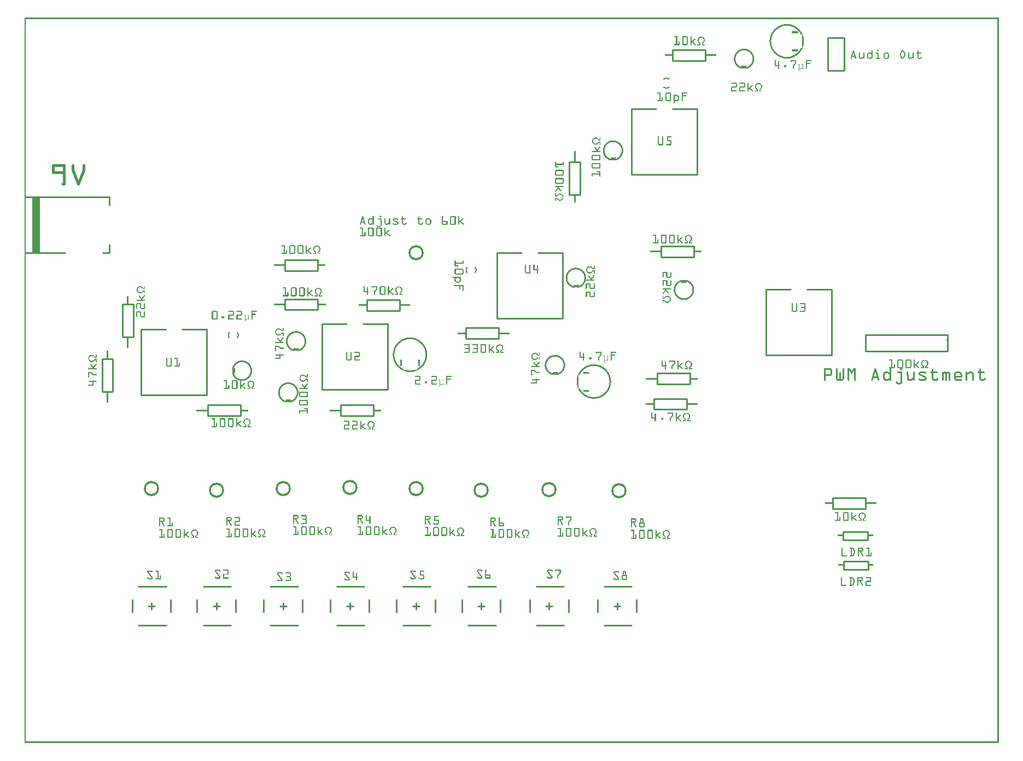
<source format=gto>
G04 MADE WITH FRITZING*
G04 WWW.FRITZING.ORG*
G04 DOUBLE SIDED*
G04 HOLES PLATED*
G04 CONTOUR ON CENTER OF CONTOUR VECTOR*
%ASAXBY*%
%FSLAX23Y23*%
%MOIN*%
%OFA0B0*%
%SFA1.0B1.0*%
%ADD10C,0.092000X0.068*%
%ADD11C,0.010000*%
%ADD12C,0.011000*%
%ADD13R,0.001000X0.001000*%
%LNSILK1*%
G90*
G70*
G54D10*
X774Y1549D03*
X3199Y1545D03*
X3625Y1537D03*
X2784Y1541D03*
X2387Y1549D03*
X1984Y1557D03*
X1577Y1549D03*
X1171Y1541D03*
X2389Y2987D03*
G54D11*
X517Y3326D02*
X517Y3276D01*
D02*
X477Y2986D02*
X517Y2986D01*
D02*
X517Y2986D02*
X517Y3036D01*
D02*
X87Y2986D02*
X87Y3326D01*
D02*
X82Y2986D02*
X82Y3326D01*
D02*
X77Y2986D02*
X77Y3326D01*
D02*
X72Y2986D02*
X72Y3326D01*
D02*
X67Y2986D02*
X67Y3326D01*
D02*
X62Y2986D02*
X62Y3326D01*
D02*
X57Y2986D02*
X57Y3326D01*
D02*
X52Y2986D02*
X52Y3326D01*
D02*
X710Y2521D02*
X710Y2121D01*
D02*
X710Y2121D02*
X1110Y2121D01*
D02*
X1110Y2121D02*
X1110Y2521D01*
D02*
X710Y2521D02*
X860Y2521D01*
D02*
X960Y2521D02*
X1110Y2521D01*
D02*
X1815Y2552D02*
X1815Y2152D01*
D02*
X1815Y2152D02*
X2215Y2152D01*
D02*
X2215Y2152D02*
X2215Y2552D01*
D02*
X1815Y2552D02*
X1965Y2552D01*
D02*
X2065Y2552D02*
X2215Y2552D01*
D02*
X4522Y2765D02*
X4522Y2365D01*
D02*
X4522Y2365D02*
X4922Y2365D01*
D02*
X4922Y2365D02*
X4922Y2765D01*
D02*
X4522Y2765D02*
X4672Y2765D01*
D02*
X4772Y2765D02*
X4922Y2765D01*
D02*
X2882Y2986D02*
X2882Y2586D01*
D02*
X2882Y2586D02*
X3282Y2586D01*
D02*
X3282Y2586D02*
X3282Y2986D01*
D02*
X2882Y2986D02*
X3032Y2986D01*
D02*
X3132Y2986D02*
X3282Y2986D01*
D02*
X3701Y3865D02*
X3701Y3465D01*
D02*
X3701Y3465D02*
X4101Y3465D01*
D02*
X4101Y3465D02*
X4101Y3865D01*
D02*
X3701Y3865D02*
X3851Y3865D01*
D02*
X3951Y3865D02*
X4101Y3865D01*
D02*
X3731Y874D02*
X3731Y796D01*
D02*
X3534Y953D02*
X3701Y953D01*
D02*
X3534Y717D02*
X3701Y717D01*
D02*
X3495Y874D02*
X3495Y796D01*
D02*
X3613Y855D02*
X3613Y815D01*
D02*
X3632Y835D02*
X3593Y835D01*
D02*
X3317Y874D02*
X3317Y796D01*
D02*
X3120Y953D02*
X3288Y953D01*
D02*
X3120Y717D02*
X3288Y717D01*
D02*
X3081Y874D02*
X3081Y796D01*
D02*
X3199Y855D02*
X3199Y815D01*
D02*
X3219Y835D02*
X3179Y835D01*
D02*
X2902Y874D02*
X2902Y796D01*
D02*
X2705Y953D02*
X2873Y953D01*
D02*
X2705Y717D02*
X2873Y717D01*
D02*
X2666Y874D02*
X2666Y796D01*
D02*
X2784Y855D02*
X2784Y815D01*
D02*
X2804Y835D02*
X2764Y835D01*
D02*
X2505Y874D02*
X2505Y796D01*
D02*
X2308Y953D02*
X2475Y953D01*
D02*
X2308Y717D02*
X2475Y717D01*
D02*
X2269Y874D02*
X2269Y796D01*
D02*
X2387Y855D02*
X2387Y815D01*
D02*
X2406Y835D02*
X2367Y835D01*
D02*
X2101Y874D02*
X2101Y796D01*
D02*
X1905Y953D02*
X2072Y953D01*
D02*
X1905Y717D02*
X2072Y717D01*
D02*
X1865Y874D02*
X1865Y796D01*
D02*
X1983Y855D02*
X1983Y815D01*
D02*
X2003Y835D02*
X1964Y835D01*
D02*
X1695Y874D02*
X1695Y796D01*
D02*
X1498Y953D02*
X1666Y953D01*
D02*
X1498Y717D02*
X1666Y717D01*
D02*
X1459Y874D02*
X1459Y796D01*
D02*
X1577Y855D02*
X1577Y815D01*
D02*
X1597Y835D02*
X1558Y835D01*
D02*
X1289Y874D02*
X1289Y796D01*
D02*
X1092Y953D02*
X1259Y953D01*
D02*
X1092Y717D02*
X1259Y717D01*
D02*
X1052Y874D02*
X1052Y796D01*
D02*
X1171Y855D02*
X1171Y815D01*
D02*
X1190Y835D02*
X1151Y835D01*
D02*
X892Y874D02*
X892Y796D01*
D02*
X695Y953D02*
X863Y953D01*
D02*
X695Y717D02*
X863Y717D01*
D02*
X656Y874D02*
X656Y796D01*
D02*
X774Y855D02*
X774Y815D01*
D02*
X794Y835D02*
X754Y835D01*
D02*
X4152Y4157D02*
X3952Y4157D01*
D02*
X3952Y4157D02*
X3952Y4223D01*
D02*
X3952Y4223D02*
X4152Y4223D01*
D02*
X4152Y4223D02*
X4152Y4157D01*
D02*
X3388Y3540D02*
X3388Y3340D01*
D02*
X3388Y3340D02*
X3322Y3340D01*
D02*
X3322Y3340D02*
X3322Y3540D01*
D02*
X3322Y3540D02*
X3388Y3540D01*
D02*
X1588Y2943D02*
X1788Y2943D01*
D02*
X1788Y2943D02*
X1788Y2877D01*
D02*
X1788Y2877D02*
X1588Y2877D01*
D02*
X1588Y2877D02*
X1588Y2943D01*
D02*
X1116Y2059D02*
X1316Y2059D01*
D02*
X1316Y2059D02*
X1316Y1993D01*
D02*
X1316Y1993D02*
X1116Y1993D01*
D02*
X1116Y1993D02*
X1116Y2059D01*
D02*
X1589Y2705D02*
X1789Y2705D01*
D02*
X1789Y2705D02*
X1789Y2639D01*
D02*
X1789Y2639D02*
X1589Y2639D01*
D02*
X1589Y2639D02*
X1589Y2705D01*
D02*
X473Y2140D02*
X473Y2340D01*
D02*
X473Y2340D02*
X539Y2340D01*
D02*
X539Y2340D02*
X539Y2140D01*
D02*
X539Y2140D02*
X473Y2140D01*
D02*
X1928Y2059D02*
X2128Y2059D01*
D02*
X2128Y2059D02*
X2128Y1993D01*
D02*
X2128Y1993D02*
X1928Y1993D01*
D02*
X1928Y1993D02*
X1928Y2059D01*
D02*
X597Y2474D02*
X597Y2674D01*
D02*
X597Y2674D02*
X663Y2674D01*
D02*
X663Y2674D02*
X663Y2474D01*
D02*
X663Y2474D02*
X597Y2474D01*
D02*
X3881Y3027D02*
X4081Y3027D01*
D02*
X4081Y3027D02*
X4081Y2961D01*
D02*
X4081Y2961D02*
X3881Y2961D01*
D02*
X3881Y2961D02*
X3881Y3027D01*
D02*
X2286Y2635D02*
X2086Y2635D01*
D02*
X2086Y2635D02*
X2086Y2701D01*
D02*
X2086Y2701D02*
X2286Y2701D01*
D02*
X2286Y2701D02*
X2286Y2635D01*
D02*
X3856Y2252D02*
X4056Y2252D01*
D02*
X4056Y2252D02*
X4056Y2186D01*
D02*
X4056Y2186D02*
X3856Y2186D01*
D02*
X3856Y2186D02*
X3856Y2252D01*
D02*
X4037Y2032D02*
X3837Y2032D01*
D02*
X3837Y2032D02*
X3837Y2098D01*
D02*
X3837Y2098D02*
X4037Y2098D01*
D02*
X4037Y2098D02*
X4037Y2032D01*
D02*
X4899Y4297D02*
X4899Y4097D01*
D02*
X4899Y4097D02*
X4999Y4097D01*
D02*
X4999Y4097D02*
X4999Y4297D01*
D02*
X4999Y4297D02*
X4899Y4297D01*
D02*
X4991Y1288D02*
X5141Y1288D01*
D02*
X5141Y1288D02*
X5141Y1238D01*
D02*
X5141Y1238D02*
X4991Y1238D01*
D02*
X4991Y1238D02*
X4991Y1288D01*
D02*
X5128Y1427D02*
X4928Y1427D01*
D02*
X4928Y1427D02*
X4928Y1493D01*
D02*
X4928Y1493D02*
X5128Y1493D01*
D02*
X5128Y1493D02*
X5128Y1427D01*
D02*
X4993Y1108D02*
X5143Y1108D01*
D02*
X5143Y1108D02*
X5143Y1058D01*
D02*
X5143Y1058D02*
X4993Y1058D01*
D02*
X4993Y1058D02*
X4993Y1108D01*
D02*
X2891Y2463D02*
X2691Y2463D01*
D02*
X2691Y2463D02*
X2691Y2529D01*
D02*
X2691Y2529D02*
X2891Y2529D01*
D02*
X2891Y2529D02*
X2891Y2463D01*
D02*
X5626Y2486D02*
X5126Y2486D01*
D02*
X5126Y2486D02*
X5126Y2386D01*
D02*
X5126Y2386D02*
X5626Y2386D01*
D02*
X5626Y2386D02*
X5626Y2486D01*
G54D12*
X3406Y2257D02*
X3436Y2257D01*
D02*
X3406Y2147D02*
X3436Y2147D01*
D02*
G54D13*
X0Y4418D02*
X5939Y4418D01*
X0Y4417D02*
X5939Y4417D01*
X0Y4416D02*
X5939Y4416D01*
X0Y4415D02*
X5939Y4415D01*
X0Y4414D02*
X5939Y4414D01*
X0Y4413D02*
X5939Y4413D01*
X0Y4412D02*
X5939Y4412D01*
X0Y4411D02*
X5939Y4411D01*
X0Y4410D02*
X7Y4410D01*
X5932Y4410D02*
X5939Y4410D01*
X0Y4409D02*
X7Y4409D01*
X5932Y4409D02*
X5939Y4409D01*
X0Y4408D02*
X7Y4408D01*
X5932Y4408D02*
X5939Y4408D01*
X0Y4407D02*
X7Y4407D01*
X5932Y4407D02*
X5939Y4407D01*
X0Y4406D02*
X7Y4406D01*
X5932Y4406D02*
X5939Y4406D01*
X0Y4405D02*
X7Y4405D01*
X5932Y4405D02*
X5939Y4405D01*
X0Y4404D02*
X7Y4404D01*
X5932Y4404D02*
X5939Y4404D01*
X0Y4403D02*
X7Y4403D01*
X5932Y4403D02*
X5939Y4403D01*
X0Y4402D02*
X7Y4402D01*
X5932Y4402D02*
X5939Y4402D01*
X0Y4401D02*
X7Y4401D01*
X5932Y4401D02*
X5939Y4401D01*
X0Y4400D02*
X7Y4400D01*
X5932Y4400D02*
X5939Y4400D01*
X0Y4399D02*
X7Y4399D01*
X5932Y4399D02*
X5939Y4399D01*
X0Y4398D02*
X7Y4398D01*
X5932Y4398D02*
X5939Y4398D01*
X0Y4397D02*
X7Y4397D01*
X5932Y4397D02*
X5939Y4397D01*
X0Y4396D02*
X7Y4396D01*
X5932Y4396D02*
X5939Y4396D01*
X0Y4395D02*
X7Y4395D01*
X5932Y4395D02*
X5939Y4395D01*
X0Y4394D02*
X7Y4394D01*
X5932Y4394D02*
X5939Y4394D01*
X0Y4393D02*
X7Y4393D01*
X5932Y4393D02*
X5939Y4393D01*
X0Y4392D02*
X7Y4392D01*
X5932Y4392D02*
X5939Y4392D01*
X0Y4391D02*
X7Y4391D01*
X5932Y4391D02*
X5939Y4391D01*
X0Y4390D02*
X7Y4390D01*
X5932Y4390D02*
X5939Y4390D01*
X0Y4389D02*
X7Y4389D01*
X5932Y4389D02*
X5939Y4389D01*
X0Y4388D02*
X7Y4388D01*
X5932Y4388D02*
X5939Y4388D01*
X0Y4387D02*
X7Y4387D01*
X5932Y4387D02*
X5939Y4387D01*
X0Y4386D02*
X7Y4386D01*
X5932Y4386D02*
X5939Y4386D01*
X0Y4385D02*
X7Y4385D01*
X5932Y4385D02*
X5939Y4385D01*
X0Y4384D02*
X7Y4384D01*
X5932Y4384D02*
X5939Y4384D01*
X0Y4383D02*
X7Y4383D01*
X5932Y4383D02*
X5939Y4383D01*
X0Y4382D02*
X7Y4382D01*
X5932Y4382D02*
X5939Y4382D01*
X0Y4381D02*
X7Y4381D01*
X5932Y4381D02*
X5939Y4381D01*
X0Y4380D02*
X7Y4380D01*
X4644Y4380D02*
X4651Y4380D01*
X5932Y4380D02*
X5939Y4380D01*
X0Y4379D02*
X7Y4379D01*
X4633Y4379D02*
X4662Y4379D01*
X5932Y4379D02*
X5939Y4379D01*
X0Y4378D02*
X7Y4378D01*
X4627Y4378D02*
X4668Y4378D01*
X5932Y4378D02*
X5939Y4378D01*
X0Y4377D02*
X7Y4377D01*
X4623Y4377D02*
X4672Y4377D01*
X5932Y4377D02*
X5939Y4377D01*
X0Y4376D02*
X7Y4376D01*
X4619Y4376D02*
X4676Y4376D01*
X5932Y4376D02*
X5939Y4376D01*
X0Y4375D02*
X7Y4375D01*
X4616Y4375D02*
X4679Y4375D01*
X5932Y4375D02*
X5939Y4375D01*
X0Y4374D02*
X7Y4374D01*
X4613Y4374D02*
X4682Y4374D01*
X5932Y4374D02*
X5939Y4374D01*
X0Y4373D02*
X7Y4373D01*
X4610Y4373D02*
X4685Y4373D01*
X5932Y4373D02*
X5939Y4373D01*
X0Y4372D02*
X7Y4372D01*
X4608Y4372D02*
X4687Y4372D01*
X5932Y4372D02*
X5939Y4372D01*
X0Y4371D02*
X7Y4371D01*
X4606Y4371D02*
X4689Y4371D01*
X5932Y4371D02*
X5939Y4371D01*
X0Y4370D02*
X7Y4370D01*
X4604Y4370D02*
X4643Y4370D01*
X4652Y4370D02*
X4692Y4370D01*
X5932Y4370D02*
X5939Y4370D01*
X0Y4369D02*
X7Y4369D01*
X4601Y4369D02*
X4632Y4369D01*
X4663Y4369D02*
X4694Y4369D01*
X5932Y4369D02*
X5939Y4369D01*
X0Y4368D02*
X7Y4368D01*
X4599Y4368D02*
X4627Y4368D01*
X4668Y4368D02*
X4696Y4368D01*
X5932Y4368D02*
X5939Y4368D01*
X0Y4367D02*
X7Y4367D01*
X4597Y4367D02*
X4623Y4367D01*
X4672Y4367D02*
X4698Y4367D01*
X5932Y4367D02*
X5939Y4367D01*
X0Y4366D02*
X7Y4366D01*
X4596Y4366D02*
X4619Y4366D01*
X4676Y4366D02*
X4699Y4366D01*
X5932Y4366D02*
X5939Y4366D01*
X0Y4365D02*
X7Y4365D01*
X4594Y4365D02*
X4616Y4365D01*
X4679Y4365D02*
X4701Y4365D01*
X5932Y4365D02*
X5939Y4365D01*
X0Y4364D02*
X7Y4364D01*
X4592Y4364D02*
X4614Y4364D01*
X4682Y4364D02*
X4703Y4364D01*
X5932Y4364D02*
X5939Y4364D01*
X0Y4363D02*
X7Y4363D01*
X4591Y4363D02*
X4611Y4363D01*
X4684Y4363D02*
X4704Y4363D01*
X5932Y4363D02*
X5939Y4363D01*
X0Y4362D02*
X7Y4362D01*
X4589Y4362D02*
X4609Y4362D01*
X4687Y4362D02*
X4706Y4362D01*
X5932Y4362D02*
X5939Y4362D01*
X0Y4361D02*
X7Y4361D01*
X4588Y4361D02*
X4606Y4361D01*
X4689Y4361D02*
X4707Y4361D01*
X5932Y4361D02*
X5939Y4361D01*
X0Y4360D02*
X7Y4360D01*
X4587Y4360D02*
X4604Y4360D01*
X4691Y4360D02*
X4709Y4360D01*
X5932Y4360D02*
X5939Y4360D01*
X0Y4359D02*
X7Y4359D01*
X4585Y4359D02*
X4602Y4359D01*
X4693Y4359D02*
X4710Y4359D01*
X5932Y4359D02*
X5939Y4359D01*
X0Y4358D02*
X7Y4358D01*
X4584Y4358D02*
X4601Y4358D01*
X4695Y4358D02*
X4711Y4358D01*
X5932Y4358D02*
X5939Y4358D01*
X0Y4357D02*
X7Y4357D01*
X4582Y4357D02*
X4599Y4357D01*
X4696Y4357D02*
X4713Y4357D01*
X5932Y4357D02*
X5939Y4357D01*
X0Y4356D02*
X7Y4356D01*
X4581Y4356D02*
X4597Y4356D01*
X4698Y4356D02*
X4714Y4356D01*
X5932Y4356D02*
X5939Y4356D01*
X0Y4355D02*
X7Y4355D01*
X4580Y4355D02*
X4596Y4355D01*
X4699Y4355D02*
X4715Y4355D01*
X5932Y4355D02*
X5939Y4355D01*
X0Y4354D02*
X7Y4354D01*
X4579Y4354D02*
X4594Y4354D01*
X4701Y4354D02*
X4716Y4354D01*
X5932Y4354D02*
X5939Y4354D01*
X0Y4353D02*
X7Y4353D01*
X4578Y4353D02*
X4593Y4353D01*
X4702Y4353D02*
X4717Y4353D01*
X5932Y4353D02*
X5939Y4353D01*
X0Y4352D02*
X7Y4352D01*
X4577Y4352D02*
X4591Y4352D01*
X4704Y4352D02*
X4718Y4352D01*
X5932Y4352D02*
X5939Y4352D01*
X0Y4351D02*
X7Y4351D01*
X4576Y4351D02*
X4590Y4351D01*
X4705Y4351D02*
X4719Y4351D01*
X5932Y4351D02*
X5939Y4351D01*
X0Y4350D02*
X7Y4350D01*
X4575Y4350D02*
X4589Y4350D01*
X4706Y4350D02*
X4721Y4350D01*
X5932Y4350D02*
X5939Y4350D01*
X0Y4349D02*
X7Y4349D01*
X4573Y4349D02*
X4587Y4349D01*
X4708Y4349D02*
X4722Y4349D01*
X5932Y4349D02*
X5939Y4349D01*
X0Y4348D02*
X7Y4348D01*
X4573Y4348D02*
X4586Y4348D01*
X4709Y4348D02*
X4723Y4348D01*
X5932Y4348D02*
X5939Y4348D01*
X0Y4347D02*
X7Y4347D01*
X4572Y4347D02*
X4585Y4347D01*
X4710Y4347D02*
X4723Y4347D01*
X5932Y4347D02*
X5939Y4347D01*
X0Y4346D02*
X7Y4346D01*
X4571Y4346D02*
X4584Y4346D01*
X4711Y4346D02*
X4724Y4346D01*
X5932Y4346D02*
X5939Y4346D01*
X0Y4345D02*
X7Y4345D01*
X4570Y4345D02*
X4583Y4345D01*
X4712Y4345D02*
X4725Y4345D01*
X5932Y4345D02*
X5939Y4345D01*
X0Y4344D02*
X7Y4344D01*
X4569Y4344D02*
X4582Y4344D01*
X4713Y4344D02*
X4726Y4344D01*
X5932Y4344D02*
X5939Y4344D01*
X0Y4343D02*
X7Y4343D01*
X4568Y4343D02*
X4581Y4343D01*
X4714Y4343D02*
X4727Y4343D01*
X5932Y4343D02*
X5939Y4343D01*
X0Y4342D02*
X7Y4342D01*
X4567Y4342D02*
X4580Y4342D01*
X4715Y4342D02*
X4728Y4342D01*
X5932Y4342D02*
X5939Y4342D01*
X0Y4341D02*
X7Y4341D01*
X4566Y4341D02*
X4579Y4341D01*
X4716Y4341D02*
X4729Y4341D01*
X5932Y4341D02*
X5939Y4341D01*
X0Y4340D02*
X7Y4340D01*
X4566Y4340D02*
X4578Y4340D01*
X4717Y4340D02*
X4729Y4340D01*
X5932Y4340D02*
X5939Y4340D01*
X0Y4339D02*
X7Y4339D01*
X4565Y4339D02*
X4577Y4339D01*
X4718Y4339D02*
X4730Y4339D01*
X5932Y4339D02*
X5939Y4339D01*
X0Y4338D02*
X7Y4338D01*
X4564Y4338D02*
X4576Y4338D01*
X4719Y4338D02*
X4731Y4338D01*
X5932Y4338D02*
X5939Y4338D01*
X0Y4337D02*
X7Y4337D01*
X4563Y4337D02*
X4575Y4337D01*
X4720Y4337D02*
X4732Y4337D01*
X5932Y4337D02*
X5939Y4337D01*
X0Y4336D02*
X7Y4336D01*
X4563Y4336D02*
X4574Y4336D01*
X4721Y4336D02*
X4732Y4336D01*
X5932Y4336D02*
X5939Y4336D01*
X0Y4335D02*
X7Y4335D01*
X4562Y4335D02*
X4573Y4335D01*
X4681Y4335D02*
X4714Y4335D01*
X4722Y4335D02*
X4733Y4335D01*
X5932Y4335D02*
X5939Y4335D01*
X0Y4334D02*
X7Y4334D01*
X4561Y4334D02*
X4573Y4334D01*
X4679Y4334D02*
X4716Y4334D01*
X4723Y4334D02*
X4734Y4334D01*
X5932Y4334D02*
X5939Y4334D01*
X0Y4333D02*
X7Y4333D01*
X4561Y4333D02*
X4572Y4333D01*
X4678Y4333D02*
X4717Y4333D01*
X4723Y4333D02*
X4735Y4333D01*
X5932Y4333D02*
X5939Y4333D01*
X0Y4332D02*
X7Y4332D01*
X4560Y4332D02*
X4571Y4332D01*
X4678Y4332D02*
X4717Y4332D01*
X4724Y4332D02*
X4735Y4332D01*
X5932Y4332D02*
X5939Y4332D01*
X0Y4331D02*
X7Y4331D01*
X4559Y4331D02*
X4570Y4331D01*
X4678Y4331D02*
X4717Y4331D01*
X4725Y4331D02*
X4736Y4331D01*
X5932Y4331D02*
X5939Y4331D01*
X0Y4330D02*
X7Y4330D01*
X4559Y4330D02*
X4570Y4330D01*
X4678Y4330D02*
X4717Y4330D01*
X4726Y4330D02*
X4736Y4330D01*
X5932Y4330D02*
X5939Y4330D01*
X0Y4329D02*
X7Y4329D01*
X4558Y4329D02*
X4569Y4329D01*
X4678Y4329D02*
X4717Y4329D01*
X4726Y4329D02*
X4737Y4329D01*
X5932Y4329D02*
X5939Y4329D01*
X0Y4328D02*
X7Y4328D01*
X4558Y4328D02*
X4568Y4328D01*
X4678Y4328D02*
X4717Y4328D01*
X4727Y4328D02*
X4738Y4328D01*
X5932Y4328D02*
X5939Y4328D01*
X0Y4327D02*
X7Y4327D01*
X4557Y4327D02*
X4567Y4327D01*
X4679Y4327D02*
X4716Y4327D01*
X4728Y4327D02*
X4738Y4327D01*
X5932Y4327D02*
X5939Y4327D01*
X0Y4326D02*
X7Y4326D01*
X4556Y4326D02*
X4567Y4326D01*
X4679Y4326D02*
X4716Y4326D01*
X4728Y4326D02*
X4739Y4326D01*
X5932Y4326D02*
X5939Y4326D01*
X0Y4325D02*
X7Y4325D01*
X4556Y4325D02*
X4566Y4325D01*
X4681Y4325D02*
X4714Y4325D01*
X4729Y4325D02*
X4739Y4325D01*
X5932Y4325D02*
X5939Y4325D01*
X0Y4324D02*
X7Y4324D01*
X4555Y4324D02*
X4566Y4324D01*
X4729Y4324D02*
X4740Y4324D01*
X5932Y4324D02*
X5939Y4324D01*
X0Y4323D02*
X7Y4323D01*
X4555Y4323D02*
X4565Y4323D01*
X4730Y4323D02*
X4740Y4323D01*
X5932Y4323D02*
X5939Y4323D01*
X0Y4322D02*
X7Y4322D01*
X4554Y4322D02*
X4564Y4322D01*
X4731Y4322D02*
X4741Y4322D01*
X5932Y4322D02*
X5939Y4322D01*
X0Y4321D02*
X7Y4321D01*
X4554Y4321D02*
X4564Y4321D01*
X4731Y4321D02*
X4741Y4321D01*
X5932Y4321D02*
X5939Y4321D01*
X0Y4320D02*
X7Y4320D01*
X4553Y4320D02*
X4563Y4320D01*
X4732Y4320D02*
X4742Y4320D01*
X5932Y4320D02*
X5939Y4320D01*
X0Y4319D02*
X7Y4319D01*
X4553Y4319D02*
X4563Y4319D01*
X4732Y4319D02*
X4742Y4319D01*
X5932Y4319D02*
X5939Y4319D01*
X0Y4318D02*
X7Y4318D01*
X4552Y4318D02*
X4562Y4318D01*
X4733Y4318D02*
X4743Y4318D01*
X5932Y4318D02*
X5939Y4318D01*
X0Y4317D02*
X7Y4317D01*
X4552Y4317D02*
X4562Y4317D01*
X4741Y4317D02*
X4743Y4317D01*
X5932Y4317D02*
X5939Y4317D01*
X0Y4316D02*
X7Y4316D01*
X4551Y4316D02*
X4561Y4316D01*
X4741Y4316D02*
X4744Y4316D01*
X5932Y4316D02*
X5939Y4316D01*
X0Y4315D02*
X7Y4315D01*
X4551Y4315D02*
X4561Y4315D01*
X4741Y4315D02*
X4744Y4315D01*
X5932Y4315D02*
X5939Y4315D01*
X0Y4314D02*
X7Y4314D01*
X4551Y4314D02*
X4560Y4314D01*
X4741Y4314D02*
X4744Y4314D01*
X5932Y4314D02*
X5939Y4314D01*
X0Y4313D02*
X7Y4313D01*
X4550Y4313D02*
X4560Y4313D01*
X4741Y4313D02*
X4745Y4313D01*
X5932Y4313D02*
X5939Y4313D01*
X0Y4312D02*
X7Y4312D01*
X4550Y4312D02*
X4559Y4312D01*
X4741Y4312D02*
X4745Y4312D01*
X5932Y4312D02*
X5939Y4312D01*
X0Y4311D02*
X7Y4311D01*
X4549Y4311D02*
X4559Y4311D01*
X4741Y4311D02*
X4746Y4311D01*
X5932Y4311D02*
X5939Y4311D01*
X0Y4310D02*
X7Y4310D01*
X4549Y4310D02*
X4559Y4310D01*
X4741Y4310D02*
X4746Y4310D01*
X5932Y4310D02*
X5939Y4310D01*
X0Y4309D02*
X7Y4309D01*
X4549Y4309D02*
X4558Y4309D01*
X4741Y4309D02*
X4746Y4309D01*
X5932Y4309D02*
X5939Y4309D01*
X0Y4308D02*
X7Y4308D01*
X4548Y4308D02*
X4558Y4308D01*
X4741Y4308D02*
X4747Y4308D01*
X5932Y4308D02*
X5939Y4308D01*
X0Y4307D02*
X7Y4307D01*
X4548Y4307D02*
X4558Y4307D01*
X4741Y4307D02*
X4747Y4307D01*
X5932Y4307D02*
X5939Y4307D01*
X0Y4306D02*
X7Y4306D01*
X4548Y4306D02*
X4557Y4306D01*
X4741Y4306D02*
X4747Y4306D01*
X5932Y4306D02*
X5939Y4306D01*
X0Y4305D02*
X7Y4305D01*
X3961Y4305D02*
X3979Y4305D01*
X4013Y4305D02*
X4039Y4305D01*
X4061Y4305D02*
X4064Y4305D01*
X4547Y4305D02*
X4557Y4305D01*
X4741Y4305D02*
X4748Y4305D01*
X5932Y4305D02*
X5939Y4305D01*
X0Y4304D02*
X7Y4304D01*
X3960Y4304D02*
X3979Y4304D01*
X4012Y4304D02*
X4041Y4304D01*
X4060Y4304D02*
X4065Y4304D01*
X4547Y4304D02*
X4556Y4304D01*
X4741Y4304D02*
X4748Y4304D01*
X5932Y4304D02*
X5939Y4304D01*
X0Y4303D02*
X7Y4303D01*
X3960Y4303D02*
X3979Y4303D01*
X4011Y4303D02*
X4042Y4303D01*
X4060Y4303D02*
X4066Y4303D01*
X4123Y4303D02*
X4129Y4303D01*
X4547Y4303D02*
X4556Y4303D01*
X4741Y4303D02*
X4748Y4303D01*
X5932Y4303D02*
X5939Y4303D01*
X0Y4302D02*
X7Y4302D01*
X3960Y4302D02*
X3979Y4302D01*
X4010Y4302D02*
X4042Y4302D01*
X4060Y4302D02*
X4066Y4302D01*
X4119Y4302D02*
X4133Y4302D01*
X4547Y4302D02*
X4556Y4302D01*
X4741Y4302D02*
X4748Y4302D01*
X5932Y4302D02*
X5939Y4302D01*
X0Y4301D02*
X7Y4301D01*
X3960Y4301D02*
X3979Y4301D01*
X4010Y4301D02*
X4043Y4301D01*
X4060Y4301D02*
X4066Y4301D01*
X4116Y4301D02*
X4136Y4301D01*
X4546Y4301D02*
X4556Y4301D01*
X4741Y4301D02*
X4749Y4301D01*
X5932Y4301D02*
X5939Y4301D01*
X0Y4300D02*
X7Y4300D01*
X3961Y4300D02*
X3979Y4300D01*
X4010Y4300D02*
X4043Y4300D01*
X4060Y4300D02*
X4066Y4300D01*
X4114Y4300D02*
X4138Y4300D01*
X4546Y4300D02*
X4555Y4300D01*
X4741Y4300D02*
X4749Y4300D01*
X5932Y4300D02*
X5939Y4300D01*
X0Y4299D02*
X7Y4299D01*
X3962Y4299D02*
X3979Y4299D01*
X4010Y4299D02*
X4043Y4299D01*
X4060Y4299D02*
X4066Y4299D01*
X4113Y4299D02*
X4139Y4299D01*
X4546Y4299D02*
X4555Y4299D01*
X4741Y4299D02*
X4749Y4299D01*
X4932Y4299D02*
X4932Y4299D01*
X5932Y4299D02*
X5939Y4299D01*
X0Y4298D02*
X7Y4298D01*
X3973Y4298D02*
X3979Y4298D01*
X4010Y4298D02*
X4016Y4298D01*
X4037Y4298D02*
X4043Y4298D01*
X4060Y4298D02*
X4066Y4298D01*
X4111Y4298D02*
X4140Y4298D01*
X4546Y4298D02*
X4555Y4298D01*
X4741Y4298D02*
X4749Y4298D01*
X4931Y4298D02*
X4933Y4298D01*
X5932Y4298D02*
X5939Y4298D01*
X0Y4297D02*
X7Y4297D01*
X3973Y4297D02*
X3979Y4297D01*
X4010Y4297D02*
X4016Y4297D01*
X4037Y4297D02*
X4043Y4297D01*
X4060Y4297D02*
X4066Y4297D01*
X4110Y4297D02*
X4122Y4297D01*
X4130Y4297D02*
X4141Y4297D01*
X4545Y4297D02*
X4555Y4297D01*
X4741Y4297D02*
X4750Y4297D01*
X4930Y4297D02*
X4934Y4297D01*
X5932Y4297D02*
X5939Y4297D01*
X0Y4296D02*
X7Y4296D01*
X3973Y4296D02*
X3979Y4296D01*
X4010Y4296D02*
X4016Y4296D01*
X4037Y4296D02*
X4043Y4296D01*
X4060Y4296D02*
X4066Y4296D01*
X4109Y4296D02*
X4118Y4296D01*
X4133Y4296D02*
X4142Y4296D01*
X4545Y4296D02*
X4554Y4296D01*
X4741Y4296D02*
X4750Y4296D01*
X4929Y4296D02*
X4934Y4296D01*
X5932Y4296D02*
X5939Y4296D01*
X0Y4295D02*
X7Y4295D01*
X3973Y4295D02*
X3979Y4295D01*
X4010Y4295D02*
X4016Y4295D01*
X4037Y4295D02*
X4043Y4295D01*
X4060Y4295D02*
X4066Y4295D01*
X4108Y4295D02*
X4117Y4295D01*
X4135Y4295D02*
X4143Y4295D01*
X4545Y4295D02*
X4554Y4295D01*
X4741Y4295D02*
X4750Y4295D01*
X4928Y4295D02*
X4934Y4295D01*
X5932Y4295D02*
X5939Y4295D01*
X0Y4294D02*
X7Y4294D01*
X3973Y4294D02*
X3979Y4294D01*
X4010Y4294D02*
X4016Y4294D01*
X4037Y4294D02*
X4043Y4294D01*
X4060Y4294D02*
X4066Y4294D01*
X4108Y4294D02*
X4115Y4294D01*
X4136Y4294D02*
X4144Y4294D01*
X4545Y4294D02*
X4554Y4294D01*
X4741Y4294D02*
X4750Y4294D01*
X4927Y4294D02*
X4933Y4294D01*
X5932Y4294D02*
X5939Y4294D01*
X0Y4293D02*
X7Y4293D01*
X3973Y4293D02*
X3979Y4293D01*
X4010Y4293D02*
X4016Y4293D01*
X4037Y4293D02*
X4043Y4293D01*
X4060Y4293D02*
X4066Y4293D01*
X4107Y4293D02*
X4114Y4293D01*
X4137Y4293D02*
X4144Y4293D01*
X4545Y4293D02*
X4554Y4293D01*
X4741Y4293D02*
X4750Y4293D01*
X4926Y4293D02*
X4932Y4293D01*
X5932Y4293D02*
X5939Y4293D01*
X0Y4292D02*
X7Y4292D01*
X3973Y4292D02*
X3979Y4292D01*
X4010Y4292D02*
X4016Y4292D01*
X4037Y4292D02*
X4043Y4292D01*
X4060Y4292D02*
X4066Y4292D01*
X4107Y4292D02*
X4113Y4292D01*
X4138Y4292D02*
X4145Y4292D01*
X4544Y4292D02*
X4554Y4292D01*
X4742Y4292D02*
X4751Y4292D01*
X4925Y4292D02*
X4931Y4292D01*
X5932Y4292D02*
X5939Y4292D01*
X0Y4291D02*
X7Y4291D01*
X3973Y4291D02*
X3979Y4291D01*
X4010Y4291D02*
X4016Y4291D01*
X4037Y4291D02*
X4043Y4291D01*
X4060Y4291D02*
X4066Y4291D01*
X4087Y4291D02*
X4087Y4291D01*
X4106Y4291D02*
X4113Y4291D01*
X4139Y4291D02*
X4145Y4291D01*
X4544Y4291D02*
X4553Y4291D01*
X4742Y4291D02*
X4751Y4291D01*
X5932Y4291D02*
X5939Y4291D01*
X0Y4290D02*
X7Y4290D01*
X3973Y4290D02*
X3979Y4290D01*
X4010Y4290D02*
X4016Y4290D01*
X4037Y4290D02*
X4043Y4290D01*
X4060Y4290D02*
X4066Y4290D01*
X4085Y4290D02*
X4089Y4290D01*
X4106Y4290D02*
X4112Y4290D01*
X4139Y4290D02*
X4146Y4290D01*
X4544Y4290D02*
X4553Y4290D01*
X4742Y4290D02*
X4751Y4290D01*
X5932Y4290D02*
X5939Y4290D01*
X0Y4289D02*
X7Y4289D01*
X3973Y4289D02*
X3979Y4289D01*
X4010Y4289D02*
X4016Y4289D01*
X4037Y4289D02*
X4043Y4289D01*
X4060Y4289D02*
X4066Y4289D01*
X4083Y4289D02*
X4089Y4289D01*
X4105Y4289D02*
X4112Y4289D01*
X4140Y4289D02*
X4146Y4289D01*
X4544Y4289D02*
X4553Y4289D01*
X4742Y4289D02*
X4751Y4289D01*
X5932Y4289D02*
X5939Y4289D01*
X0Y4288D02*
X7Y4288D01*
X3973Y4288D02*
X3979Y4288D01*
X4010Y4288D02*
X4016Y4288D01*
X4037Y4288D02*
X4043Y4288D01*
X4060Y4288D02*
X4066Y4288D01*
X4082Y4288D02*
X4090Y4288D01*
X4105Y4288D02*
X4111Y4288D01*
X4140Y4288D02*
X4146Y4288D01*
X4544Y4288D02*
X4553Y4288D01*
X4742Y4288D02*
X4751Y4288D01*
X5932Y4288D02*
X5939Y4288D01*
X0Y4287D02*
X7Y4287D01*
X3973Y4287D02*
X3979Y4287D01*
X4010Y4287D02*
X4016Y4287D01*
X4037Y4287D02*
X4043Y4287D01*
X4060Y4287D02*
X4066Y4287D01*
X4081Y4287D02*
X4090Y4287D01*
X4105Y4287D02*
X4111Y4287D01*
X4140Y4287D02*
X4146Y4287D01*
X4544Y4287D02*
X4553Y4287D01*
X4742Y4287D02*
X4751Y4287D01*
X5932Y4287D02*
X5939Y4287D01*
X0Y4286D02*
X7Y4286D01*
X3973Y4286D02*
X3979Y4286D01*
X4010Y4286D02*
X4016Y4286D01*
X4037Y4286D02*
X4043Y4286D01*
X4060Y4286D02*
X4066Y4286D01*
X4080Y4286D02*
X4089Y4286D01*
X4105Y4286D02*
X4111Y4286D01*
X4141Y4286D02*
X4147Y4286D01*
X4544Y4286D02*
X4553Y4286D01*
X4742Y4286D02*
X4751Y4286D01*
X5932Y4286D02*
X5939Y4286D01*
X0Y4285D02*
X7Y4285D01*
X3973Y4285D02*
X3979Y4285D01*
X4010Y4285D02*
X4016Y4285D01*
X4037Y4285D02*
X4043Y4285D01*
X4060Y4285D02*
X4066Y4285D01*
X4079Y4285D02*
X4089Y4285D01*
X4105Y4285D02*
X4111Y4285D01*
X4141Y4285D02*
X4147Y4285D01*
X4544Y4285D02*
X4553Y4285D01*
X4743Y4285D02*
X4752Y4285D01*
X5932Y4285D02*
X5939Y4285D01*
X0Y4284D02*
X7Y4284D01*
X3973Y4284D02*
X3979Y4284D01*
X4010Y4284D02*
X4016Y4284D01*
X4037Y4284D02*
X4043Y4284D01*
X4060Y4284D02*
X4066Y4284D01*
X4078Y4284D02*
X4087Y4284D01*
X4105Y4284D02*
X4111Y4284D01*
X4141Y4284D02*
X4147Y4284D01*
X4543Y4284D02*
X4552Y4284D01*
X4743Y4284D02*
X4752Y4284D01*
X5932Y4284D02*
X5939Y4284D01*
X0Y4283D02*
X7Y4283D01*
X3973Y4283D02*
X3979Y4283D01*
X4010Y4283D02*
X4016Y4283D01*
X4037Y4283D02*
X4043Y4283D01*
X4060Y4283D02*
X4066Y4283D01*
X4076Y4283D02*
X4086Y4283D01*
X4104Y4283D02*
X4110Y4283D01*
X4141Y4283D02*
X4147Y4283D01*
X4543Y4283D02*
X4552Y4283D01*
X4743Y4283D02*
X4752Y4283D01*
X5932Y4283D02*
X5939Y4283D01*
X0Y4282D02*
X7Y4282D01*
X3973Y4282D02*
X3979Y4282D01*
X4010Y4282D02*
X4016Y4282D01*
X4037Y4282D02*
X4043Y4282D01*
X4060Y4282D02*
X4066Y4282D01*
X4075Y4282D02*
X4085Y4282D01*
X4104Y4282D02*
X4110Y4282D01*
X4141Y4282D02*
X4147Y4282D01*
X4543Y4282D02*
X4552Y4282D01*
X4743Y4282D02*
X4752Y4282D01*
X5932Y4282D02*
X5939Y4282D01*
X0Y4281D02*
X7Y4281D01*
X3973Y4281D02*
X3979Y4281D01*
X4010Y4281D02*
X4016Y4281D01*
X4037Y4281D02*
X4043Y4281D01*
X4060Y4281D02*
X4066Y4281D01*
X4074Y4281D02*
X4084Y4281D01*
X4104Y4281D02*
X4110Y4281D01*
X4141Y4281D02*
X4147Y4281D01*
X4543Y4281D02*
X4552Y4281D01*
X4743Y4281D02*
X4752Y4281D01*
X5932Y4281D02*
X5939Y4281D01*
X0Y4280D02*
X7Y4280D01*
X3973Y4280D02*
X3979Y4280D01*
X4010Y4280D02*
X4016Y4280D01*
X4037Y4280D02*
X4043Y4280D01*
X4060Y4280D02*
X4066Y4280D01*
X4073Y4280D02*
X4083Y4280D01*
X4104Y4280D02*
X4110Y4280D01*
X4141Y4280D02*
X4147Y4280D01*
X4543Y4280D02*
X4552Y4280D01*
X4743Y4280D02*
X4752Y4280D01*
X5932Y4280D02*
X5939Y4280D01*
X0Y4279D02*
X7Y4279D01*
X3973Y4279D02*
X3979Y4279D01*
X4010Y4279D02*
X4016Y4279D01*
X4037Y4279D02*
X4043Y4279D01*
X4060Y4279D02*
X4066Y4279D01*
X4072Y4279D02*
X4082Y4279D01*
X4105Y4279D02*
X4111Y4279D01*
X4141Y4279D02*
X4147Y4279D01*
X4543Y4279D02*
X4552Y4279D01*
X4743Y4279D02*
X4752Y4279D01*
X5932Y4279D02*
X5939Y4279D01*
X0Y4278D02*
X7Y4278D01*
X3973Y4278D02*
X3979Y4278D01*
X4010Y4278D02*
X4016Y4278D01*
X4037Y4278D02*
X4043Y4278D01*
X4060Y4278D02*
X4066Y4278D01*
X4071Y4278D02*
X4080Y4278D01*
X4105Y4278D02*
X4111Y4278D01*
X4141Y4278D02*
X4147Y4278D01*
X4543Y4278D02*
X4552Y4278D01*
X4743Y4278D02*
X4752Y4278D01*
X5932Y4278D02*
X5939Y4278D01*
X0Y4277D02*
X7Y4277D01*
X3973Y4277D02*
X3979Y4277D01*
X4010Y4277D02*
X4016Y4277D01*
X4037Y4277D02*
X4043Y4277D01*
X4060Y4277D02*
X4066Y4277D01*
X4069Y4277D02*
X4079Y4277D01*
X4105Y4277D02*
X4111Y4277D01*
X4140Y4277D02*
X4146Y4277D01*
X4543Y4277D02*
X4552Y4277D01*
X4743Y4277D02*
X4752Y4277D01*
X5932Y4277D02*
X5939Y4277D01*
X0Y4276D02*
X7Y4276D01*
X3973Y4276D02*
X3979Y4276D01*
X3989Y4276D02*
X3991Y4276D01*
X4010Y4276D02*
X4016Y4276D01*
X4037Y4276D02*
X4043Y4276D01*
X4060Y4276D02*
X4066Y4276D01*
X4068Y4276D02*
X4078Y4276D01*
X4105Y4276D02*
X4111Y4276D01*
X4140Y4276D02*
X4146Y4276D01*
X4543Y4276D02*
X4552Y4276D01*
X4743Y4276D02*
X4752Y4276D01*
X5932Y4276D02*
X5939Y4276D01*
X0Y4275D02*
X7Y4275D01*
X3973Y4275D02*
X3979Y4275D01*
X3988Y4275D02*
X3992Y4275D01*
X4010Y4275D02*
X4016Y4275D01*
X4037Y4275D02*
X4043Y4275D01*
X4060Y4275D02*
X4077Y4275D01*
X4105Y4275D02*
X4111Y4275D01*
X4140Y4275D02*
X4146Y4275D01*
X4543Y4275D02*
X4552Y4275D01*
X4743Y4275D02*
X4752Y4275D01*
X5932Y4275D02*
X5939Y4275D01*
X0Y4274D02*
X7Y4274D01*
X3973Y4274D02*
X3979Y4274D01*
X3987Y4274D02*
X3993Y4274D01*
X4010Y4274D02*
X4016Y4274D01*
X4037Y4274D02*
X4043Y4274D01*
X4060Y4274D02*
X4076Y4274D01*
X4106Y4274D02*
X4112Y4274D01*
X4140Y4274D02*
X4146Y4274D01*
X4543Y4274D02*
X4552Y4274D01*
X4743Y4274D02*
X4752Y4274D01*
X5932Y4274D02*
X5939Y4274D01*
X0Y4273D02*
X7Y4273D01*
X3973Y4273D02*
X3979Y4273D01*
X3987Y4273D02*
X3993Y4273D01*
X4010Y4273D02*
X4016Y4273D01*
X4037Y4273D02*
X4043Y4273D01*
X4060Y4273D02*
X4075Y4273D01*
X4106Y4273D02*
X4112Y4273D01*
X4139Y4273D02*
X4145Y4273D01*
X4543Y4273D02*
X4552Y4273D01*
X4743Y4273D02*
X4752Y4273D01*
X5932Y4273D02*
X5939Y4273D01*
X0Y4272D02*
X7Y4272D01*
X3973Y4272D02*
X3979Y4272D01*
X3987Y4272D02*
X3993Y4272D01*
X4010Y4272D02*
X4016Y4272D01*
X4037Y4272D02*
X4043Y4272D01*
X4060Y4272D02*
X4075Y4272D01*
X4107Y4272D02*
X4113Y4272D01*
X4138Y4272D02*
X4145Y4272D01*
X4543Y4272D02*
X4552Y4272D01*
X4743Y4272D02*
X4752Y4272D01*
X5932Y4272D02*
X5939Y4272D01*
X0Y4271D02*
X7Y4271D01*
X3973Y4271D02*
X3979Y4271D01*
X3987Y4271D02*
X3993Y4271D01*
X4010Y4271D02*
X4016Y4271D01*
X4037Y4271D02*
X4043Y4271D01*
X4060Y4271D02*
X4077Y4271D01*
X4107Y4271D02*
X4114Y4271D01*
X4138Y4271D02*
X4144Y4271D01*
X4543Y4271D02*
X4552Y4271D01*
X4743Y4271D02*
X4752Y4271D01*
X4904Y4271D02*
X4904Y4271D01*
X5932Y4271D02*
X5939Y4271D01*
X0Y4270D02*
X7Y4270D01*
X3973Y4270D02*
X3979Y4270D01*
X3987Y4270D02*
X3993Y4270D01*
X4010Y4270D02*
X4016Y4270D01*
X4037Y4270D02*
X4043Y4270D01*
X4060Y4270D02*
X4078Y4270D01*
X4108Y4270D02*
X4115Y4270D01*
X4137Y4270D02*
X4144Y4270D01*
X4543Y4270D02*
X4552Y4270D01*
X4743Y4270D02*
X4752Y4270D01*
X4903Y4270D02*
X4904Y4270D01*
X5932Y4270D02*
X5939Y4270D01*
X0Y4269D02*
X7Y4269D01*
X3973Y4269D02*
X3979Y4269D01*
X3987Y4269D02*
X3993Y4269D01*
X4010Y4269D02*
X4016Y4269D01*
X4037Y4269D02*
X4043Y4269D01*
X4060Y4269D02*
X4079Y4269D01*
X4109Y4269D02*
X4116Y4269D01*
X4136Y4269D02*
X4143Y4269D01*
X4543Y4269D02*
X4552Y4269D01*
X4743Y4269D02*
X4752Y4269D01*
X4902Y4269D02*
X4904Y4269D01*
X5932Y4269D02*
X5939Y4269D01*
X0Y4268D02*
X7Y4268D01*
X3973Y4268D02*
X3979Y4268D01*
X3987Y4268D02*
X3993Y4268D01*
X4010Y4268D02*
X4016Y4268D01*
X4037Y4268D02*
X4043Y4268D01*
X4060Y4268D02*
X4080Y4268D01*
X4109Y4268D02*
X4117Y4268D01*
X4135Y4268D02*
X4142Y4268D01*
X4543Y4268D02*
X4552Y4268D01*
X4743Y4268D02*
X4752Y4268D01*
X4901Y4268D02*
X4904Y4268D01*
X5932Y4268D02*
X5939Y4268D01*
X0Y4267D02*
X7Y4267D01*
X3973Y4267D02*
X3979Y4267D01*
X3987Y4267D02*
X3993Y4267D01*
X4010Y4267D02*
X4016Y4267D01*
X4037Y4267D02*
X4043Y4267D01*
X4060Y4267D02*
X4068Y4267D01*
X4071Y4267D02*
X4081Y4267D01*
X4110Y4267D02*
X4118Y4267D01*
X4134Y4267D02*
X4141Y4267D01*
X4543Y4267D02*
X4552Y4267D01*
X4743Y4267D02*
X4752Y4267D01*
X4900Y4267D02*
X4904Y4267D01*
X5932Y4267D02*
X5939Y4267D01*
X0Y4266D02*
X7Y4266D01*
X3973Y4266D02*
X3979Y4266D01*
X3987Y4266D02*
X3993Y4266D01*
X4010Y4266D02*
X4016Y4266D01*
X4037Y4266D02*
X4043Y4266D01*
X4060Y4266D02*
X4066Y4266D01*
X4073Y4266D02*
X4082Y4266D01*
X4111Y4266D02*
X4119Y4266D01*
X4132Y4266D02*
X4140Y4266D01*
X4543Y4266D02*
X4552Y4266D01*
X4743Y4266D02*
X4752Y4266D01*
X4899Y4266D02*
X4904Y4266D01*
X5932Y4266D02*
X5939Y4266D01*
X0Y4265D02*
X7Y4265D01*
X3973Y4265D02*
X3979Y4265D01*
X3987Y4265D02*
X3993Y4265D01*
X4010Y4265D02*
X4016Y4265D01*
X4037Y4265D02*
X4043Y4265D01*
X4060Y4265D02*
X4066Y4265D01*
X4074Y4265D02*
X4084Y4265D01*
X4112Y4265D02*
X4121Y4265D01*
X4131Y4265D02*
X4139Y4265D01*
X4544Y4265D02*
X4553Y4265D01*
X4743Y4265D02*
X4752Y4265D01*
X4898Y4265D02*
X4904Y4265D01*
X5932Y4265D02*
X5939Y4265D01*
X0Y4264D02*
X7Y4264D01*
X3973Y4264D02*
X3979Y4264D01*
X3987Y4264D02*
X3993Y4264D01*
X4010Y4264D02*
X4016Y4264D01*
X4037Y4264D02*
X4043Y4264D01*
X4060Y4264D02*
X4066Y4264D01*
X4075Y4264D02*
X4085Y4264D01*
X4113Y4264D02*
X4121Y4264D01*
X4130Y4264D02*
X4138Y4264D01*
X4544Y4264D02*
X4553Y4264D01*
X4742Y4264D02*
X4751Y4264D01*
X4898Y4264D02*
X4903Y4264D01*
X5932Y4264D02*
X5939Y4264D01*
X0Y4263D02*
X7Y4263D01*
X3973Y4263D02*
X3979Y4263D01*
X3987Y4263D02*
X3993Y4263D01*
X4010Y4263D02*
X4016Y4263D01*
X4037Y4263D02*
X4043Y4263D01*
X4060Y4263D02*
X4066Y4263D01*
X4076Y4263D02*
X4086Y4263D01*
X4115Y4263D02*
X4121Y4263D01*
X4130Y4263D02*
X4137Y4263D01*
X4544Y4263D02*
X4553Y4263D01*
X4742Y4263D02*
X4751Y4263D01*
X4899Y4263D02*
X4902Y4263D01*
X5932Y4263D02*
X5939Y4263D01*
X0Y4262D02*
X7Y4262D01*
X3973Y4262D02*
X3979Y4262D01*
X3987Y4262D02*
X3993Y4262D01*
X4010Y4262D02*
X4016Y4262D01*
X4037Y4262D02*
X4043Y4262D01*
X4060Y4262D02*
X4066Y4262D01*
X4077Y4262D02*
X4087Y4262D01*
X4116Y4262D02*
X4121Y4262D01*
X4130Y4262D02*
X4135Y4262D01*
X4544Y4262D02*
X4553Y4262D01*
X4742Y4262D02*
X4751Y4262D01*
X4900Y4262D02*
X4901Y4262D01*
X5932Y4262D02*
X5939Y4262D01*
X0Y4261D02*
X7Y4261D01*
X3973Y4261D02*
X3979Y4261D01*
X3987Y4261D02*
X3993Y4261D01*
X4010Y4261D02*
X4016Y4261D01*
X4037Y4261D02*
X4043Y4261D01*
X4060Y4261D02*
X4066Y4261D01*
X4078Y4261D02*
X4088Y4261D01*
X4117Y4261D02*
X4121Y4261D01*
X4130Y4261D02*
X4135Y4261D01*
X4544Y4261D02*
X4553Y4261D01*
X4742Y4261D02*
X4751Y4261D01*
X5932Y4261D02*
X5939Y4261D01*
X0Y4260D02*
X7Y4260D01*
X3973Y4260D02*
X3979Y4260D01*
X3987Y4260D02*
X3993Y4260D01*
X4010Y4260D02*
X4016Y4260D01*
X4037Y4260D02*
X4043Y4260D01*
X4060Y4260D02*
X4066Y4260D01*
X4080Y4260D02*
X4089Y4260D01*
X4117Y4260D02*
X4121Y4260D01*
X4130Y4260D02*
X4135Y4260D01*
X4544Y4260D02*
X4553Y4260D01*
X4742Y4260D02*
X4751Y4260D01*
X5932Y4260D02*
X5939Y4260D01*
X0Y4259D02*
X7Y4259D01*
X3973Y4259D02*
X3980Y4259D01*
X3987Y4259D02*
X3993Y4259D01*
X4010Y4259D02*
X4016Y4259D01*
X4037Y4259D02*
X4043Y4259D01*
X4060Y4259D02*
X4066Y4259D01*
X4081Y4259D02*
X4091Y4259D01*
X4117Y4259D02*
X4121Y4259D01*
X4130Y4259D02*
X4135Y4259D01*
X4544Y4259D02*
X4553Y4259D01*
X4742Y4259D02*
X4751Y4259D01*
X5932Y4259D02*
X5939Y4259D01*
X0Y4258D02*
X7Y4258D01*
X3961Y4258D02*
X3993Y4258D01*
X4010Y4258D02*
X4043Y4258D01*
X4060Y4258D02*
X4066Y4258D01*
X4082Y4258D02*
X4092Y4258D01*
X4117Y4258D02*
X4121Y4258D01*
X4130Y4258D02*
X4135Y4258D01*
X4544Y4258D02*
X4554Y4258D01*
X4742Y4258D02*
X4751Y4258D01*
X5932Y4258D02*
X5939Y4258D01*
X0Y4257D02*
X7Y4257D01*
X3960Y4257D02*
X3993Y4257D01*
X4010Y4257D02*
X4043Y4257D01*
X4060Y4257D02*
X4066Y4257D01*
X4083Y4257D02*
X4093Y4257D01*
X4103Y4257D02*
X4121Y4257D01*
X4130Y4257D02*
X4148Y4257D01*
X4545Y4257D02*
X4554Y4257D01*
X4741Y4257D02*
X4750Y4257D01*
X5932Y4257D02*
X5939Y4257D01*
X0Y4256D02*
X7Y4256D01*
X3960Y4256D02*
X3993Y4256D01*
X4010Y4256D02*
X4043Y4256D01*
X4060Y4256D02*
X4066Y4256D01*
X4084Y4256D02*
X4093Y4256D01*
X4103Y4256D02*
X4121Y4256D01*
X4130Y4256D02*
X4148Y4256D01*
X4545Y4256D02*
X4554Y4256D01*
X4741Y4256D02*
X4750Y4256D01*
X5932Y4256D02*
X5939Y4256D01*
X0Y4255D02*
X7Y4255D01*
X3960Y4255D02*
X3993Y4255D01*
X4011Y4255D02*
X4042Y4255D01*
X4060Y4255D02*
X4066Y4255D01*
X4085Y4255D02*
X4093Y4255D01*
X4103Y4255D02*
X4121Y4255D01*
X4130Y4255D02*
X4148Y4255D01*
X4545Y4255D02*
X4554Y4255D01*
X4741Y4255D02*
X4750Y4255D01*
X5932Y4255D02*
X5939Y4255D01*
X0Y4254D02*
X7Y4254D01*
X3960Y4254D02*
X3993Y4254D01*
X4012Y4254D02*
X4041Y4254D01*
X4060Y4254D02*
X4065Y4254D01*
X4087Y4254D02*
X4093Y4254D01*
X4103Y4254D02*
X4121Y4254D01*
X4130Y4254D02*
X4148Y4254D01*
X4545Y4254D02*
X4554Y4254D01*
X4741Y4254D02*
X4750Y4254D01*
X5932Y4254D02*
X5939Y4254D01*
X0Y4253D02*
X7Y4253D01*
X3960Y4253D02*
X3992Y4253D01*
X4013Y4253D02*
X4040Y4253D01*
X4060Y4253D02*
X4065Y4253D01*
X4088Y4253D02*
X4092Y4253D01*
X4103Y4253D02*
X4121Y4253D01*
X4130Y4253D02*
X4148Y4253D01*
X4545Y4253D02*
X4555Y4253D01*
X4741Y4253D02*
X4750Y4253D01*
X5932Y4253D02*
X5939Y4253D01*
X0Y4252D02*
X7Y4252D01*
X3962Y4252D02*
X3991Y4252D01*
X4015Y4252D02*
X4038Y4252D01*
X4062Y4252D02*
X4064Y4252D01*
X4089Y4252D02*
X4091Y4252D01*
X4103Y4252D02*
X4121Y4252D01*
X4130Y4252D02*
X4148Y4252D01*
X4546Y4252D02*
X4555Y4252D01*
X4741Y4252D02*
X4749Y4252D01*
X5932Y4252D02*
X5939Y4252D01*
X0Y4251D02*
X7Y4251D01*
X4546Y4251D02*
X4555Y4251D01*
X4741Y4251D02*
X4749Y4251D01*
X5932Y4251D02*
X5939Y4251D01*
X0Y4250D02*
X7Y4250D01*
X4546Y4250D02*
X4555Y4250D01*
X4741Y4250D02*
X4749Y4250D01*
X5932Y4250D02*
X5939Y4250D01*
X0Y4249D02*
X7Y4249D01*
X4546Y4249D02*
X4556Y4249D01*
X4741Y4249D02*
X4749Y4249D01*
X5932Y4249D02*
X5939Y4249D01*
X0Y4248D02*
X7Y4248D01*
X4547Y4248D02*
X4556Y4248D01*
X4741Y4248D02*
X4748Y4248D01*
X5932Y4248D02*
X5939Y4248D01*
X0Y4247D02*
X7Y4247D01*
X4547Y4247D02*
X4556Y4247D01*
X4741Y4247D02*
X4748Y4247D01*
X5932Y4247D02*
X5939Y4247D01*
X0Y4246D02*
X7Y4246D01*
X4547Y4246D02*
X4557Y4246D01*
X4741Y4246D02*
X4748Y4246D01*
X5932Y4246D02*
X5939Y4246D01*
X0Y4245D02*
X7Y4245D01*
X4548Y4245D02*
X4557Y4245D01*
X4741Y4245D02*
X4748Y4245D01*
X5932Y4245D02*
X5939Y4245D01*
X0Y4244D02*
X7Y4244D01*
X4548Y4244D02*
X4557Y4244D01*
X4741Y4244D02*
X4747Y4244D01*
X5932Y4244D02*
X5939Y4244D01*
X0Y4243D02*
X7Y4243D01*
X4548Y4243D02*
X4558Y4243D01*
X4741Y4243D02*
X4747Y4243D01*
X5932Y4243D02*
X5939Y4243D01*
X0Y4242D02*
X7Y4242D01*
X4548Y4242D02*
X4558Y4242D01*
X4741Y4242D02*
X4747Y4242D01*
X5932Y4242D02*
X5939Y4242D01*
X0Y4241D02*
X7Y4241D01*
X4549Y4241D02*
X4558Y4241D01*
X4741Y4241D02*
X4746Y4241D01*
X5932Y4241D02*
X5939Y4241D01*
X0Y4240D02*
X7Y4240D01*
X4549Y4240D02*
X4559Y4240D01*
X4741Y4240D02*
X4746Y4240D01*
X5932Y4240D02*
X5939Y4240D01*
X0Y4239D02*
X7Y4239D01*
X4550Y4239D02*
X4559Y4239D01*
X4741Y4239D02*
X4746Y4239D01*
X5932Y4239D02*
X5939Y4239D01*
X0Y4238D02*
X7Y4238D01*
X4550Y4238D02*
X4559Y4238D01*
X4741Y4238D02*
X4745Y4238D01*
X5932Y4238D02*
X5939Y4238D01*
X0Y4237D02*
X7Y4237D01*
X4550Y4237D02*
X4560Y4237D01*
X4741Y4237D02*
X4745Y4237D01*
X5932Y4237D02*
X5939Y4237D01*
X0Y4236D02*
X7Y4236D01*
X4551Y4236D02*
X4560Y4236D01*
X4741Y4236D02*
X4744Y4236D01*
X5932Y4236D02*
X5939Y4236D01*
X0Y4235D02*
X7Y4235D01*
X4551Y4235D02*
X4561Y4235D01*
X4741Y4235D02*
X4744Y4235D01*
X5932Y4235D02*
X5939Y4235D01*
X0Y4234D02*
X7Y4234D01*
X4552Y4234D02*
X4561Y4234D01*
X4741Y4234D02*
X4744Y4234D01*
X5932Y4234D02*
X5939Y4234D01*
X0Y4233D02*
X7Y4233D01*
X4552Y4233D02*
X4562Y4233D01*
X4740Y4233D02*
X4743Y4233D01*
X5932Y4233D02*
X5939Y4233D01*
X0Y4232D02*
X7Y4232D01*
X4552Y4232D02*
X4562Y4232D01*
X4733Y4232D02*
X4743Y4232D01*
X5932Y4232D02*
X5939Y4232D01*
X0Y4231D02*
X7Y4231D01*
X4553Y4231D02*
X4563Y4231D01*
X4732Y4231D02*
X4742Y4231D01*
X5932Y4231D02*
X5939Y4231D01*
X0Y4230D02*
X7Y4230D01*
X4553Y4230D02*
X4563Y4230D01*
X4732Y4230D02*
X4742Y4230D01*
X5932Y4230D02*
X5939Y4230D01*
X0Y4229D02*
X7Y4229D01*
X4380Y4229D02*
X4394Y4229D01*
X4554Y4229D02*
X4564Y4229D01*
X4731Y4229D02*
X4741Y4229D01*
X5932Y4229D02*
X5939Y4229D01*
X0Y4228D02*
X7Y4228D01*
X4374Y4228D02*
X4400Y4228D01*
X4554Y4228D02*
X4565Y4228D01*
X4731Y4228D02*
X4741Y4228D01*
X5932Y4228D02*
X5939Y4228D01*
X0Y4227D02*
X7Y4227D01*
X4371Y4227D02*
X4404Y4227D01*
X4555Y4227D02*
X4565Y4227D01*
X4730Y4227D02*
X4740Y4227D01*
X5932Y4227D02*
X5939Y4227D01*
X0Y4226D02*
X7Y4226D01*
X4367Y4226D02*
X4407Y4226D01*
X4555Y4226D02*
X4566Y4226D01*
X4729Y4226D02*
X4740Y4226D01*
X5932Y4226D02*
X5939Y4226D01*
X0Y4225D02*
X7Y4225D01*
X4365Y4225D02*
X4409Y4225D01*
X4556Y4225D02*
X4566Y4225D01*
X4681Y4225D02*
X4714Y4225D01*
X4729Y4225D02*
X4739Y4225D01*
X5932Y4225D02*
X5939Y4225D01*
X0Y4224D02*
X7Y4224D01*
X4362Y4224D02*
X4412Y4224D01*
X4556Y4224D02*
X4567Y4224D01*
X4679Y4224D02*
X4716Y4224D01*
X4728Y4224D02*
X4739Y4224D01*
X5199Y4224D02*
X5205Y4224D01*
X5932Y4224D02*
X5939Y4224D01*
X0Y4223D02*
X7Y4223D01*
X4360Y4223D02*
X4414Y4223D01*
X4557Y4223D02*
X4568Y4223D01*
X4678Y4223D02*
X4717Y4223D01*
X4727Y4223D02*
X4738Y4223D01*
X5198Y4223D02*
X5206Y4223D01*
X5932Y4223D02*
X5939Y4223D01*
X0Y4222D02*
X7Y4222D01*
X4358Y4222D02*
X4416Y4222D01*
X4558Y4222D02*
X4568Y4222D01*
X4678Y4222D02*
X4717Y4222D01*
X4727Y4222D02*
X4737Y4222D01*
X5197Y4222D02*
X5207Y4222D01*
X5932Y4222D02*
X5939Y4222D01*
X0Y4221D02*
X7Y4221D01*
X4356Y4221D02*
X4418Y4221D01*
X4558Y4221D02*
X4569Y4221D01*
X4678Y4221D02*
X4717Y4221D01*
X4726Y4221D02*
X4737Y4221D01*
X5052Y4221D02*
X5055Y4221D01*
X5166Y4221D02*
X5169Y4221D01*
X5197Y4221D02*
X5207Y4221D01*
X5351Y4221D02*
X5357Y4221D01*
X5932Y4221D02*
X5939Y4221D01*
X0Y4220D02*
X7Y4220D01*
X4355Y4220D02*
X4419Y4220D01*
X4559Y4220D02*
X4570Y4220D01*
X4678Y4220D02*
X4717Y4220D01*
X4725Y4220D02*
X4736Y4220D01*
X5051Y4220D02*
X5056Y4220D01*
X5165Y4220D02*
X5170Y4220D01*
X5197Y4220D02*
X5207Y4220D01*
X5349Y4220D02*
X5359Y4220D01*
X5932Y4220D02*
X5939Y4220D01*
X0Y4219D02*
X7Y4219D01*
X4353Y4219D02*
X4380Y4219D01*
X4395Y4219D02*
X4421Y4219D01*
X4559Y4219D02*
X4570Y4219D01*
X4678Y4219D02*
X4717Y4219D01*
X4725Y4219D02*
X4736Y4219D01*
X5051Y4219D02*
X5057Y4219D01*
X5165Y4219D02*
X5170Y4219D01*
X5197Y4219D02*
X5207Y4219D01*
X5348Y4219D02*
X5360Y4219D01*
X5932Y4219D02*
X5939Y4219D01*
X0Y4218D02*
X7Y4218D01*
X4352Y4218D02*
X4374Y4218D01*
X4400Y4218D02*
X4422Y4218D01*
X4560Y4218D02*
X4571Y4218D01*
X4678Y4218D02*
X4717Y4218D01*
X4724Y4218D02*
X4735Y4218D01*
X5050Y4218D02*
X5057Y4218D01*
X5164Y4218D02*
X5171Y4218D01*
X5197Y4218D02*
X5207Y4218D01*
X5347Y4218D02*
X5361Y4218D01*
X5445Y4218D02*
X5449Y4218D01*
X5932Y4218D02*
X5939Y4218D01*
X0Y4217D02*
X7Y4217D01*
X4350Y4217D02*
X4370Y4217D01*
X4404Y4217D02*
X4424Y4217D01*
X4561Y4217D02*
X4572Y4217D01*
X4679Y4217D02*
X4716Y4217D01*
X4723Y4217D02*
X4734Y4217D01*
X5050Y4217D02*
X5057Y4217D01*
X5164Y4217D02*
X5171Y4217D01*
X5198Y4217D02*
X5206Y4217D01*
X5346Y4217D02*
X5361Y4217D01*
X5444Y4217D02*
X5449Y4217D01*
X5932Y4217D02*
X5939Y4217D01*
X0Y4216D02*
X7Y4216D01*
X4349Y4216D02*
X4368Y4216D01*
X4406Y4216D02*
X4425Y4216D01*
X4561Y4216D02*
X4573Y4216D01*
X4679Y4216D02*
X4716Y4216D01*
X4722Y4216D02*
X4734Y4216D01*
X5050Y4216D02*
X5058Y4216D01*
X5164Y4216D02*
X5171Y4216D01*
X5198Y4216D02*
X5206Y4216D01*
X5346Y4216D02*
X5362Y4216D01*
X5444Y4216D02*
X5450Y4216D01*
X5932Y4216D02*
X5939Y4216D01*
X0Y4215D02*
X7Y4215D01*
X4348Y4215D02*
X4365Y4215D01*
X4409Y4215D02*
X4426Y4215D01*
X4562Y4215D02*
X4573Y4215D01*
X4681Y4215D02*
X4714Y4215D01*
X4722Y4215D02*
X4733Y4215D01*
X5050Y4215D02*
X5058Y4215D01*
X5164Y4215D02*
X5171Y4215D01*
X5200Y4215D02*
X5204Y4215D01*
X5345Y4215D02*
X5362Y4215D01*
X5444Y4215D02*
X5450Y4215D01*
X5932Y4215D02*
X5939Y4215D01*
X0Y4214D02*
X7Y4214D01*
X4347Y4214D02*
X4363Y4214D01*
X4411Y4214D02*
X4427Y4214D01*
X4563Y4214D02*
X4574Y4214D01*
X4721Y4214D02*
X4732Y4214D01*
X5049Y4214D02*
X5058Y4214D01*
X5164Y4214D02*
X5171Y4214D01*
X5345Y4214D02*
X5352Y4214D01*
X5356Y4214D02*
X5363Y4214D01*
X5444Y4214D02*
X5450Y4214D01*
X5932Y4214D02*
X5939Y4214D01*
X0Y4213D02*
X7Y4213D01*
X4346Y4213D02*
X4361Y4213D01*
X4413Y4213D02*
X4429Y4213D01*
X4564Y4213D02*
X4575Y4213D01*
X4720Y4213D02*
X4732Y4213D01*
X5049Y4213D02*
X5058Y4213D01*
X5164Y4213D02*
X5171Y4213D01*
X5344Y4213D02*
X5351Y4213D01*
X5356Y4213D02*
X5363Y4213D01*
X5444Y4213D02*
X5450Y4213D01*
X5932Y4213D02*
X5939Y4213D01*
X0Y4212D02*
X7Y4212D01*
X4344Y4212D02*
X4360Y4212D01*
X4414Y4212D02*
X4430Y4212D01*
X4564Y4212D02*
X4576Y4212D01*
X4719Y4212D02*
X4731Y4212D01*
X5049Y4212D02*
X5059Y4212D01*
X5164Y4212D02*
X5171Y4212D01*
X5344Y4212D02*
X5351Y4212D01*
X5357Y4212D02*
X5364Y4212D01*
X5444Y4212D02*
X5450Y4212D01*
X5932Y4212D02*
X5939Y4212D01*
X0Y4211D02*
X7Y4211D01*
X4343Y4211D02*
X4358Y4211D01*
X4416Y4211D02*
X4431Y4211D01*
X4565Y4211D02*
X4577Y4211D01*
X4718Y4211D02*
X4730Y4211D01*
X5048Y4211D02*
X5059Y4211D01*
X5164Y4211D02*
X5171Y4211D01*
X5343Y4211D02*
X5350Y4211D01*
X5357Y4211D02*
X5364Y4211D01*
X5444Y4211D02*
X5450Y4211D01*
X5932Y4211D02*
X5939Y4211D01*
X0Y4210D02*
X7Y4210D01*
X4343Y4210D02*
X4357Y4210D01*
X4418Y4210D02*
X4432Y4210D01*
X4566Y4210D02*
X4578Y4210D01*
X4717Y4210D02*
X4729Y4210D01*
X5048Y4210D02*
X5059Y4210D01*
X5164Y4210D02*
X5171Y4210D01*
X5343Y4210D02*
X5350Y4210D01*
X5358Y4210D02*
X5365Y4210D01*
X5444Y4210D02*
X5450Y4210D01*
X5932Y4210D02*
X5939Y4210D01*
X0Y4209D02*
X7Y4209D01*
X4342Y4209D02*
X4355Y4209D01*
X4419Y4209D02*
X4433Y4209D01*
X4567Y4209D02*
X4579Y4209D01*
X4716Y4209D02*
X4729Y4209D01*
X5048Y4209D02*
X5060Y4209D01*
X5164Y4209D02*
X5171Y4209D01*
X5342Y4209D02*
X5349Y4209D01*
X5358Y4209D02*
X5365Y4209D01*
X5444Y4209D02*
X5450Y4209D01*
X5932Y4209D02*
X5939Y4209D01*
X0Y4208D02*
X7Y4208D01*
X4341Y4208D02*
X4354Y4208D01*
X4420Y4208D02*
X4433Y4208D01*
X4567Y4208D02*
X4580Y4208D01*
X4715Y4208D02*
X4728Y4208D01*
X5047Y4208D02*
X5060Y4208D01*
X5164Y4208D02*
X5171Y4208D01*
X5342Y4208D02*
X5348Y4208D01*
X5359Y4208D02*
X5366Y4208D01*
X5444Y4208D02*
X5450Y4208D01*
X5932Y4208D02*
X5939Y4208D01*
X0Y4207D02*
X7Y4207D01*
X4340Y4207D02*
X4353Y4207D01*
X4421Y4207D02*
X4434Y4207D01*
X4568Y4207D02*
X4581Y4207D01*
X4714Y4207D02*
X4727Y4207D01*
X5047Y4207D02*
X5060Y4207D01*
X5090Y4207D02*
X5090Y4207D01*
X5117Y4207D02*
X5118Y4207D01*
X5148Y4207D02*
X5155Y4207D01*
X5164Y4207D02*
X5171Y4207D01*
X5193Y4207D02*
X5204Y4207D01*
X5248Y4207D02*
X5259Y4207D01*
X5341Y4207D02*
X5348Y4207D01*
X5359Y4207D02*
X5366Y4207D01*
X5390Y4207D02*
X5390Y4207D01*
X5417Y4207D02*
X5418Y4207D01*
X5440Y4207D02*
X5464Y4207D01*
X5932Y4207D02*
X5939Y4207D01*
X0Y4206D02*
X7Y4206D01*
X4339Y4206D02*
X4352Y4206D01*
X4422Y4206D02*
X4435Y4206D01*
X4569Y4206D02*
X4582Y4206D01*
X4713Y4206D02*
X4726Y4206D01*
X5047Y4206D02*
X5060Y4206D01*
X5088Y4206D02*
X5092Y4206D01*
X5115Y4206D02*
X5119Y4206D01*
X5145Y4206D02*
X5159Y4206D01*
X5164Y4206D02*
X5171Y4206D01*
X5191Y4206D02*
X5206Y4206D01*
X5245Y4206D02*
X5262Y4206D01*
X5341Y4206D02*
X5347Y4206D01*
X5360Y4206D02*
X5367Y4206D01*
X5388Y4206D02*
X5392Y4206D01*
X5415Y4206D02*
X5419Y4206D01*
X5438Y4206D02*
X5466Y4206D01*
X5932Y4206D02*
X5939Y4206D01*
X0Y4205D02*
X7Y4205D01*
X4338Y4205D02*
X4351Y4205D01*
X4424Y4205D02*
X4436Y4205D01*
X4570Y4205D02*
X4583Y4205D01*
X4712Y4205D02*
X4725Y4205D01*
X5047Y4205D02*
X5061Y4205D01*
X5087Y4205D02*
X5093Y4205D01*
X5115Y4205D02*
X5120Y4205D01*
X5144Y4205D02*
X5160Y4205D01*
X5164Y4205D02*
X5171Y4205D01*
X5191Y4205D02*
X5206Y4205D01*
X5244Y4205D02*
X5264Y4205D01*
X5340Y4205D02*
X5347Y4205D01*
X5360Y4205D02*
X5367Y4205D01*
X5387Y4205D02*
X5393Y4205D01*
X5415Y4205D02*
X5420Y4205D01*
X5437Y4205D02*
X5467Y4205D01*
X5932Y4205D02*
X5939Y4205D01*
X0Y4204D02*
X7Y4204D01*
X4338Y4204D02*
X4350Y4204D01*
X4425Y4204D02*
X4437Y4204D01*
X4571Y4204D02*
X4584Y4204D01*
X4711Y4204D02*
X4724Y4204D01*
X5046Y4204D02*
X5053Y4204D01*
X5055Y4204D02*
X5061Y4204D01*
X5087Y4204D02*
X5093Y4204D01*
X5115Y4204D02*
X5120Y4204D01*
X5142Y4204D02*
X5162Y4204D01*
X5164Y4204D02*
X5171Y4204D01*
X5190Y4204D02*
X5207Y4204D01*
X5242Y4204D02*
X5265Y4204D01*
X5340Y4204D02*
X5346Y4204D01*
X5361Y4204D02*
X5368Y4204D01*
X5387Y4204D02*
X5393Y4204D01*
X5415Y4204D02*
X5420Y4204D01*
X5437Y4204D02*
X5467Y4204D01*
X5932Y4204D02*
X5939Y4204D01*
X0Y4203D02*
X7Y4203D01*
X4337Y4203D02*
X4349Y4203D01*
X4425Y4203D02*
X4437Y4203D01*
X4572Y4203D02*
X4585Y4203D01*
X4710Y4203D02*
X4723Y4203D01*
X5046Y4203D02*
X5052Y4203D01*
X5055Y4203D02*
X5061Y4203D01*
X5087Y4203D02*
X5093Y4203D01*
X5114Y4203D02*
X5121Y4203D01*
X5141Y4203D02*
X5171Y4203D01*
X5190Y4203D02*
X5207Y4203D01*
X5241Y4203D02*
X5266Y4203D01*
X5339Y4203D02*
X5346Y4203D01*
X5361Y4203D02*
X5368Y4203D01*
X5387Y4203D02*
X5393Y4203D01*
X5414Y4203D02*
X5421Y4203D01*
X5437Y4203D02*
X5467Y4203D01*
X5932Y4203D02*
X5939Y4203D01*
X0Y4202D02*
X7Y4202D01*
X4336Y4202D02*
X4348Y4202D01*
X4426Y4202D02*
X4438Y4202D01*
X4573Y4202D02*
X4586Y4202D01*
X4709Y4202D02*
X4722Y4202D01*
X5046Y4202D02*
X5052Y4202D01*
X5055Y4202D02*
X5062Y4202D01*
X5087Y4202D02*
X5093Y4202D01*
X5114Y4202D02*
X5121Y4202D01*
X5140Y4202D02*
X5171Y4202D01*
X5191Y4202D02*
X5207Y4202D01*
X5240Y4202D02*
X5267Y4202D01*
X5339Y4202D02*
X5345Y4202D01*
X5362Y4202D02*
X5369Y4202D01*
X5387Y4202D02*
X5393Y4202D01*
X5414Y4202D02*
X5421Y4202D01*
X5437Y4202D02*
X5467Y4202D01*
X5932Y4202D02*
X5939Y4202D01*
X0Y4201D02*
X7Y4201D01*
X4336Y4201D02*
X4347Y4201D01*
X4427Y4201D02*
X4439Y4201D01*
X4574Y4201D02*
X4588Y4201D01*
X4707Y4201D02*
X4721Y4201D01*
X5045Y4201D02*
X5052Y4201D01*
X5056Y4201D02*
X5062Y4201D01*
X5087Y4201D02*
X5093Y4201D01*
X5114Y4201D02*
X5121Y4201D01*
X5139Y4201D02*
X5171Y4201D01*
X5192Y4201D02*
X5207Y4201D01*
X5239Y4201D02*
X5268Y4201D01*
X5338Y4201D02*
X5345Y4201D01*
X5362Y4201D02*
X5369Y4201D01*
X5387Y4201D02*
X5393Y4201D01*
X5414Y4201D02*
X5421Y4201D01*
X5438Y4201D02*
X5466Y4201D01*
X5932Y4201D02*
X5939Y4201D01*
X0Y4200D02*
X7Y4200D01*
X4335Y4200D02*
X4346Y4200D01*
X4428Y4200D02*
X4439Y4200D01*
X4575Y4200D02*
X4589Y4200D01*
X4706Y4200D02*
X4720Y4200D01*
X5045Y4200D02*
X5051Y4200D01*
X5056Y4200D02*
X5062Y4200D01*
X5087Y4200D02*
X5093Y4200D01*
X5114Y4200D02*
X5121Y4200D01*
X5138Y4200D02*
X5148Y4200D01*
X5156Y4200D02*
X5171Y4200D01*
X5200Y4200D02*
X5207Y4200D01*
X5239Y4200D02*
X5248Y4200D01*
X5259Y4200D02*
X5269Y4200D01*
X5338Y4200D02*
X5344Y4200D01*
X5363Y4200D02*
X5369Y4200D01*
X5387Y4200D02*
X5393Y4200D01*
X5414Y4200D02*
X5421Y4200D01*
X5443Y4200D02*
X5450Y4200D01*
X5932Y4200D02*
X5939Y4200D01*
X0Y4199D02*
X7Y4199D01*
X4334Y4199D02*
X4345Y4199D01*
X4429Y4199D02*
X4440Y4199D01*
X4576Y4199D02*
X4590Y4199D01*
X4705Y4199D02*
X4719Y4199D01*
X5045Y4199D02*
X5051Y4199D01*
X5056Y4199D02*
X5062Y4199D01*
X5087Y4199D02*
X5093Y4199D01*
X5114Y4199D02*
X5121Y4199D01*
X5138Y4199D02*
X5146Y4199D01*
X5158Y4199D02*
X5171Y4199D01*
X5201Y4199D02*
X5207Y4199D01*
X5238Y4199D02*
X5246Y4199D01*
X5261Y4199D02*
X5270Y4199D01*
X5338Y4199D02*
X5344Y4199D01*
X5363Y4199D02*
X5370Y4199D01*
X5387Y4199D02*
X5393Y4199D01*
X5414Y4199D02*
X5421Y4199D01*
X5444Y4199D02*
X5450Y4199D01*
X5932Y4199D02*
X5939Y4199D01*
X0Y4198D02*
X7Y4198D01*
X4334Y4198D02*
X4344Y4198D01*
X4430Y4198D02*
X4440Y4198D01*
X4577Y4198D02*
X4592Y4198D01*
X4703Y4198D02*
X4718Y4198D01*
X5045Y4198D02*
X5051Y4198D01*
X5056Y4198D02*
X5063Y4198D01*
X5087Y4198D02*
X5093Y4198D01*
X5114Y4198D02*
X5121Y4198D01*
X5137Y4198D02*
X5145Y4198D01*
X5159Y4198D02*
X5171Y4198D01*
X5201Y4198D02*
X5207Y4198D01*
X5238Y4198D02*
X5245Y4198D01*
X5263Y4198D02*
X5270Y4198D01*
X5337Y4198D02*
X5344Y4198D01*
X5364Y4198D02*
X5370Y4198D01*
X5387Y4198D02*
X5393Y4198D01*
X5414Y4198D02*
X5421Y4198D01*
X5444Y4198D02*
X5450Y4198D01*
X5932Y4198D02*
X5939Y4198D01*
X0Y4197D02*
X7Y4197D01*
X4333Y4197D02*
X4344Y4197D01*
X4430Y4197D02*
X4441Y4197D01*
X4578Y4197D02*
X4593Y4197D01*
X4702Y4197D02*
X4717Y4197D01*
X5044Y4197D02*
X5051Y4197D01*
X5057Y4197D02*
X5063Y4197D01*
X5087Y4197D02*
X5093Y4197D01*
X5114Y4197D02*
X5121Y4197D01*
X5137Y4197D02*
X5144Y4197D01*
X5160Y4197D02*
X5171Y4197D01*
X5201Y4197D02*
X5207Y4197D01*
X5237Y4197D02*
X5244Y4197D01*
X5263Y4197D02*
X5270Y4197D01*
X5337Y4197D02*
X5343Y4197D01*
X5364Y4197D02*
X5370Y4197D01*
X5387Y4197D02*
X5393Y4197D01*
X5414Y4197D02*
X5421Y4197D01*
X5444Y4197D02*
X5450Y4197D01*
X5932Y4197D02*
X5939Y4197D01*
X0Y4196D02*
X7Y4196D01*
X4333Y4196D02*
X4343Y4196D01*
X4431Y4196D02*
X4441Y4196D01*
X4579Y4196D02*
X4594Y4196D01*
X4701Y4196D02*
X4716Y4196D01*
X5044Y4196D02*
X5050Y4196D01*
X5057Y4196D02*
X5063Y4196D01*
X5087Y4196D02*
X5093Y4196D01*
X5114Y4196D02*
X5121Y4196D01*
X5137Y4196D02*
X5143Y4196D01*
X5161Y4196D02*
X5171Y4196D01*
X5201Y4196D02*
X5207Y4196D01*
X5237Y4196D02*
X5243Y4196D01*
X5264Y4196D02*
X5270Y4196D01*
X5337Y4196D02*
X5343Y4196D01*
X5364Y4196D02*
X5370Y4196D01*
X5387Y4196D02*
X5393Y4196D01*
X5414Y4196D02*
X5421Y4196D01*
X5444Y4196D02*
X5450Y4196D01*
X5932Y4196D02*
X5939Y4196D01*
X0Y4195D02*
X7Y4195D01*
X3904Y4195D02*
X3951Y4195D01*
X4152Y4195D02*
X4218Y4195D01*
X4332Y4195D02*
X4342Y4195D01*
X4432Y4195D02*
X4442Y4195D01*
X4580Y4195D02*
X4596Y4195D01*
X4699Y4195D02*
X4715Y4195D01*
X5044Y4195D02*
X5050Y4195D01*
X5057Y4195D02*
X5064Y4195D01*
X5087Y4195D02*
X5093Y4195D01*
X5114Y4195D02*
X5121Y4195D01*
X5137Y4195D02*
X5143Y4195D01*
X5162Y4195D02*
X5171Y4195D01*
X5201Y4195D02*
X5207Y4195D01*
X5237Y4195D02*
X5243Y4195D01*
X5264Y4195D02*
X5270Y4195D01*
X5337Y4195D02*
X5343Y4195D01*
X5364Y4195D02*
X5370Y4195D01*
X5387Y4195D02*
X5393Y4195D01*
X5414Y4195D02*
X5421Y4195D01*
X5444Y4195D02*
X5450Y4195D01*
X5932Y4195D02*
X5939Y4195D01*
X0Y4194D02*
X7Y4194D01*
X3904Y4194D02*
X3951Y4194D01*
X4152Y4194D02*
X4218Y4194D01*
X4332Y4194D02*
X4342Y4194D01*
X4432Y4194D02*
X4442Y4194D01*
X4581Y4194D02*
X4598Y4194D01*
X4697Y4194D02*
X4714Y4194D01*
X5043Y4194D02*
X5050Y4194D01*
X5058Y4194D02*
X5064Y4194D01*
X5087Y4194D02*
X5093Y4194D01*
X5114Y4194D02*
X5121Y4194D01*
X5137Y4194D02*
X5143Y4194D01*
X5163Y4194D02*
X5171Y4194D01*
X5201Y4194D02*
X5207Y4194D01*
X5237Y4194D02*
X5243Y4194D01*
X5264Y4194D02*
X5271Y4194D01*
X5337Y4194D02*
X5343Y4194D01*
X5364Y4194D02*
X5370Y4194D01*
X5387Y4194D02*
X5393Y4194D01*
X5414Y4194D02*
X5421Y4194D01*
X5444Y4194D02*
X5450Y4194D01*
X5932Y4194D02*
X5939Y4194D01*
X0Y4193D02*
X7Y4193D01*
X3904Y4193D02*
X3951Y4193D01*
X4152Y4193D02*
X4218Y4193D01*
X4331Y4193D02*
X4341Y4193D01*
X4433Y4193D02*
X4443Y4193D01*
X4583Y4193D02*
X4599Y4193D01*
X4696Y4193D02*
X4712Y4193D01*
X5043Y4193D02*
X5049Y4193D01*
X5058Y4193D02*
X5064Y4193D01*
X5087Y4193D02*
X5093Y4193D01*
X5114Y4193D02*
X5121Y4193D01*
X5137Y4193D02*
X5143Y4193D01*
X5164Y4193D02*
X5171Y4193D01*
X5201Y4193D02*
X5207Y4193D01*
X5237Y4193D02*
X5243Y4193D01*
X5264Y4193D02*
X5271Y4193D01*
X5337Y4193D02*
X5343Y4193D01*
X5364Y4193D02*
X5370Y4193D01*
X5387Y4193D02*
X5393Y4193D01*
X5414Y4193D02*
X5421Y4193D01*
X5444Y4193D02*
X5450Y4193D01*
X5932Y4193D02*
X5939Y4193D01*
X0Y4192D02*
X7Y4192D01*
X3904Y4192D02*
X3951Y4192D01*
X4152Y4192D02*
X4218Y4192D01*
X4331Y4192D02*
X4341Y4192D01*
X4434Y4192D02*
X4443Y4192D01*
X4584Y4192D02*
X4601Y4192D01*
X4694Y4192D02*
X4711Y4192D01*
X5043Y4192D02*
X5049Y4192D01*
X5058Y4192D02*
X5065Y4192D01*
X5087Y4192D02*
X5093Y4192D01*
X5114Y4192D02*
X5121Y4192D01*
X5137Y4192D02*
X5143Y4192D01*
X5164Y4192D02*
X5171Y4192D01*
X5201Y4192D02*
X5207Y4192D01*
X5237Y4192D02*
X5243Y4192D01*
X5264Y4192D02*
X5271Y4192D01*
X5337Y4192D02*
X5343Y4192D01*
X5364Y4192D02*
X5370Y4192D01*
X5387Y4192D02*
X5393Y4192D01*
X5414Y4192D02*
X5421Y4192D01*
X5444Y4192D02*
X5450Y4192D01*
X5932Y4192D02*
X5939Y4192D01*
X0Y4191D02*
X7Y4191D01*
X3904Y4191D02*
X3951Y4191D01*
X4152Y4191D02*
X4218Y4191D01*
X4330Y4191D02*
X4340Y4191D01*
X4434Y4191D02*
X4444Y4191D01*
X4585Y4191D02*
X4603Y4191D01*
X4692Y4191D02*
X4710Y4191D01*
X5043Y4191D02*
X5049Y4191D01*
X5059Y4191D02*
X5065Y4191D01*
X5087Y4191D02*
X5093Y4191D01*
X5114Y4191D02*
X5121Y4191D01*
X5137Y4191D02*
X5143Y4191D01*
X5164Y4191D02*
X5171Y4191D01*
X5201Y4191D02*
X5207Y4191D01*
X5237Y4191D02*
X5243Y4191D01*
X5264Y4191D02*
X5271Y4191D01*
X5337Y4191D02*
X5344Y4191D01*
X5364Y4191D02*
X5370Y4191D01*
X5387Y4191D02*
X5393Y4191D01*
X5414Y4191D02*
X5421Y4191D01*
X5444Y4191D02*
X5450Y4191D01*
X5932Y4191D02*
X5939Y4191D01*
X0Y4190D02*
X7Y4190D01*
X3904Y4190D02*
X3951Y4190D01*
X4152Y4190D02*
X4218Y4190D01*
X4330Y4190D02*
X4340Y4190D01*
X4434Y4190D02*
X4444Y4190D01*
X4587Y4190D02*
X4605Y4190D01*
X4690Y4190D02*
X4708Y4190D01*
X5042Y4190D02*
X5049Y4190D01*
X5059Y4190D02*
X5065Y4190D01*
X5087Y4190D02*
X5093Y4190D01*
X5114Y4190D02*
X5121Y4190D01*
X5137Y4190D02*
X5143Y4190D01*
X5164Y4190D02*
X5171Y4190D01*
X5201Y4190D02*
X5207Y4190D01*
X5237Y4190D02*
X5243Y4190D01*
X5264Y4190D02*
X5271Y4190D01*
X5338Y4190D02*
X5344Y4190D01*
X5363Y4190D02*
X5370Y4190D01*
X5387Y4190D02*
X5393Y4190D01*
X5414Y4190D02*
X5421Y4190D01*
X5444Y4190D02*
X5450Y4190D01*
X5932Y4190D02*
X5939Y4190D01*
X0Y4189D02*
X7Y4189D01*
X3904Y4189D02*
X3951Y4189D01*
X4152Y4189D02*
X4218Y4189D01*
X4330Y4189D02*
X4339Y4189D01*
X4435Y4189D02*
X4445Y4189D01*
X4588Y4189D02*
X4607Y4189D01*
X4688Y4189D02*
X4707Y4189D01*
X5042Y4189D02*
X5048Y4189D01*
X5059Y4189D02*
X5065Y4189D01*
X5087Y4189D02*
X5093Y4189D01*
X5114Y4189D02*
X5121Y4189D01*
X5137Y4189D02*
X5143Y4189D01*
X5164Y4189D02*
X5171Y4189D01*
X5201Y4189D02*
X5207Y4189D01*
X5237Y4189D02*
X5243Y4189D01*
X5264Y4189D02*
X5271Y4189D01*
X5338Y4189D02*
X5345Y4189D01*
X5363Y4189D02*
X5369Y4189D01*
X5387Y4189D02*
X5393Y4189D01*
X5414Y4189D02*
X5421Y4189D01*
X5444Y4189D02*
X5450Y4189D01*
X5932Y4189D02*
X5939Y4189D01*
X0Y4188D02*
X7Y4188D01*
X3904Y4188D02*
X3951Y4188D01*
X4152Y4188D02*
X4218Y4188D01*
X4329Y4188D02*
X4339Y4188D01*
X4435Y4188D02*
X4445Y4188D01*
X4590Y4188D02*
X4609Y4188D01*
X4686Y4188D02*
X4706Y4188D01*
X5042Y4188D02*
X5048Y4188D01*
X5059Y4188D02*
X5066Y4188D01*
X5087Y4188D02*
X5093Y4188D01*
X5114Y4188D02*
X5121Y4188D01*
X5137Y4188D02*
X5143Y4188D01*
X5164Y4188D02*
X5171Y4188D01*
X5201Y4188D02*
X5207Y4188D01*
X5237Y4188D02*
X5243Y4188D01*
X5264Y4188D02*
X5271Y4188D01*
X5338Y4188D02*
X5345Y4188D01*
X5362Y4188D02*
X5369Y4188D01*
X5387Y4188D02*
X5393Y4188D01*
X5414Y4188D02*
X5421Y4188D01*
X5444Y4188D02*
X5450Y4188D01*
X5932Y4188D02*
X5939Y4188D01*
X0Y4187D02*
X7Y4187D01*
X3904Y4187D02*
X3951Y4187D01*
X4152Y4187D02*
X4218Y4187D01*
X4329Y4187D02*
X4338Y4187D01*
X4436Y4187D02*
X4445Y4187D01*
X4591Y4187D02*
X4611Y4187D01*
X4684Y4187D02*
X4704Y4187D01*
X5041Y4187D02*
X5048Y4187D01*
X5060Y4187D02*
X5066Y4187D01*
X5087Y4187D02*
X5093Y4187D01*
X5114Y4187D02*
X5121Y4187D01*
X5137Y4187D02*
X5143Y4187D01*
X5164Y4187D02*
X5171Y4187D01*
X5201Y4187D02*
X5207Y4187D01*
X5237Y4187D02*
X5243Y4187D01*
X5264Y4187D02*
X5271Y4187D01*
X5339Y4187D02*
X5346Y4187D01*
X5362Y4187D02*
X5368Y4187D01*
X5387Y4187D02*
X5393Y4187D01*
X5414Y4187D02*
X5421Y4187D01*
X5444Y4187D02*
X5450Y4187D01*
X5932Y4187D02*
X5939Y4187D01*
X0Y4186D02*
X7Y4186D01*
X3904Y4186D02*
X3951Y4186D01*
X4152Y4186D02*
X4218Y4186D01*
X4328Y4186D02*
X4338Y4186D01*
X4436Y4186D02*
X4446Y4186D01*
X4593Y4186D02*
X4614Y4186D01*
X4681Y4186D02*
X4702Y4186D01*
X5041Y4186D02*
X5066Y4186D01*
X5087Y4186D02*
X5093Y4186D01*
X5114Y4186D02*
X5121Y4186D01*
X5137Y4186D02*
X5143Y4186D01*
X5164Y4186D02*
X5171Y4186D01*
X5201Y4186D02*
X5207Y4186D01*
X5237Y4186D02*
X5243Y4186D01*
X5264Y4186D02*
X5271Y4186D01*
X5339Y4186D02*
X5346Y4186D01*
X5361Y4186D02*
X5368Y4186D01*
X5387Y4186D02*
X5393Y4186D01*
X5414Y4186D02*
X5421Y4186D01*
X5444Y4186D02*
X5450Y4186D01*
X5932Y4186D02*
X5939Y4186D01*
X0Y4185D02*
X7Y4185D01*
X4328Y4185D02*
X4338Y4185D01*
X4437Y4185D02*
X4446Y4185D01*
X4594Y4185D02*
X4617Y4185D01*
X4678Y4185D02*
X4701Y4185D01*
X5041Y4185D02*
X5067Y4185D01*
X5088Y4185D02*
X5094Y4185D01*
X5114Y4185D02*
X5121Y4185D01*
X5137Y4185D02*
X5143Y4185D01*
X5164Y4185D02*
X5171Y4185D01*
X5201Y4185D02*
X5207Y4185D01*
X5237Y4185D02*
X5243Y4185D01*
X5264Y4185D02*
X5271Y4185D01*
X5340Y4185D02*
X5347Y4185D01*
X5361Y4185D02*
X5367Y4185D01*
X5388Y4185D02*
X5394Y4185D01*
X5414Y4185D02*
X5421Y4185D01*
X5444Y4185D02*
X5450Y4185D01*
X5932Y4185D02*
X5939Y4185D01*
X0Y4184D02*
X7Y4184D01*
X4328Y4184D02*
X4337Y4184D01*
X4437Y4184D02*
X4446Y4184D01*
X4596Y4184D02*
X4620Y4184D01*
X4675Y4184D02*
X4699Y4184D01*
X5040Y4184D02*
X5067Y4184D01*
X5088Y4184D02*
X5094Y4184D01*
X5114Y4184D02*
X5121Y4184D01*
X5137Y4184D02*
X5143Y4184D01*
X5164Y4184D02*
X5171Y4184D01*
X5201Y4184D02*
X5207Y4184D01*
X5237Y4184D02*
X5243Y4184D01*
X5264Y4184D02*
X5271Y4184D01*
X5340Y4184D02*
X5347Y4184D01*
X5360Y4184D02*
X5367Y4184D01*
X5388Y4184D02*
X5394Y4184D01*
X5414Y4184D02*
X5421Y4184D01*
X5444Y4184D02*
X5450Y4184D01*
X5932Y4184D02*
X5939Y4184D01*
X0Y4183D02*
X7Y4183D01*
X4328Y4183D02*
X4337Y4183D01*
X4437Y4183D02*
X4446Y4183D01*
X4598Y4183D02*
X4623Y4183D01*
X4672Y4183D02*
X4697Y4183D01*
X5040Y4183D02*
X5067Y4183D01*
X5088Y4183D02*
X5094Y4183D01*
X5114Y4183D02*
X5121Y4183D01*
X5137Y4183D02*
X5143Y4183D01*
X5164Y4183D02*
X5171Y4183D01*
X5201Y4183D02*
X5207Y4183D01*
X5237Y4183D02*
X5243Y4183D01*
X5264Y4183D02*
X5271Y4183D01*
X5341Y4183D02*
X5348Y4183D01*
X5360Y4183D02*
X5366Y4183D01*
X5388Y4183D02*
X5394Y4183D01*
X5414Y4183D02*
X5421Y4183D01*
X5444Y4183D02*
X5450Y4183D01*
X5932Y4183D02*
X5939Y4183D01*
X0Y4182D02*
X7Y4182D01*
X4327Y4182D02*
X4337Y4182D01*
X4438Y4182D02*
X4447Y4182D01*
X4600Y4182D02*
X4628Y4182D01*
X4667Y4182D02*
X4695Y4182D01*
X5040Y4182D02*
X5067Y4182D01*
X5088Y4182D02*
X5094Y4182D01*
X5114Y4182D02*
X5121Y4182D01*
X5137Y4182D02*
X5143Y4182D01*
X5164Y4182D02*
X5171Y4182D01*
X5201Y4182D02*
X5207Y4182D01*
X5237Y4182D02*
X5243Y4182D01*
X5264Y4182D02*
X5271Y4182D01*
X5341Y4182D02*
X5348Y4182D01*
X5359Y4182D02*
X5366Y4182D01*
X5388Y4182D02*
X5394Y4182D01*
X5414Y4182D02*
X5421Y4182D01*
X5444Y4182D02*
X5450Y4182D01*
X5932Y4182D02*
X5939Y4182D01*
X0Y4181D02*
X7Y4181D01*
X4327Y4181D02*
X4336Y4181D01*
X4438Y4181D02*
X4447Y4181D01*
X4602Y4181D02*
X4634Y4181D01*
X4661Y4181D02*
X4693Y4181D01*
X5040Y4181D02*
X5068Y4181D01*
X5088Y4181D02*
X5094Y4181D01*
X5113Y4181D02*
X5121Y4181D01*
X5137Y4181D02*
X5143Y4181D01*
X5164Y4181D02*
X5171Y4181D01*
X5201Y4181D02*
X5207Y4181D01*
X5237Y4181D02*
X5243Y4181D01*
X5264Y4181D02*
X5271Y4181D01*
X5342Y4181D02*
X5349Y4181D01*
X5359Y4181D02*
X5365Y4181D01*
X5388Y4181D02*
X5394Y4181D01*
X5413Y4181D02*
X5421Y4181D01*
X5444Y4181D02*
X5450Y4181D01*
X5932Y4181D02*
X5939Y4181D01*
X0Y4180D02*
X7Y4180D01*
X4327Y4180D02*
X4336Y4180D01*
X4438Y4180D02*
X4447Y4180D01*
X4604Y4180D02*
X4691Y4180D01*
X5039Y4180D02*
X5068Y4180D01*
X5088Y4180D02*
X5094Y4180D01*
X5111Y4180D02*
X5121Y4180D01*
X5137Y4180D02*
X5143Y4180D01*
X5162Y4180D02*
X5171Y4180D01*
X5201Y4180D02*
X5207Y4180D01*
X5237Y4180D02*
X5243Y4180D01*
X5264Y4180D02*
X5270Y4180D01*
X5342Y4180D02*
X5349Y4180D01*
X5358Y4180D02*
X5365Y4180D01*
X5388Y4180D02*
X5394Y4180D01*
X5411Y4180D02*
X5421Y4180D01*
X5444Y4180D02*
X5450Y4180D01*
X5466Y4180D02*
X5469Y4180D01*
X5932Y4180D02*
X5939Y4180D01*
X0Y4179D02*
X7Y4179D01*
X4327Y4179D02*
X4336Y4179D01*
X4438Y4179D02*
X4447Y4179D01*
X4606Y4179D02*
X4689Y4179D01*
X5039Y4179D02*
X5045Y4179D01*
X5062Y4179D02*
X5068Y4179D01*
X5088Y4179D02*
X5094Y4179D01*
X5110Y4179D02*
X5121Y4179D01*
X5137Y4179D02*
X5143Y4179D01*
X5161Y4179D02*
X5171Y4179D01*
X5201Y4179D02*
X5207Y4179D01*
X5237Y4179D02*
X5243Y4179D01*
X5264Y4179D02*
X5270Y4179D01*
X5343Y4179D02*
X5350Y4179D01*
X5358Y4179D02*
X5364Y4179D01*
X5388Y4179D02*
X5394Y4179D01*
X5410Y4179D02*
X5421Y4179D01*
X5444Y4179D02*
X5450Y4179D01*
X5465Y4179D02*
X5470Y4179D01*
X5932Y4179D02*
X5939Y4179D01*
X0Y4178D02*
X7Y4178D01*
X4327Y4178D02*
X4336Y4178D01*
X4439Y4178D02*
X4448Y4178D01*
X4608Y4178D02*
X4687Y4178D01*
X5039Y4178D02*
X5045Y4178D01*
X5062Y4178D02*
X5069Y4178D01*
X5088Y4178D02*
X5094Y4178D01*
X5108Y4178D02*
X5121Y4178D01*
X5137Y4178D02*
X5144Y4178D01*
X5160Y4178D02*
X5171Y4178D01*
X5201Y4178D02*
X5207Y4178D01*
X5237Y4178D02*
X5244Y4178D01*
X5263Y4178D02*
X5270Y4178D01*
X5343Y4178D02*
X5350Y4178D01*
X5357Y4178D02*
X5364Y4178D01*
X5388Y4178D02*
X5394Y4178D01*
X5408Y4178D02*
X5421Y4178D01*
X5444Y4178D02*
X5450Y4178D01*
X5465Y4178D02*
X5470Y4178D01*
X5932Y4178D02*
X5939Y4178D01*
X0Y4177D02*
X7Y4177D01*
X4326Y4177D02*
X4335Y4177D01*
X4439Y4177D02*
X4448Y4177D01*
X4611Y4177D02*
X4684Y4177D01*
X5038Y4177D02*
X5045Y4177D01*
X5063Y4177D02*
X5069Y4177D01*
X5088Y4177D02*
X5094Y4177D01*
X5107Y4177D02*
X5121Y4177D01*
X5137Y4177D02*
X5145Y4177D01*
X5159Y4177D02*
X5171Y4177D01*
X5201Y4177D02*
X5207Y4177D01*
X5237Y4177D02*
X5245Y4177D01*
X5263Y4177D02*
X5270Y4177D01*
X5344Y4177D02*
X5351Y4177D01*
X5357Y4177D02*
X5363Y4177D01*
X5388Y4177D02*
X5394Y4177D01*
X5407Y4177D02*
X5421Y4177D01*
X5444Y4177D02*
X5450Y4177D01*
X5464Y4177D02*
X5470Y4177D01*
X5932Y4177D02*
X5939Y4177D01*
X0Y4176D02*
X7Y4176D01*
X4326Y4176D02*
X4335Y4176D01*
X4439Y4176D02*
X4448Y4176D01*
X4614Y4176D02*
X4681Y4176D01*
X5038Y4176D02*
X5044Y4176D01*
X5063Y4176D02*
X5069Y4176D01*
X5088Y4176D02*
X5095Y4176D01*
X5105Y4176D02*
X5121Y4176D01*
X5138Y4176D02*
X5146Y4176D01*
X5158Y4176D02*
X5171Y4176D01*
X5201Y4176D02*
X5207Y4176D01*
X5238Y4176D02*
X5246Y4176D01*
X5261Y4176D02*
X5270Y4176D01*
X5344Y4176D02*
X5351Y4176D01*
X5356Y4176D02*
X5363Y4176D01*
X5388Y4176D02*
X5395Y4176D01*
X5405Y4176D02*
X5421Y4176D01*
X5444Y4176D02*
X5451Y4176D01*
X5464Y4176D02*
X5470Y4176D01*
X5932Y4176D02*
X5939Y4176D01*
X0Y4175D02*
X7Y4175D01*
X4326Y4175D02*
X4335Y4175D01*
X4439Y4175D02*
X4448Y4175D01*
X4617Y4175D02*
X4679Y4175D01*
X5038Y4175D02*
X5044Y4175D01*
X5063Y4175D02*
X5069Y4175D01*
X5088Y4175D02*
X5096Y4175D01*
X5104Y4175D02*
X5121Y4175D01*
X5138Y4175D02*
X5148Y4175D01*
X5156Y4175D02*
X5171Y4175D01*
X5201Y4175D02*
X5207Y4175D01*
X5238Y4175D02*
X5248Y4175D01*
X5260Y4175D02*
X5269Y4175D01*
X5345Y4175D02*
X5352Y4175D01*
X5355Y4175D02*
X5362Y4175D01*
X5388Y4175D02*
X5396Y4175D01*
X5404Y4175D02*
X5421Y4175D01*
X5444Y4175D02*
X5452Y4175D01*
X5462Y4175D02*
X5470Y4175D01*
X5932Y4175D02*
X5939Y4175D01*
X0Y4174D02*
X7Y4174D01*
X4326Y4174D02*
X4335Y4174D01*
X4439Y4174D02*
X4448Y4174D01*
X4620Y4174D02*
X4675Y4174D01*
X5038Y4174D02*
X5044Y4174D01*
X5064Y4174D02*
X5070Y4174D01*
X5089Y4174D02*
X5121Y4174D01*
X5139Y4174D02*
X5171Y4174D01*
X5192Y4174D02*
X5215Y4174D01*
X5239Y4174D02*
X5268Y4174D01*
X5345Y4174D02*
X5362Y4174D01*
X5389Y4174D02*
X5421Y4174D01*
X5445Y4174D02*
X5470Y4174D01*
X5932Y4174D02*
X5939Y4174D01*
X0Y4173D02*
X7Y4173D01*
X4326Y4173D02*
X4335Y4173D01*
X4439Y4173D02*
X4448Y4173D01*
X4624Y4173D02*
X4671Y4173D01*
X5037Y4173D02*
X5044Y4173D01*
X5064Y4173D02*
X5070Y4173D01*
X5089Y4173D02*
X5112Y4173D01*
X5114Y4173D02*
X5121Y4173D01*
X5140Y4173D02*
X5171Y4173D01*
X5191Y4173D02*
X5216Y4173D01*
X5240Y4173D02*
X5267Y4173D01*
X5346Y4173D02*
X5361Y4173D01*
X5389Y4173D02*
X5412Y4173D01*
X5414Y4173D02*
X5421Y4173D01*
X5445Y4173D02*
X5469Y4173D01*
X5932Y4173D02*
X5939Y4173D01*
X0Y4172D02*
X7Y4172D01*
X4326Y4172D02*
X4335Y4172D01*
X4439Y4172D02*
X4448Y4172D01*
X4629Y4172D02*
X4667Y4172D01*
X5037Y4172D02*
X5043Y4172D01*
X5064Y4172D02*
X5070Y4172D01*
X5090Y4172D02*
X5111Y4172D01*
X5114Y4172D02*
X5121Y4172D01*
X5141Y4172D02*
X5171Y4172D01*
X5190Y4172D02*
X5217Y4172D01*
X5241Y4172D02*
X5266Y4172D01*
X5346Y4172D02*
X5361Y4172D01*
X5390Y4172D02*
X5411Y4172D01*
X5414Y4172D02*
X5421Y4172D01*
X5446Y4172D02*
X5468Y4172D01*
X5932Y4172D02*
X5939Y4172D01*
X0Y4171D02*
X7Y4171D01*
X4326Y4171D02*
X4335Y4171D01*
X4439Y4171D02*
X4448Y4171D01*
X4635Y4171D02*
X4660Y4171D01*
X5037Y4171D02*
X5043Y4171D01*
X5064Y4171D02*
X5071Y4171D01*
X5091Y4171D02*
X5109Y4171D01*
X5115Y4171D02*
X5120Y4171D01*
X5142Y4171D02*
X5162Y4171D01*
X5165Y4171D02*
X5170Y4171D01*
X5190Y4171D02*
X5217Y4171D01*
X5242Y4171D02*
X5265Y4171D01*
X5347Y4171D02*
X5360Y4171D01*
X5391Y4171D02*
X5409Y4171D01*
X5415Y4171D02*
X5420Y4171D01*
X5447Y4171D02*
X5468Y4171D01*
X5932Y4171D02*
X5939Y4171D01*
X0Y4170D02*
X7Y4170D01*
X4326Y4170D02*
X4335Y4170D01*
X4439Y4170D02*
X4448Y4170D01*
X5037Y4170D02*
X5043Y4170D01*
X5065Y4170D02*
X5070Y4170D01*
X5092Y4170D02*
X5108Y4170D01*
X5115Y4170D02*
X5120Y4170D01*
X5143Y4170D02*
X5161Y4170D01*
X5165Y4170D02*
X5170Y4170D01*
X5191Y4170D02*
X5217Y4170D01*
X5243Y4170D02*
X5264Y4170D01*
X5348Y4170D02*
X5359Y4170D01*
X5392Y4170D02*
X5408Y4170D01*
X5415Y4170D02*
X5420Y4170D01*
X5448Y4170D02*
X5466Y4170D01*
X5932Y4170D02*
X5939Y4170D01*
X0Y4169D02*
X7Y4169D01*
X4326Y4169D02*
X4335Y4169D01*
X4439Y4169D02*
X4448Y4169D01*
X5038Y4169D02*
X5042Y4169D01*
X5065Y4169D02*
X5070Y4169D01*
X5093Y4169D02*
X5106Y4169D01*
X5115Y4169D02*
X5120Y4169D01*
X5145Y4169D02*
X5159Y4169D01*
X5165Y4169D02*
X5170Y4169D01*
X5191Y4169D02*
X5216Y4169D01*
X5245Y4169D02*
X5263Y4169D01*
X5350Y4169D02*
X5358Y4169D01*
X5393Y4169D02*
X5406Y4169D01*
X5415Y4169D02*
X5420Y4169D01*
X5449Y4169D02*
X5465Y4169D01*
X5932Y4169D02*
X5939Y4169D01*
X0Y4168D02*
X7Y4168D01*
X4326Y4168D02*
X4335Y4168D01*
X4440Y4168D02*
X4449Y4168D01*
X5039Y4168D02*
X5041Y4168D01*
X5067Y4168D02*
X5068Y4168D01*
X5096Y4168D02*
X5104Y4168D01*
X5117Y4168D02*
X5118Y4168D01*
X5147Y4168D02*
X5157Y4168D01*
X5167Y4168D02*
X5168Y4168D01*
X5193Y4168D02*
X5215Y4168D01*
X5248Y4168D02*
X5260Y4168D01*
X5352Y4168D02*
X5355Y4168D01*
X5396Y4168D02*
X5404Y4168D01*
X5417Y4168D02*
X5418Y4168D01*
X5452Y4168D02*
X5462Y4168D01*
X5932Y4168D02*
X5939Y4168D01*
X0Y4167D02*
X7Y4167D01*
X4326Y4167D02*
X4335Y4167D01*
X4440Y4167D02*
X4449Y4167D01*
X5932Y4167D02*
X5939Y4167D01*
X0Y4166D02*
X7Y4166D01*
X4326Y4166D02*
X4335Y4166D01*
X4439Y4166D02*
X4448Y4166D01*
X5932Y4166D02*
X5939Y4166D01*
X0Y4165D02*
X7Y4165D01*
X4326Y4165D02*
X4335Y4165D01*
X4439Y4165D02*
X4448Y4165D01*
X5932Y4165D02*
X5939Y4165D01*
X0Y4164D02*
X7Y4164D01*
X4326Y4164D02*
X4335Y4164D01*
X4439Y4164D02*
X4448Y4164D01*
X5932Y4164D02*
X5939Y4164D01*
X0Y4163D02*
X7Y4163D01*
X4326Y4163D02*
X4335Y4163D01*
X4439Y4163D02*
X4448Y4163D01*
X5932Y4163D02*
X5939Y4163D01*
X0Y4162D02*
X7Y4162D01*
X4326Y4162D02*
X4335Y4162D01*
X4439Y4162D02*
X4448Y4162D01*
X5932Y4162D02*
X5939Y4162D01*
X0Y4161D02*
X7Y4161D01*
X4326Y4161D02*
X4335Y4161D01*
X4439Y4161D02*
X4448Y4161D01*
X4576Y4161D02*
X4577Y4161D01*
X4675Y4161D02*
X4705Y4161D01*
X4764Y4161D02*
X4794Y4161D01*
X5932Y4161D02*
X5939Y4161D01*
X0Y4160D02*
X7Y4160D01*
X4326Y4160D02*
X4335Y4160D01*
X4439Y4160D02*
X4448Y4160D01*
X4575Y4160D02*
X4579Y4160D01*
X4673Y4160D02*
X4705Y4160D01*
X4764Y4160D02*
X4796Y4160D01*
X5932Y4160D02*
X5939Y4160D01*
X0Y4159D02*
X7Y4159D01*
X4326Y4159D02*
X4335Y4159D01*
X4439Y4159D02*
X4448Y4159D01*
X4574Y4159D02*
X4579Y4159D01*
X4672Y4159D02*
X4705Y4159D01*
X4764Y4159D02*
X4797Y4159D01*
X5932Y4159D02*
X5939Y4159D01*
X0Y4158D02*
X7Y4158D01*
X4326Y4158D02*
X4335Y4158D01*
X4439Y4158D02*
X4448Y4158D01*
X4574Y4158D02*
X4580Y4158D01*
X4672Y4158D02*
X4705Y4158D01*
X4764Y4158D02*
X4797Y4158D01*
X5932Y4158D02*
X5939Y4158D01*
X0Y4157D02*
X7Y4157D01*
X4327Y4157D02*
X4336Y4157D01*
X4439Y4157D02*
X4448Y4157D01*
X4574Y4157D02*
X4580Y4157D01*
X4672Y4157D02*
X4705Y4157D01*
X4764Y4157D02*
X4797Y4157D01*
X5932Y4157D02*
X5939Y4157D01*
X0Y4156D02*
X7Y4156D01*
X4327Y4156D02*
X4336Y4156D01*
X4438Y4156D02*
X4447Y4156D01*
X4574Y4156D02*
X4580Y4156D01*
X4672Y4156D02*
X4705Y4156D01*
X4764Y4156D02*
X4797Y4156D01*
X5932Y4156D02*
X5939Y4156D01*
X0Y4155D02*
X7Y4155D01*
X4327Y4155D02*
X4336Y4155D01*
X4438Y4155D02*
X4447Y4155D01*
X4574Y4155D02*
X4580Y4155D01*
X4597Y4155D02*
X4598Y4155D01*
X4672Y4155D02*
X4705Y4155D01*
X4764Y4155D02*
X4796Y4155D01*
X5932Y4155D02*
X5939Y4155D01*
X0Y4154D02*
X7Y4154D01*
X4327Y4154D02*
X4336Y4154D01*
X4438Y4154D02*
X4447Y4154D01*
X4574Y4154D02*
X4580Y4154D01*
X4595Y4154D02*
X4599Y4154D01*
X4672Y4154D02*
X4678Y4154D01*
X4699Y4154D02*
X4705Y4154D01*
X4764Y4154D02*
X4770Y4154D01*
X5932Y4154D02*
X5939Y4154D01*
X0Y4153D02*
X7Y4153D01*
X4327Y4153D02*
X4337Y4153D01*
X4438Y4153D02*
X4447Y4153D01*
X4574Y4153D02*
X4580Y4153D01*
X4595Y4153D02*
X4600Y4153D01*
X4672Y4153D02*
X4677Y4153D01*
X4699Y4153D02*
X4705Y4153D01*
X4764Y4153D02*
X4770Y4153D01*
X5932Y4153D02*
X5939Y4153D01*
X0Y4152D02*
X7Y4152D01*
X4328Y4152D02*
X4337Y4152D01*
X4437Y4152D02*
X4446Y4152D01*
X4574Y4152D02*
X4580Y4152D01*
X4594Y4152D02*
X4600Y4152D01*
X4673Y4152D02*
X4677Y4152D01*
X4699Y4152D02*
X4705Y4152D01*
X4764Y4152D02*
X4770Y4152D01*
X5932Y4152D02*
X5939Y4152D01*
X0Y4151D02*
X7Y4151D01*
X4328Y4151D02*
X4337Y4151D01*
X4437Y4151D02*
X4446Y4151D01*
X4574Y4151D02*
X4580Y4151D01*
X4594Y4151D02*
X4600Y4151D01*
X4699Y4151D02*
X4705Y4151D01*
X4764Y4151D02*
X4770Y4151D01*
X5932Y4151D02*
X5939Y4151D01*
X0Y4150D02*
X7Y4150D01*
X4328Y4150D02*
X4338Y4150D01*
X4437Y4150D02*
X4446Y4150D01*
X4574Y4150D02*
X4580Y4150D01*
X4594Y4150D02*
X4600Y4150D01*
X4699Y4150D02*
X4705Y4150D01*
X4764Y4150D02*
X4770Y4150D01*
X5932Y4150D02*
X5939Y4150D01*
X0Y4149D02*
X7Y4149D01*
X4328Y4149D02*
X4338Y4149D01*
X4436Y4149D02*
X4446Y4149D01*
X4574Y4149D02*
X4580Y4149D01*
X4594Y4149D02*
X4600Y4149D01*
X4699Y4149D02*
X4705Y4149D01*
X4764Y4149D02*
X4770Y4149D01*
X5932Y4149D02*
X5939Y4149D01*
X0Y4148D02*
X7Y4148D01*
X4329Y4148D02*
X4338Y4148D01*
X4436Y4148D02*
X4445Y4148D01*
X4574Y4148D02*
X4580Y4148D01*
X4594Y4148D02*
X4600Y4148D01*
X4699Y4148D02*
X4705Y4148D01*
X4764Y4148D02*
X4770Y4148D01*
X5932Y4148D02*
X5939Y4148D01*
X0Y4147D02*
X7Y4147D01*
X4329Y4147D02*
X4339Y4147D01*
X4435Y4147D02*
X4445Y4147D01*
X4574Y4147D02*
X4580Y4147D01*
X4594Y4147D02*
X4600Y4147D01*
X4699Y4147D02*
X4705Y4147D01*
X4764Y4147D02*
X4770Y4147D01*
X5932Y4147D02*
X5939Y4147D01*
X0Y4146D02*
X7Y4146D01*
X4330Y4146D02*
X4339Y4146D01*
X4435Y4146D02*
X4445Y4146D01*
X4574Y4146D02*
X4580Y4146D01*
X4594Y4146D02*
X4600Y4146D01*
X4699Y4146D02*
X4705Y4146D01*
X4764Y4146D02*
X4770Y4146D01*
X5932Y4146D02*
X5939Y4146D01*
X0Y4145D02*
X7Y4145D01*
X4330Y4145D02*
X4340Y4145D01*
X4434Y4145D02*
X4444Y4145D01*
X4574Y4145D02*
X4580Y4145D01*
X4594Y4145D02*
X4600Y4145D01*
X4699Y4145D02*
X4705Y4145D01*
X4764Y4145D02*
X4770Y4145D01*
X5932Y4145D02*
X5939Y4145D01*
X0Y4144D02*
X7Y4144D01*
X4330Y4144D02*
X4340Y4144D01*
X4434Y4144D02*
X4444Y4144D01*
X4574Y4144D02*
X4580Y4144D01*
X4594Y4144D02*
X4600Y4144D01*
X4699Y4144D02*
X4705Y4144D01*
X4764Y4144D02*
X4770Y4144D01*
X5932Y4144D02*
X5939Y4144D01*
X0Y4143D02*
X7Y4143D01*
X4331Y4143D02*
X4341Y4143D01*
X4434Y4143D02*
X4443Y4143D01*
X4574Y4143D02*
X4580Y4143D01*
X4594Y4143D02*
X4600Y4143D01*
X4699Y4143D02*
X4705Y4143D01*
X4764Y4143D02*
X4788Y4143D01*
X5932Y4143D02*
X5939Y4143D01*
X0Y4142D02*
X7Y4142D01*
X4331Y4142D02*
X4341Y4142D01*
X4433Y4142D02*
X4443Y4142D01*
X4574Y4142D02*
X4580Y4142D01*
X4594Y4142D02*
X4600Y4142D01*
X4699Y4142D02*
X4705Y4142D01*
X4764Y4142D02*
X4789Y4142D01*
X5932Y4142D02*
X5939Y4142D01*
X0Y4141D02*
X7Y4141D01*
X4332Y4141D02*
X4342Y4141D01*
X4432Y4141D02*
X4442Y4141D01*
X4574Y4141D02*
X4580Y4141D01*
X4594Y4141D02*
X4600Y4141D01*
X4699Y4141D02*
X4705Y4141D01*
X4764Y4141D02*
X4790Y4141D01*
X5932Y4141D02*
X5939Y4141D01*
X0Y4140D02*
X7Y4140D01*
X4332Y4140D02*
X4342Y4140D01*
X4432Y4140D02*
X4442Y4140D01*
X4574Y4140D02*
X4580Y4140D01*
X4594Y4140D02*
X4600Y4140D01*
X4698Y4140D02*
X4705Y4140D01*
X4764Y4140D02*
X4790Y4140D01*
X5932Y4140D02*
X5939Y4140D01*
X0Y4139D02*
X7Y4139D01*
X4333Y4139D02*
X4343Y4139D01*
X4431Y4139D02*
X4441Y4139D01*
X4574Y4139D02*
X4580Y4139D01*
X4594Y4139D02*
X4600Y4139D01*
X4696Y4139D02*
X4705Y4139D01*
X4764Y4139D02*
X4790Y4139D01*
X5932Y4139D02*
X5939Y4139D01*
X0Y4138D02*
X7Y4138D01*
X4333Y4138D02*
X4344Y4138D01*
X4430Y4138D02*
X4441Y4138D01*
X4574Y4138D02*
X4580Y4138D01*
X4594Y4138D02*
X4600Y4138D01*
X4695Y4138D02*
X4705Y4138D01*
X4764Y4138D02*
X4790Y4138D01*
X5932Y4138D02*
X5939Y4138D01*
X0Y4137D02*
X7Y4137D01*
X4334Y4137D02*
X4344Y4137D01*
X4430Y4137D02*
X4440Y4137D01*
X4574Y4137D02*
X4580Y4137D01*
X4594Y4137D02*
X4600Y4137D01*
X4694Y4137D02*
X4704Y4137D01*
X4764Y4137D02*
X4789Y4137D01*
X5932Y4137D02*
X5939Y4137D01*
X0Y4136D02*
X7Y4136D01*
X4334Y4136D02*
X4345Y4136D01*
X4429Y4136D02*
X4440Y4136D01*
X4574Y4136D02*
X4580Y4136D01*
X4594Y4136D02*
X4600Y4136D01*
X4693Y4136D02*
X4703Y4136D01*
X4718Y4136D02*
X4725Y4136D01*
X4738Y4136D02*
X4746Y4136D01*
X4764Y4136D02*
X4770Y4136D01*
X5932Y4136D02*
X5939Y4136D01*
X0Y4135D02*
X7Y4135D01*
X4335Y4135D02*
X4346Y4135D01*
X4428Y4135D02*
X4439Y4135D01*
X4574Y4135D02*
X4580Y4135D01*
X4594Y4135D02*
X4600Y4135D01*
X4692Y4135D02*
X4702Y4135D01*
X4717Y4135D02*
X4725Y4135D01*
X4738Y4135D02*
X4746Y4135D01*
X4764Y4135D02*
X4770Y4135D01*
X5932Y4135D02*
X5939Y4135D01*
X0Y4134D02*
X7Y4134D01*
X4336Y4134D02*
X4347Y4134D01*
X4427Y4134D02*
X4439Y4134D01*
X4574Y4134D02*
X4580Y4134D01*
X4594Y4134D02*
X4600Y4134D01*
X4691Y4134D02*
X4700Y4134D01*
X4718Y4134D02*
X4725Y4134D01*
X4738Y4134D02*
X4746Y4134D01*
X4764Y4134D02*
X4770Y4134D01*
X5932Y4134D02*
X5939Y4134D01*
X0Y4133D02*
X7Y4133D01*
X4336Y4133D02*
X4348Y4133D01*
X4426Y4133D02*
X4438Y4133D01*
X4574Y4133D02*
X4580Y4133D01*
X4594Y4133D02*
X4600Y4133D01*
X4689Y4133D02*
X4699Y4133D01*
X4723Y4133D02*
X4725Y4133D01*
X4745Y4133D02*
X4746Y4133D01*
X4764Y4133D02*
X4770Y4133D01*
X5932Y4133D02*
X5939Y4133D01*
X0Y4132D02*
X7Y4132D01*
X4337Y4132D02*
X4349Y4132D01*
X4425Y4132D02*
X4437Y4132D01*
X4574Y4132D02*
X4580Y4132D01*
X4594Y4132D02*
X4600Y4132D01*
X4688Y4132D02*
X4698Y4132D01*
X4723Y4132D02*
X4725Y4132D01*
X4745Y4132D02*
X4746Y4132D01*
X4764Y4132D02*
X4770Y4132D01*
X5932Y4132D02*
X5939Y4132D01*
X0Y4131D02*
X7Y4131D01*
X4338Y4131D02*
X4350Y4131D01*
X4425Y4131D02*
X4437Y4131D01*
X4574Y4131D02*
X4602Y4131D01*
X4687Y4131D02*
X4697Y4131D01*
X4723Y4131D02*
X4725Y4131D01*
X4745Y4131D02*
X4746Y4131D01*
X4764Y4131D02*
X4770Y4131D01*
X5932Y4131D02*
X5939Y4131D01*
X0Y4130D02*
X7Y4130D01*
X4338Y4130D02*
X4351Y4130D01*
X4424Y4130D02*
X4436Y4130D01*
X4574Y4130D02*
X4603Y4130D01*
X4686Y4130D02*
X4696Y4130D01*
X4723Y4130D02*
X4725Y4130D01*
X4745Y4130D02*
X4746Y4130D01*
X4764Y4130D02*
X4770Y4130D01*
X5932Y4130D02*
X5939Y4130D01*
X0Y4129D02*
X7Y4129D01*
X4339Y4129D02*
X4352Y4129D01*
X4422Y4129D02*
X4435Y4129D01*
X4574Y4129D02*
X4604Y4129D01*
X4686Y4129D02*
X4695Y4129D01*
X4723Y4129D02*
X4725Y4129D01*
X4745Y4129D02*
X4746Y4129D01*
X4764Y4129D02*
X4770Y4129D01*
X5932Y4129D02*
X5939Y4129D01*
X0Y4128D02*
X7Y4128D01*
X4340Y4128D02*
X4353Y4128D01*
X4421Y4128D02*
X4434Y4128D01*
X4574Y4128D02*
X4604Y4128D01*
X4634Y4128D02*
X4644Y4128D01*
X4686Y4128D02*
X4693Y4128D01*
X4723Y4128D02*
X4725Y4128D01*
X4745Y4128D02*
X4746Y4128D01*
X4764Y4128D02*
X4770Y4128D01*
X5932Y4128D02*
X5939Y4128D01*
X0Y4127D02*
X7Y4127D01*
X4341Y4127D02*
X4354Y4127D01*
X4373Y4127D02*
X4374Y4127D01*
X4400Y4127D02*
X4402Y4127D01*
X4420Y4127D02*
X4433Y4127D01*
X4574Y4127D02*
X4604Y4127D01*
X4633Y4127D02*
X4645Y4127D01*
X4686Y4127D02*
X4692Y4127D01*
X4723Y4127D02*
X4725Y4127D01*
X4745Y4127D02*
X4746Y4127D01*
X4764Y4127D02*
X4770Y4127D01*
X5932Y4127D02*
X5939Y4127D01*
X0Y4126D02*
X7Y4126D01*
X4342Y4126D02*
X4355Y4126D01*
X4373Y4126D02*
X4378Y4126D01*
X4396Y4126D02*
X4402Y4126D01*
X4419Y4126D02*
X4433Y4126D01*
X4574Y4126D02*
X4603Y4126D01*
X4632Y4126D02*
X4645Y4126D01*
X4686Y4126D02*
X4692Y4126D01*
X4723Y4126D02*
X4725Y4126D01*
X4745Y4126D02*
X4746Y4126D01*
X4764Y4126D02*
X4770Y4126D01*
X5932Y4126D02*
X5939Y4126D01*
X0Y4125D02*
X7Y4125D01*
X4342Y4125D02*
X4357Y4125D01*
X4373Y4125D02*
X4402Y4125D01*
X4418Y4125D02*
X4432Y4125D01*
X4574Y4125D02*
X4602Y4125D01*
X4632Y4125D02*
X4645Y4125D01*
X4686Y4125D02*
X4692Y4125D01*
X4723Y4125D02*
X4725Y4125D01*
X4745Y4125D02*
X4746Y4125D01*
X4764Y4125D02*
X4770Y4125D01*
X5932Y4125D02*
X5939Y4125D01*
X0Y4124D02*
X7Y4124D01*
X4343Y4124D02*
X4358Y4124D01*
X4373Y4124D02*
X4402Y4124D01*
X4416Y4124D02*
X4431Y4124D01*
X4594Y4124D02*
X4600Y4124D01*
X4632Y4124D02*
X4645Y4124D01*
X4686Y4124D02*
X4692Y4124D01*
X4723Y4124D02*
X4725Y4124D01*
X4745Y4124D02*
X4746Y4124D01*
X4764Y4124D02*
X4770Y4124D01*
X5932Y4124D02*
X5939Y4124D01*
X0Y4123D02*
X7Y4123D01*
X4344Y4123D02*
X4360Y4123D01*
X4373Y4123D02*
X4402Y4123D01*
X4414Y4123D02*
X4430Y4123D01*
X4594Y4123D02*
X4600Y4123D01*
X4632Y4123D02*
X4645Y4123D01*
X4686Y4123D02*
X4692Y4123D01*
X4723Y4123D02*
X4725Y4123D01*
X4745Y4123D02*
X4746Y4123D01*
X4764Y4123D02*
X4770Y4123D01*
X5932Y4123D02*
X5939Y4123D01*
X0Y4122D02*
X7Y4122D01*
X4346Y4122D02*
X4361Y4122D01*
X4373Y4122D02*
X4402Y4122D01*
X4413Y4122D02*
X4429Y4122D01*
X4594Y4122D02*
X4600Y4122D01*
X4632Y4122D02*
X4645Y4122D01*
X4686Y4122D02*
X4692Y4122D01*
X4723Y4122D02*
X4725Y4122D01*
X4745Y4122D02*
X4746Y4122D01*
X4764Y4122D02*
X4770Y4122D01*
X5932Y4122D02*
X5939Y4122D01*
X0Y4121D02*
X7Y4121D01*
X4347Y4121D02*
X4363Y4121D01*
X4373Y4121D02*
X4402Y4121D01*
X4411Y4121D02*
X4427Y4121D01*
X4594Y4121D02*
X4600Y4121D01*
X4632Y4121D02*
X4645Y4121D01*
X4686Y4121D02*
X4692Y4121D01*
X4723Y4121D02*
X4725Y4121D01*
X4745Y4121D02*
X4746Y4121D01*
X4764Y4121D02*
X4770Y4121D01*
X5932Y4121D02*
X5939Y4121D01*
X0Y4120D02*
X7Y4120D01*
X4348Y4120D02*
X4365Y4120D01*
X4373Y4120D02*
X4402Y4120D01*
X4409Y4120D02*
X4426Y4120D01*
X4594Y4120D02*
X4600Y4120D01*
X4632Y4120D02*
X4645Y4120D01*
X4686Y4120D02*
X4692Y4120D01*
X4723Y4120D02*
X4725Y4120D01*
X4745Y4120D02*
X4746Y4120D01*
X4764Y4120D02*
X4770Y4120D01*
X5932Y4120D02*
X5939Y4120D01*
X0Y4119D02*
X7Y4119D01*
X4349Y4119D02*
X4368Y4119D01*
X4373Y4119D02*
X4402Y4119D01*
X4406Y4119D02*
X4425Y4119D01*
X4594Y4119D02*
X4600Y4119D01*
X4632Y4119D02*
X4645Y4119D01*
X4686Y4119D02*
X4692Y4119D01*
X4723Y4119D02*
X4725Y4119D01*
X4745Y4119D02*
X4746Y4119D01*
X4764Y4119D02*
X4770Y4119D01*
X5932Y4119D02*
X5939Y4119D01*
X0Y4118D02*
X7Y4118D01*
X4350Y4118D02*
X4370Y4118D01*
X4373Y4118D02*
X4402Y4118D01*
X4404Y4118D02*
X4424Y4118D01*
X4594Y4118D02*
X4600Y4118D01*
X4632Y4118D02*
X4645Y4118D01*
X4686Y4118D02*
X4692Y4118D01*
X4723Y4118D02*
X4725Y4118D01*
X4745Y4118D02*
X4746Y4118D01*
X4764Y4118D02*
X4770Y4118D01*
X5932Y4118D02*
X5939Y4118D01*
X0Y4117D02*
X7Y4117D01*
X4352Y4117D02*
X4422Y4117D01*
X4594Y4117D02*
X4600Y4117D01*
X4633Y4117D02*
X4644Y4117D01*
X4686Y4117D02*
X4692Y4117D01*
X4723Y4117D02*
X4725Y4117D01*
X4745Y4117D02*
X4746Y4117D01*
X4764Y4117D02*
X4770Y4117D01*
X5932Y4117D02*
X5939Y4117D01*
X0Y4116D02*
X7Y4116D01*
X4353Y4116D02*
X4421Y4116D01*
X4594Y4116D02*
X4600Y4116D01*
X4635Y4116D02*
X4643Y4116D01*
X4686Y4116D02*
X4692Y4116D01*
X4723Y4116D02*
X4725Y4116D01*
X4745Y4116D02*
X4746Y4116D01*
X4764Y4116D02*
X4770Y4116D01*
X5932Y4116D02*
X5939Y4116D01*
X0Y4115D02*
X7Y4115D01*
X4355Y4115D02*
X4419Y4115D01*
X4594Y4115D02*
X4600Y4115D01*
X4686Y4115D02*
X4692Y4115D01*
X4723Y4115D02*
X4725Y4115D01*
X4744Y4115D02*
X4746Y4115D01*
X4764Y4115D02*
X4770Y4115D01*
X5932Y4115D02*
X5939Y4115D01*
X0Y4114D02*
X7Y4114D01*
X4356Y4114D02*
X4418Y4114D01*
X4594Y4114D02*
X4600Y4114D01*
X4686Y4114D02*
X4692Y4114D01*
X4723Y4114D02*
X4725Y4114D01*
X4743Y4114D02*
X4746Y4114D01*
X4764Y4114D02*
X4770Y4114D01*
X5932Y4114D02*
X5939Y4114D01*
X0Y4113D02*
X7Y4113D01*
X4358Y4113D02*
X4416Y4113D01*
X4594Y4113D02*
X4600Y4113D01*
X4686Y4113D02*
X4692Y4113D01*
X4723Y4113D02*
X4725Y4113D01*
X4742Y4113D02*
X4746Y4113D01*
X4764Y4113D02*
X4770Y4113D01*
X5932Y4113D02*
X5939Y4113D01*
X0Y4112D02*
X7Y4112D01*
X4360Y4112D02*
X4414Y4112D01*
X4594Y4112D02*
X4600Y4112D01*
X4686Y4112D02*
X4692Y4112D01*
X4723Y4112D02*
X4725Y4112D01*
X4741Y4112D02*
X4746Y4112D01*
X4764Y4112D02*
X4770Y4112D01*
X5932Y4112D02*
X5939Y4112D01*
X0Y4111D02*
X7Y4111D01*
X4362Y4111D02*
X4412Y4111D01*
X4594Y4111D02*
X4600Y4111D01*
X4686Y4111D02*
X4692Y4111D01*
X4723Y4111D02*
X4726Y4111D01*
X4740Y4111D02*
X4746Y4111D01*
X4764Y4111D02*
X4770Y4111D01*
X5932Y4111D02*
X5939Y4111D01*
X0Y4110D02*
X7Y4110D01*
X4365Y4110D02*
X4409Y4110D01*
X4594Y4110D02*
X4600Y4110D01*
X4686Y4110D02*
X4692Y4110D01*
X4723Y4110D02*
X4727Y4110D01*
X4738Y4110D02*
X4742Y4110D01*
X4745Y4110D02*
X4747Y4110D01*
X4764Y4110D02*
X4769Y4110D01*
X5932Y4110D02*
X5939Y4110D01*
X0Y4109D02*
X7Y4109D01*
X4367Y4109D02*
X4378Y4109D01*
X4396Y4109D02*
X4407Y4109D01*
X4595Y4109D02*
X4600Y4109D01*
X4686Y4109D02*
X4691Y4109D01*
X4723Y4109D02*
X4729Y4109D01*
X4734Y4109D02*
X4741Y4109D01*
X4745Y4109D02*
X4751Y4109D01*
X4764Y4109D02*
X4769Y4109D01*
X5932Y4109D02*
X5939Y4109D01*
X0Y4108D02*
X7Y4108D01*
X4371Y4108D02*
X4374Y4108D01*
X4400Y4108D02*
X4404Y4108D01*
X4595Y4108D02*
X4599Y4108D01*
X4687Y4108D02*
X4691Y4108D01*
X4723Y4108D02*
X4739Y4108D01*
X4745Y4108D02*
X4751Y4108D01*
X4765Y4108D02*
X4768Y4108D01*
X5932Y4108D02*
X5939Y4108D01*
X0Y4107D02*
X7Y4107D01*
X4723Y4107D02*
X4725Y4107D01*
X4727Y4107D02*
X4737Y4107D01*
X4745Y4107D02*
X4749Y4107D01*
X5932Y4107D02*
X5939Y4107D01*
X0Y4106D02*
X7Y4106D01*
X4723Y4106D02*
X4725Y4106D01*
X4730Y4106D02*
X4732Y4106D01*
X5932Y4106D02*
X5939Y4106D01*
X0Y4105D02*
X7Y4105D01*
X4723Y4105D02*
X4725Y4105D01*
X5932Y4105D02*
X5939Y4105D01*
X0Y4104D02*
X7Y4104D01*
X4723Y4104D02*
X4725Y4104D01*
X5932Y4104D02*
X5939Y4104D01*
X0Y4103D02*
X7Y4103D01*
X4723Y4103D02*
X4725Y4103D01*
X5932Y4103D02*
X5939Y4103D01*
X0Y4102D02*
X7Y4102D01*
X4723Y4102D02*
X4725Y4102D01*
X5932Y4102D02*
X5939Y4102D01*
X0Y4101D02*
X7Y4101D01*
X4723Y4101D02*
X4725Y4101D01*
X5932Y4101D02*
X5939Y4101D01*
X0Y4100D02*
X7Y4100D01*
X4723Y4100D02*
X4725Y4100D01*
X5932Y4100D02*
X5939Y4100D01*
X0Y4099D02*
X7Y4099D01*
X4723Y4099D02*
X4725Y4099D01*
X5932Y4099D02*
X5939Y4099D01*
X0Y4098D02*
X7Y4098D01*
X4723Y4098D02*
X4725Y4098D01*
X5932Y4098D02*
X5939Y4098D01*
X0Y4097D02*
X7Y4097D01*
X4723Y4097D02*
X4725Y4097D01*
X5932Y4097D02*
X5939Y4097D01*
X0Y4096D02*
X7Y4096D01*
X4723Y4096D02*
X4725Y4096D01*
X5932Y4096D02*
X5939Y4096D01*
X0Y4095D02*
X7Y4095D01*
X4723Y4095D02*
X4725Y4095D01*
X5932Y4095D02*
X5939Y4095D01*
X0Y4094D02*
X7Y4094D01*
X4724Y4094D02*
X4724Y4094D01*
X5932Y4094D02*
X5939Y4094D01*
X0Y4093D02*
X7Y4093D01*
X5932Y4093D02*
X5939Y4093D01*
X0Y4092D02*
X7Y4092D01*
X5932Y4092D02*
X5939Y4092D01*
X0Y4091D02*
X7Y4091D01*
X5932Y4091D02*
X5939Y4091D01*
X0Y4090D02*
X7Y4090D01*
X5932Y4090D02*
X5939Y4090D01*
X0Y4089D02*
X7Y4089D01*
X5932Y4089D02*
X5939Y4089D01*
X0Y4088D02*
X7Y4088D01*
X5932Y4088D02*
X5939Y4088D01*
X0Y4087D02*
X7Y4087D01*
X5932Y4087D02*
X5939Y4087D01*
X0Y4086D02*
X7Y4086D01*
X5932Y4086D02*
X5939Y4086D01*
X0Y4085D02*
X7Y4085D01*
X5932Y4085D02*
X5939Y4085D01*
X0Y4084D02*
X7Y4084D01*
X5932Y4084D02*
X5939Y4084D01*
X0Y4083D02*
X7Y4083D01*
X5932Y4083D02*
X5939Y4083D01*
X0Y4082D02*
X7Y4082D01*
X5932Y4082D02*
X5939Y4082D01*
X0Y4081D02*
X7Y4081D01*
X5932Y4081D02*
X5939Y4081D01*
X0Y4080D02*
X7Y4080D01*
X5932Y4080D02*
X5939Y4080D01*
X0Y4079D02*
X7Y4079D01*
X5932Y4079D02*
X5939Y4079D01*
X0Y4078D02*
X7Y4078D01*
X5932Y4078D02*
X5939Y4078D01*
X0Y4077D02*
X7Y4077D01*
X5932Y4077D02*
X5939Y4077D01*
X0Y4076D02*
X7Y4076D01*
X5932Y4076D02*
X5939Y4076D01*
X0Y4075D02*
X7Y4075D01*
X5932Y4075D02*
X5939Y4075D01*
X0Y4074D02*
X7Y4074D01*
X5932Y4074D02*
X5939Y4074D01*
X0Y4073D02*
X7Y4073D01*
X5932Y4073D02*
X5939Y4073D01*
X0Y4072D02*
X7Y4072D01*
X5932Y4072D02*
X5939Y4072D01*
X0Y4071D02*
X7Y4071D01*
X5932Y4071D02*
X5939Y4071D01*
X0Y4070D02*
X7Y4070D01*
X5932Y4070D02*
X5939Y4070D01*
X0Y4069D02*
X7Y4069D01*
X5932Y4069D02*
X5939Y4069D01*
X0Y4068D02*
X7Y4068D01*
X5932Y4068D02*
X5939Y4068D01*
X0Y4067D02*
X7Y4067D01*
X5932Y4067D02*
X5939Y4067D01*
X0Y4066D02*
X7Y4066D01*
X5932Y4066D02*
X5939Y4066D01*
X0Y4065D02*
X7Y4065D01*
X5932Y4065D02*
X5939Y4065D01*
X0Y4064D02*
X7Y4064D01*
X5932Y4064D02*
X5939Y4064D01*
X0Y4063D02*
X7Y4063D01*
X5932Y4063D02*
X5939Y4063D01*
X0Y4062D02*
X7Y4062D01*
X5932Y4062D02*
X5939Y4062D01*
X0Y4061D02*
X7Y4061D01*
X5932Y4061D02*
X5939Y4061D01*
X0Y4060D02*
X7Y4060D01*
X5932Y4060D02*
X5939Y4060D01*
X0Y4059D02*
X7Y4059D01*
X5932Y4059D02*
X5939Y4059D01*
X0Y4058D02*
X7Y4058D01*
X5932Y4058D02*
X5939Y4058D01*
X0Y4057D02*
X7Y4057D01*
X5932Y4057D02*
X5939Y4057D01*
X0Y4056D02*
X7Y4056D01*
X5932Y4056D02*
X5939Y4056D01*
X0Y4055D02*
X7Y4055D01*
X5932Y4055D02*
X5939Y4055D01*
X0Y4054D02*
X7Y4054D01*
X5932Y4054D02*
X5939Y4054D01*
X0Y4053D02*
X7Y4053D01*
X3907Y4053D02*
X3921Y4053D01*
X5932Y4053D02*
X5939Y4053D01*
X0Y4052D02*
X7Y4052D01*
X3903Y4052D02*
X3925Y4052D01*
X5932Y4052D02*
X5939Y4052D01*
X0Y4051D02*
X7Y4051D01*
X3901Y4051D02*
X3927Y4051D01*
X5932Y4051D02*
X5939Y4051D01*
X0Y4050D02*
X7Y4050D01*
X3898Y4050D02*
X3929Y4050D01*
X5932Y4050D02*
X5939Y4050D01*
X0Y4049D02*
X7Y4049D01*
X3897Y4049D02*
X3931Y4049D01*
X5932Y4049D02*
X5939Y4049D01*
X0Y4048D02*
X7Y4048D01*
X3895Y4048D02*
X3933Y4048D01*
X5932Y4048D02*
X5939Y4048D01*
X0Y4047D02*
X7Y4047D01*
X3894Y4047D02*
X3934Y4047D01*
X5932Y4047D02*
X5939Y4047D01*
X0Y4046D02*
X7Y4046D01*
X3895Y4046D02*
X3909Y4046D01*
X3919Y4046D02*
X3933Y4046D01*
X5932Y4046D02*
X5939Y4046D01*
X0Y4045D02*
X7Y4045D01*
X3896Y4045D02*
X3905Y4045D01*
X3922Y4045D02*
X3932Y4045D01*
X5932Y4045D02*
X5939Y4045D01*
X0Y4044D02*
X7Y4044D01*
X3896Y4044D02*
X3903Y4044D01*
X3925Y4044D02*
X3932Y4044D01*
X5932Y4044D02*
X5939Y4044D01*
X0Y4043D02*
X7Y4043D01*
X3897Y4043D02*
X3901Y4043D01*
X3927Y4043D02*
X3931Y4043D01*
X5932Y4043D02*
X5939Y4043D01*
X0Y4042D02*
X7Y4042D01*
X3898Y4042D02*
X3900Y4042D01*
X3928Y4042D02*
X3930Y4042D01*
X5932Y4042D02*
X5939Y4042D01*
X0Y4041D02*
X7Y4041D01*
X3898Y4041D02*
X3898Y4041D01*
X3930Y4041D02*
X3930Y4041D01*
X5932Y4041D02*
X5939Y4041D01*
X0Y4040D02*
X7Y4040D01*
X5932Y4040D02*
X5939Y4040D01*
X0Y4039D02*
X7Y4039D01*
X5932Y4039D02*
X5939Y4039D01*
X0Y4038D02*
X7Y4038D01*
X5932Y4038D02*
X5939Y4038D01*
X0Y4037D02*
X7Y4037D01*
X5932Y4037D02*
X5939Y4037D01*
X0Y4036D02*
X7Y4036D01*
X5932Y4036D02*
X5939Y4036D01*
X0Y4035D02*
X7Y4035D01*
X5932Y4035D02*
X5939Y4035D01*
X0Y4034D02*
X7Y4034D01*
X5932Y4034D02*
X5939Y4034D01*
X0Y4033D02*
X7Y4033D01*
X5932Y4033D02*
X5939Y4033D01*
X0Y4032D02*
X7Y4032D01*
X5932Y4032D02*
X5939Y4032D01*
X0Y4031D02*
X7Y4031D01*
X5932Y4031D02*
X5939Y4031D01*
X0Y4030D02*
X7Y4030D01*
X5932Y4030D02*
X5939Y4030D01*
X0Y4029D02*
X7Y4029D01*
X5932Y4029D02*
X5939Y4029D01*
X0Y4028D02*
X7Y4028D01*
X5932Y4028D02*
X5939Y4028D01*
X0Y4027D02*
X7Y4027D01*
X5932Y4027D02*
X5939Y4027D01*
X0Y4026D02*
X7Y4026D01*
X5932Y4026D02*
X5939Y4026D01*
X0Y4025D02*
X7Y4025D01*
X5932Y4025D02*
X5939Y4025D01*
X0Y4024D02*
X7Y4024D01*
X5932Y4024D02*
X5939Y4024D01*
X0Y4023D02*
X7Y4023D01*
X5932Y4023D02*
X5939Y4023D01*
X0Y4022D02*
X7Y4022D01*
X4311Y4022D02*
X4339Y4022D01*
X4361Y4022D02*
X4389Y4022D01*
X4411Y4022D02*
X4414Y4022D01*
X5932Y4022D02*
X5939Y4022D01*
X0Y4021D02*
X7Y4021D01*
X4310Y4021D02*
X4340Y4021D01*
X4360Y4021D02*
X4390Y4021D01*
X4410Y4021D02*
X4415Y4021D01*
X5932Y4021D02*
X5939Y4021D01*
X0Y4020D02*
X7Y4020D01*
X4309Y4020D02*
X4341Y4020D01*
X4359Y4020D02*
X4391Y4020D01*
X4409Y4020D02*
X4415Y4020D01*
X4474Y4020D02*
X4477Y4020D01*
X5932Y4020D02*
X5939Y4020D01*
X0Y4019D02*
X7Y4019D01*
X4309Y4019D02*
X4342Y4019D01*
X4359Y4019D02*
X4392Y4019D01*
X4409Y4019D02*
X4415Y4019D01*
X4469Y4019D02*
X4482Y4019D01*
X5932Y4019D02*
X5939Y4019D01*
X0Y4018D02*
X7Y4018D01*
X4309Y4018D02*
X4342Y4018D01*
X4359Y4018D02*
X4392Y4018D01*
X4409Y4018D02*
X4415Y4018D01*
X4466Y4018D02*
X4485Y4018D01*
X5932Y4018D02*
X5939Y4018D01*
X0Y4017D02*
X7Y4017D01*
X4310Y4017D02*
X4343Y4017D01*
X4360Y4017D02*
X4393Y4017D01*
X4409Y4017D02*
X4415Y4017D01*
X4464Y4017D02*
X4487Y4017D01*
X5932Y4017D02*
X5939Y4017D01*
X0Y4016D02*
X7Y4016D01*
X4311Y4016D02*
X4343Y4016D01*
X4361Y4016D02*
X4393Y4016D01*
X4409Y4016D02*
X4415Y4016D01*
X4462Y4016D02*
X4488Y4016D01*
X5932Y4016D02*
X5939Y4016D01*
X0Y4015D02*
X7Y4015D01*
X4337Y4015D02*
X4343Y4015D01*
X4387Y4015D02*
X4393Y4015D01*
X4409Y4015D02*
X4415Y4015D01*
X4461Y4015D02*
X4490Y4015D01*
X5932Y4015D02*
X5939Y4015D01*
X0Y4014D02*
X7Y4014D01*
X4337Y4014D02*
X4343Y4014D01*
X4387Y4014D02*
X4393Y4014D01*
X4409Y4014D02*
X4415Y4014D01*
X4460Y4014D02*
X4472Y4014D01*
X4479Y4014D02*
X4491Y4014D01*
X5932Y4014D02*
X5939Y4014D01*
X0Y4013D02*
X7Y4013D01*
X4337Y4013D02*
X4343Y4013D01*
X4387Y4013D02*
X4393Y4013D01*
X4409Y4013D02*
X4415Y4013D01*
X4459Y4013D02*
X4468Y4013D01*
X4482Y4013D02*
X4492Y4013D01*
X5932Y4013D02*
X5939Y4013D01*
X0Y4012D02*
X7Y4012D01*
X4337Y4012D02*
X4343Y4012D01*
X4387Y4012D02*
X4393Y4012D01*
X4409Y4012D02*
X4415Y4012D01*
X4458Y4012D02*
X4466Y4012D01*
X4484Y4012D02*
X4492Y4012D01*
X5932Y4012D02*
X5939Y4012D01*
X0Y4011D02*
X7Y4011D01*
X4337Y4011D02*
X4343Y4011D01*
X4387Y4011D02*
X4393Y4011D01*
X4409Y4011D02*
X4415Y4011D01*
X4457Y4011D02*
X4465Y4011D01*
X4486Y4011D02*
X4493Y4011D01*
X5932Y4011D02*
X5939Y4011D01*
X0Y4010D02*
X7Y4010D01*
X4337Y4010D02*
X4343Y4010D01*
X4387Y4010D02*
X4393Y4010D01*
X4409Y4010D02*
X4415Y4010D01*
X4457Y4010D02*
X4464Y4010D01*
X4487Y4010D02*
X4494Y4010D01*
X5932Y4010D02*
X5939Y4010D01*
X0Y4009D02*
X7Y4009D01*
X4337Y4009D02*
X4343Y4009D01*
X4387Y4009D02*
X4393Y4009D01*
X4409Y4009D02*
X4415Y4009D01*
X4456Y4009D02*
X4463Y4009D01*
X4487Y4009D02*
X4494Y4009D01*
X5932Y4009D02*
X5939Y4009D01*
X0Y4008D02*
X7Y4008D01*
X4337Y4008D02*
X4343Y4008D01*
X4387Y4008D02*
X4393Y4008D01*
X4409Y4008D02*
X4415Y4008D01*
X4456Y4008D02*
X4462Y4008D01*
X4488Y4008D02*
X4495Y4008D01*
X5932Y4008D02*
X5939Y4008D01*
X0Y4007D02*
X7Y4007D01*
X4337Y4007D02*
X4343Y4007D01*
X4387Y4007D02*
X4393Y4007D01*
X4409Y4007D02*
X4415Y4007D01*
X4434Y4007D02*
X4438Y4007D01*
X4455Y4007D02*
X4462Y4007D01*
X4489Y4007D02*
X4495Y4007D01*
X5932Y4007D02*
X5939Y4007D01*
X0Y4006D02*
X7Y4006D01*
X4337Y4006D02*
X4343Y4006D01*
X4387Y4006D02*
X4393Y4006D01*
X4409Y4006D02*
X4415Y4006D01*
X4433Y4006D02*
X4439Y4006D01*
X4455Y4006D02*
X4461Y4006D01*
X4489Y4006D02*
X4495Y4006D01*
X5932Y4006D02*
X5939Y4006D01*
X0Y4005D02*
X7Y4005D01*
X4337Y4005D02*
X4343Y4005D01*
X4387Y4005D02*
X4393Y4005D01*
X4409Y4005D02*
X4415Y4005D01*
X4432Y4005D02*
X4439Y4005D01*
X4455Y4005D02*
X4461Y4005D01*
X4490Y4005D02*
X4496Y4005D01*
X5932Y4005D02*
X5939Y4005D01*
X0Y4004D02*
X7Y4004D01*
X4337Y4004D02*
X4343Y4004D01*
X4387Y4004D02*
X4393Y4004D01*
X4409Y4004D02*
X4415Y4004D01*
X4431Y4004D02*
X4439Y4004D01*
X4454Y4004D02*
X4461Y4004D01*
X4490Y4004D02*
X4496Y4004D01*
X5932Y4004D02*
X5939Y4004D01*
X0Y4003D02*
X7Y4003D01*
X4337Y4003D02*
X4343Y4003D01*
X4387Y4003D02*
X4393Y4003D01*
X4409Y4003D02*
X4415Y4003D01*
X4430Y4003D02*
X4439Y4003D01*
X4454Y4003D02*
X4460Y4003D01*
X4490Y4003D02*
X4496Y4003D01*
X5932Y4003D02*
X5939Y4003D01*
X0Y4002D02*
X7Y4002D01*
X4337Y4002D02*
X4343Y4002D01*
X4387Y4002D02*
X4393Y4002D01*
X4409Y4002D02*
X4415Y4002D01*
X4428Y4002D02*
X4438Y4002D01*
X4454Y4002D02*
X4460Y4002D01*
X4490Y4002D02*
X4496Y4002D01*
X5932Y4002D02*
X5939Y4002D01*
X0Y4001D02*
X7Y4001D01*
X4337Y4001D02*
X4343Y4001D01*
X4387Y4001D02*
X4393Y4001D01*
X4409Y4001D02*
X4415Y4001D01*
X4427Y4001D02*
X4437Y4001D01*
X4454Y4001D02*
X4460Y4001D01*
X4490Y4001D02*
X4496Y4001D01*
X5932Y4001D02*
X5939Y4001D01*
X0Y4000D02*
X7Y4000D01*
X4337Y4000D02*
X4343Y4000D01*
X4387Y4000D02*
X4393Y4000D01*
X4409Y4000D02*
X4415Y4000D01*
X4426Y4000D02*
X4436Y4000D01*
X4454Y4000D02*
X4460Y4000D01*
X4490Y4000D02*
X4496Y4000D01*
X5932Y4000D02*
X5939Y4000D01*
X0Y3999D02*
X7Y3999D01*
X3898Y3999D02*
X3899Y3999D01*
X3929Y3999D02*
X3930Y3999D01*
X4315Y3999D02*
X4343Y3999D01*
X4365Y3999D02*
X4393Y3999D01*
X4409Y3999D02*
X4415Y3999D01*
X4425Y3999D02*
X4435Y3999D01*
X4454Y3999D02*
X4460Y3999D01*
X4491Y3999D02*
X4496Y3999D01*
X5932Y3999D02*
X5939Y3999D01*
X0Y3998D02*
X7Y3998D01*
X3898Y3998D02*
X3900Y3998D01*
X3928Y3998D02*
X3930Y3998D01*
X4312Y3998D02*
X4343Y3998D01*
X4362Y3998D02*
X4393Y3998D01*
X4409Y3998D02*
X4415Y3998D01*
X4424Y3998D02*
X4434Y3998D01*
X4454Y3998D02*
X4460Y3998D01*
X4490Y3998D02*
X4496Y3998D01*
X5932Y3998D02*
X5939Y3998D01*
X0Y3997D02*
X7Y3997D01*
X3897Y3997D02*
X3902Y3997D01*
X3926Y3997D02*
X3931Y3997D01*
X4311Y3997D02*
X4342Y3997D01*
X4361Y3997D02*
X4392Y3997D01*
X4409Y3997D02*
X4415Y3997D01*
X4423Y3997D02*
X4432Y3997D01*
X4454Y3997D02*
X4460Y3997D01*
X4490Y3997D02*
X4496Y3997D01*
X5932Y3997D02*
X5939Y3997D01*
X0Y3996D02*
X7Y3996D01*
X3896Y3996D02*
X3904Y3996D01*
X3924Y3996D02*
X3932Y3996D01*
X4310Y3996D02*
X4342Y3996D01*
X4360Y3996D02*
X4392Y3996D01*
X4409Y3996D02*
X4415Y3996D01*
X4421Y3996D02*
X4431Y3996D01*
X4454Y3996D02*
X4460Y3996D01*
X4490Y3996D02*
X4496Y3996D01*
X5932Y3996D02*
X5939Y3996D01*
X0Y3995D02*
X7Y3995D01*
X3895Y3995D02*
X3907Y3995D01*
X3921Y3995D02*
X3933Y3995D01*
X4310Y3995D02*
X4341Y3995D01*
X4360Y3995D02*
X4391Y3995D01*
X4409Y3995D02*
X4415Y3995D01*
X4420Y3995D02*
X4430Y3995D01*
X4454Y3995D02*
X4460Y3995D01*
X4490Y3995D02*
X4496Y3995D01*
X5932Y3995D02*
X5939Y3995D01*
X0Y3994D02*
X7Y3994D01*
X3895Y3994D02*
X3913Y3994D01*
X3915Y3994D02*
X3933Y3994D01*
X4309Y3994D02*
X4340Y3994D01*
X4359Y3994D02*
X4390Y3994D01*
X4409Y3994D02*
X4415Y3994D01*
X4419Y3994D02*
X4429Y3994D01*
X4454Y3994D02*
X4460Y3994D01*
X4490Y3994D02*
X4496Y3994D01*
X5932Y3994D02*
X5939Y3994D01*
X0Y3993D02*
X7Y3993D01*
X3895Y3993D02*
X3933Y3993D01*
X4309Y3993D02*
X4339Y3993D01*
X4359Y3993D02*
X4389Y3993D01*
X4409Y3993D02*
X4415Y3993D01*
X4418Y3993D02*
X4428Y3993D01*
X4455Y3993D02*
X4461Y3993D01*
X4490Y3993D02*
X4496Y3993D01*
X5932Y3993D02*
X5939Y3993D01*
X0Y3992D02*
X7Y3992D01*
X3896Y3992D02*
X3932Y3992D01*
X4309Y3992D02*
X4315Y3992D01*
X4359Y3992D02*
X4365Y3992D01*
X4409Y3992D02*
X4427Y3992D01*
X4455Y3992D02*
X4461Y3992D01*
X4490Y3992D02*
X4495Y3992D01*
X5932Y3992D02*
X5939Y3992D01*
X0Y3991D02*
X7Y3991D01*
X3897Y3991D02*
X3930Y3991D01*
X4309Y3991D02*
X4315Y3991D01*
X4359Y3991D02*
X4365Y3991D01*
X4409Y3991D02*
X4425Y3991D01*
X4455Y3991D02*
X4461Y3991D01*
X4489Y3991D02*
X4495Y3991D01*
X5932Y3991D02*
X5939Y3991D01*
X0Y3990D02*
X7Y3990D01*
X3899Y3990D02*
X3929Y3990D01*
X4309Y3990D02*
X4315Y3990D01*
X4359Y3990D02*
X4365Y3990D01*
X4409Y3990D02*
X4424Y3990D01*
X4456Y3990D02*
X4462Y3990D01*
X4489Y3990D02*
X4495Y3990D01*
X5932Y3990D02*
X5939Y3990D01*
X0Y3989D02*
X7Y3989D01*
X3901Y3989D02*
X3926Y3989D01*
X4309Y3989D02*
X4315Y3989D01*
X4359Y3989D02*
X4365Y3989D01*
X4409Y3989D02*
X4425Y3989D01*
X4456Y3989D02*
X4462Y3989D01*
X4488Y3989D02*
X4494Y3989D01*
X5932Y3989D02*
X5939Y3989D01*
X0Y3988D02*
X7Y3988D01*
X3904Y3988D02*
X3924Y3988D01*
X4309Y3988D02*
X4315Y3988D01*
X4359Y3988D02*
X4365Y3988D01*
X4409Y3988D02*
X4426Y3988D01*
X4457Y3988D02*
X4463Y3988D01*
X4487Y3988D02*
X4494Y3988D01*
X5932Y3988D02*
X5939Y3988D01*
X0Y3987D02*
X7Y3987D01*
X3908Y3987D02*
X3920Y3987D01*
X4309Y3987D02*
X4315Y3987D01*
X4359Y3987D02*
X4365Y3987D01*
X4409Y3987D02*
X4427Y3987D01*
X4457Y3987D02*
X4464Y3987D01*
X4487Y3987D02*
X4493Y3987D01*
X5932Y3987D02*
X5939Y3987D01*
X0Y3986D02*
X7Y3986D01*
X4309Y3986D02*
X4315Y3986D01*
X4359Y3986D02*
X4365Y3986D01*
X4409Y3986D02*
X4428Y3986D01*
X4458Y3986D02*
X4465Y3986D01*
X4486Y3986D02*
X4493Y3986D01*
X5932Y3986D02*
X5939Y3986D01*
X0Y3985D02*
X7Y3985D01*
X4309Y3985D02*
X4315Y3985D01*
X4359Y3985D02*
X4365Y3985D01*
X4409Y3985D02*
X4429Y3985D01*
X4459Y3985D02*
X4466Y3985D01*
X4485Y3985D02*
X4492Y3985D01*
X5932Y3985D02*
X5939Y3985D01*
X0Y3984D02*
X7Y3984D01*
X4309Y3984D02*
X4315Y3984D01*
X4359Y3984D02*
X4365Y3984D01*
X4409Y3984D02*
X4417Y3984D01*
X4421Y3984D02*
X4431Y3984D01*
X4460Y3984D02*
X4467Y3984D01*
X4483Y3984D02*
X4491Y3984D01*
X5932Y3984D02*
X5939Y3984D01*
X0Y3983D02*
X7Y3983D01*
X4309Y3983D02*
X4315Y3983D01*
X4359Y3983D02*
X4365Y3983D01*
X4409Y3983D02*
X4416Y3983D01*
X4422Y3983D02*
X4432Y3983D01*
X4461Y3983D02*
X4469Y3983D01*
X4482Y3983D02*
X4490Y3983D01*
X5932Y3983D02*
X5939Y3983D01*
X0Y3982D02*
X7Y3982D01*
X4309Y3982D02*
X4315Y3982D01*
X4359Y3982D02*
X4365Y3982D01*
X4409Y3982D02*
X4415Y3982D01*
X4423Y3982D02*
X4433Y3982D01*
X4462Y3982D02*
X4470Y3982D01*
X4480Y3982D02*
X4489Y3982D01*
X5932Y3982D02*
X5939Y3982D01*
X0Y3981D02*
X7Y3981D01*
X4309Y3981D02*
X4315Y3981D01*
X4359Y3981D02*
X4365Y3981D01*
X4409Y3981D02*
X4415Y3981D01*
X4424Y3981D02*
X4434Y3981D01*
X4463Y3981D02*
X4471Y3981D01*
X4480Y3981D02*
X4488Y3981D01*
X5932Y3981D02*
X5939Y3981D01*
X0Y3980D02*
X7Y3980D01*
X4309Y3980D02*
X4315Y3980D01*
X4359Y3980D02*
X4365Y3980D01*
X4409Y3980D02*
X4415Y3980D01*
X4426Y3980D02*
X4435Y3980D01*
X4464Y3980D02*
X4471Y3980D01*
X4480Y3980D02*
X4487Y3980D01*
X5932Y3980D02*
X5939Y3980D01*
X0Y3979D02*
X7Y3979D01*
X4309Y3979D02*
X4315Y3979D01*
X4359Y3979D02*
X4365Y3979D01*
X4409Y3979D02*
X4415Y3979D01*
X4427Y3979D02*
X4437Y3979D01*
X4466Y3979D02*
X4471Y3979D01*
X4480Y3979D02*
X4485Y3979D01*
X5932Y3979D02*
X5939Y3979D01*
X0Y3978D02*
X7Y3978D01*
X4309Y3978D02*
X4315Y3978D01*
X4359Y3978D02*
X4365Y3978D01*
X4409Y3978D02*
X4415Y3978D01*
X4428Y3978D02*
X4438Y3978D01*
X4466Y3978D02*
X4471Y3978D01*
X4480Y3978D02*
X4485Y3978D01*
X5932Y3978D02*
X5939Y3978D01*
X0Y3977D02*
X7Y3977D01*
X4309Y3977D02*
X4315Y3977D01*
X4359Y3977D02*
X4365Y3977D01*
X4409Y3977D02*
X4415Y3977D01*
X4429Y3977D02*
X4439Y3977D01*
X4466Y3977D02*
X4471Y3977D01*
X4480Y3977D02*
X4485Y3977D01*
X5932Y3977D02*
X5939Y3977D01*
X0Y3976D02*
X7Y3976D01*
X4309Y3976D02*
X4315Y3976D01*
X4359Y3976D02*
X4365Y3976D01*
X4409Y3976D02*
X4415Y3976D01*
X4430Y3976D02*
X4440Y3976D01*
X4466Y3976D02*
X4471Y3976D01*
X4480Y3976D02*
X4485Y3976D01*
X5932Y3976D02*
X5939Y3976D01*
X0Y3975D02*
X7Y3975D01*
X4309Y3975D02*
X4341Y3975D01*
X4359Y3975D02*
X4391Y3975D01*
X4409Y3975D02*
X4415Y3975D01*
X4431Y3975D02*
X4441Y3975D01*
X4466Y3975D02*
X4471Y3975D01*
X4480Y3975D02*
X4485Y3975D01*
X5932Y3975D02*
X5939Y3975D01*
X0Y3974D02*
X7Y3974D01*
X4309Y3974D02*
X4342Y3974D01*
X4359Y3974D02*
X4392Y3974D01*
X4409Y3974D02*
X4415Y3974D01*
X4433Y3974D02*
X4442Y3974D01*
X4453Y3974D02*
X4471Y3974D01*
X4480Y3974D02*
X4498Y3974D01*
X5932Y3974D02*
X5939Y3974D01*
X0Y3973D02*
X7Y3973D01*
X4309Y3973D02*
X4343Y3973D01*
X4359Y3973D02*
X4393Y3973D01*
X4409Y3973D02*
X4415Y3973D01*
X4434Y3973D02*
X4443Y3973D01*
X4453Y3973D02*
X4471Y3973D01*
X4480Y3973D02*
X4498Y3973D01*
X5932Y3973D02*
X5939Y3973D01*
X0Y3972D02*
X7Y3972D01*
X4309Y3972D02*
X4343Y3972D01*
X4359Y3972D02*
X4393Y3972D01*
X4409Y3972D02*
X4415Y3972D01*
X4435Y3972D02*
X4443Y3972D01*
X4453Y3972D02*
X4471Y3972D01*
X4480Y3972D02*
X4498Y3972D01*
X5932Y3972D02*
X5939Y3972D01*
X0Y3971D02*
X7Y3971D01*
X4309Y3971D02*
X4343Y3971D01*
X4359Y3971D02*
X4393Y3971D01*
X4409Y3971D02*
X4415Y3971D01*
X4436Y3971D02*
X4443Y3971D01*
X4453Y3971D02*
X4471Y3971D01*
X4480Y3971D02*
X4498Y3971D01*
X5932Y3971D02*
X5939Y3971D01*
X0Y3970D02*
X7Y3970D01*
X4309Y3970D02*
X4342Y3970D01*
X4359Y3970D02*
X4392Y3970D01*
X4410Y3970D02*
X4414Y3970D01*
X4437Y3970D02*
X4442Y3970D01*
X4453Y3970D02*
X4471Y3970D01*
X4480Y3970D02*
X4498Y3970D01*
X5932Y3970D02*
X5939Y3970D01*
X0Y3969D02*
X7Y3969D01*
X4309Y3969D02*
X4341Y3969D01*
X4359Y3969D02*
X4391Y3969D01*
X4411Y3969D02*
X4413Y3969D01*
X4439Y3969D02*
X4441Y3969D01*
X4453Y3969D02*
X4471Y3969D01*
X4480Y3969D02*
X4498Y3969D01*
X5932Y3969D02*
X5939Y3969D01*
X0Y3968D02*
X7Y3968D01*
X5932Y3968D02*
X5939Y3968D01*
X0Y3967D02*
X7Y3967D01*
X5932Y3967D02*
X5939Y3967D01*
X0Y3966D02*
X7Y3966D01*
X5932Y3966D02*
X5939Y3966D01*
X0Y3965D02*
X7Y3965D01*
X5932Y3965D02*
X5939Y3965D01*
X0Y3964D02*
X7Y3964D01*
X5932Y3964D02*
X5939Y3964D01*
X0Y3963D02*
X7Y3963D01*
X3860Y3963D02*
X3878Y3963D01*
X3912Y3963D02*
X3937Y3963D01*
X4008Y3963D02*
X4040Y3963D01*
X5932Y3963D02*
X5939Y3963D01*
X0Y3962D02*
X7Y3962D01*
X3859Y3962D02*
X3878Y3962D01*
X3911Y3962D02*
X3939Y3962D01*
X4008Y3962D02*
X4041Y3962D01*
X5932Y3962D02*
X5939Y3962D01*
X0Y3961D02*
X7Y3961D01*
X3858Y3961D02*
X3878Y3961D01*
X3910Y3961D02*
X3940Y3961D01*
X4008Y3961D02*
X4041Y3961D01*
X5932Y3961D02*
X5939Y3961D01*
X0Y3960D02*
X7Y3960D01*
X3858Y3960D02*
X3878Y3960D01*
X3909Y3960D02*
X3941Y3960D01*
X4008Y3960D02*
X4041Y3960D01*
X5932Y3960D02*
X5939Y3960D01*
X0Y3959D02*
X7Y3959D01*
X3858Y3959D02*
X3878Y3959D01*
X3908Y3959D02*
X3941Y3959D01*
X4008Y3959D02*
X4041Y3959D01*
X5932Y3959D02*
X5939Y3959D01*
X0Y3958D02*
X7Y3958D01*
X3859Y3958D02*
X3878Y3958D01*
X3908Y3958D02*
X3941Y3958D01*
X4008Y3958D02*
X4041Y3958D01*
X5932Y3958D02*
X5939Y3958D01*
X0Y3957D02*
X7Y3957D01*
X3860Y3957D02*
X3878Y3957D01*
X3908Y3957D02*
X3941Y3957D01*
X4008Y3957D02*
X4040Y3957D01*
X5932Y3957D02*
X5939Y3957D01*
X0Y3956D02*
X7Y3956D01*
X3872Y3956D02*
X3878Y3956D01*
X3908Y3956D02*
X3914Y3956D01*
X3935Y3956D02*
X3941Y3956D01*
X4008Y3956D02*
X4014Y3956D01*
X5932Y3956D02*
X5939Y3956D01*
X0Y3955D02*
X7Y3955D01*
X3872Y3955D02*
X3878Y3955D01*
X3908Y3955D02*
X3914Y3955D01*
X3935Y3955D02*
X3941Y3955D01*
X4008Y3955D02*
X4014Y3955D01*
X5932Y3955D02*
X5939Y3955D01*
X0Y3954D02*
X7Y3954D01*
X3872Y3954D02*
X3878Y3954D01*
X3908Y3954D02*
X3914Y3954D01*
X3935Y3954D02*
X3941Y3954D01*
X4008Y3954D02*
X4014Y3954D01*
X5932Y3954D02*
X5939Y3954D01*
X0Y3953D02*
X7Y3953D01*
X3872Y3953D02*
X3878Y3953D01*
X3908Y3953D02*
X3914Y3953D01*
X3935Y3953D02*
X3941Y3953D01*
X4008Y3953D02*
X4014Y3953D01*
X5932Y3953D02*
X5939Y3953D01*
X0Y3952D02*
X7Y3952D01*
X3872Y3952D02*
X3878Y3952D01*
X3908Y3952D02*
X3914Y3952D01*
X3935Y3952D02*
X3941Y3952D01*
X4008Y3952D02*
X4014Y3952D01*
X5932Y3952D02*
X5939Y3952D01*
X0Y3951D02*
X7Y3951D01*
X3872Y3951D02*
X3878Y3951D01*
X3908Y3951D02*
X3914Y3951D01*
X3935Y3951D02*
X3941Y3951D01*
X4008Y3951D02*
X4014Y3951D01*
X5932Y3951D02*
X5939Y3951D01*
X0Y3950D02*
X7Y3950D01*
X3872Y3950D02*
X3878Y3950D01*
X3908Y3950D02*
X3914Y3950D01*
X3935Y3950D02*
X3941Y3950D01*
X3960Y3950D02*
X3962Y3950D01*
X3972Y3950D02*
X3977Y3950D01*
X4008Y3950D02*
X4014Y3950D01*
X5932Y3950D02*
X5939Y3950D01*
X0Y3949D02*
X7Y3949D01*
X3872Y3949D02*
X3878Y3949D01*
X3908Y3949D02*
X3914Y3949D01*
X3935Y3949D02*
X3941Y3949D01*
X3959Y3949D02*
X3963Y3949D01*
X3970Y3949D02*
X3980Y3949D01*
X4008Y3949D02*
X4014Y3949D01*
X5932Y3949D02*
X5939Y3949D01*
X0Y3948D02*
X7Y3948D01*
X3872Y3948D02*
X3878Y3948D01*
X3908Y3948D02*
X3914Y3948D01*
X3935Y3948D02*
X3941Y3948D01*
X3958Y3948D02*
X3964Y3948D01*
X3968Y3948D02*
X3982Y3948D01*
X4008Y3948D02*
X4014Y3948D01*
X5932Y3948D02*
X5939Y3948D01*
X0Y3947D02*
X7Y3947D01*
X3872Y3947D02*
X3878Y3947D01*
X3908Y3947D02*
X3914Y3947D01*
X3935Y3947D02*
X3941Y3947D01*
X3958Y3947D02*
X3964Y3947D01*
X3967Y3947D02*
X3983Y3947D01*
X4008Y3947D02*
X4014Y3947D01*
X5932Y3947D02*
X5939Y3947D01*
X0Y3946D02*
X7Y3946D01*
X3872Y3946D02*
X3878Y3946D01*
X3908Y3946D02*
X3914Y3946D01*
X3935Y3946D02*
X3941Y3946D01*
X3958Y3946D02*
X3964Y3946D01*
X3966Y3946D02*
X3984Y3946D01*
X4008Y3946D02*
X4014Y3946D01*
X5932Y3946D02*
X5939Y3946D01*
X0Y3945D02*
X7Y3945D01*
X3872Y3945D02*
X3878Y3945D01*
X3908Y3945D02*
X3914Y3945D01*
X3935Y3945D02*
X3941Y3945D01*
X3958Y3945D02*
X3985Y3945D01*
X4008Y3945D02*
X4033Y3945D01*
X5932Y3945D02*
X5939Y3945D01*
X0Y3944D02*
X7Y3944D01*
X3872Y3944D02*
X3878Y3944D01*
X3908Y3944D02*
X3914Y3944D01*
X3935Y3944D02*
X3941Y3944D01*
X3958Y3944D02*
X3986Y3944D01*
X4008Y3944D02*
X4034Y3944D01*
X5932Y3944D02*
X5939Y3944D01*
X0Y3943D02*
X7Y3943D01*
X3872Y3943D02*
X3878Y3943D01*
X3908Y3943D02*
X3914Y3943D01*
X3935Y3943D02*
X3941Y3943D01*
X3958Y3943D02*
X3972Y3943D01*
X3977Y3943D02*
X3987Y3943D01*
X4008Y3943D02*
X4034Y3943D01*
X5932Y3943D02*
X5939Y3943D01*
X0Y3942D02*
X7Y3942D01*
X3872Y3942D02*
X3878Y3942D01*
X3908Y3942D02*
X3914Y3942D01*
X3935Y3942D02*
X3941Y3942D01*
X3958Y3942D02*
X3971Y3942D01*
X3979Y3942D02*
X3988Y3942D01*
X4008Y3942D02*
X4034Y3942D01*
X5932Y3942D02*
X5939Y3942D01*
X0Y3941D02*
X7Y3941D01*
X3872Y3941D02*
X3878Y3941D01*
X3908Y3941D02*
X3914Y3941D01*
X3935Y3941D02*
X3941Y3941D01*
X3958Y3941D02*
X3970Y3941D01*
X3980Y3941D02*
X3989Y3941D01*
X4008Y3941D02*
X4034Y3941D01*
X5932Y3941D02*
X5939Y3941D01*
X0Y3940D02*
X7Y3940D01*
X3872Y3940D02*
X3878Y3940D01*
X3908Y3940D02*
X3914Y3940D01*
X3935Y3940D02*
X3941Y3940D01*
X3958Y3940D02*
X3969Y3940D01*
X3981Y3940D02*
X3990Y3940D01*
X4008Y3940D02*
X4034Y3940D01*
X5932Y3940D02*
X5939Y3940D01*
X0Y3939D02*
X7Y3939D01*
X3872Y3939D02*
X3878Y3939D01*
X3908Y3939D02*
X3914Y3939D01*
X3935Y3939D02*
X3941Y3939D01*
X3958Y3939D02*
X3968Y3939D01*
X3982Y3939D02*
X3991Y3939D01*
X4008Y3939D02*
X4032Y3939D01*
X5932Y3939D02*
X5939Y3939D01*
X0Y3938D02*
X7Y3938D01*
X3872Y3938D02*
X3878Y3938D01*
X3908Y3938D02*
X3914Y3938D01*
X3935Y3938D02*
X3941Y3938D01*
X3958Y3938D02*
X3967Y3938D01*
X3983Y3938D02*
X3991Y3938D01*
X4008Y3938D02*
X4014Y3938D01*
X5932Y3938D02*
X5939Y3938D01*
X0Y3937D02*
X7Y3937D01*
X3872Y3937D02*
X3878Y3937D01*
X3908Y3937D02*
X3914Y3937D01*
X3935Y3937D02*
X3941Y3937D01*
X3958Y3937D02*
X3966Y3937D01*
X3984Y3937D02*
X3991Y3937D01*
X4008Y3937D02*
X4014Y3937D01*
X5932Y3937D02*
X5939Y3937D01*
X0Y3936D02*
X7Y3936D01*
X3872Y3936D02*
X3878Y3936D01*
X3908Y3936D02*
X3914Y3936D01*
X3935Y3936D02*
X3941Y3936D01*
X3958Y3936D02*
X3965Y3936D01*
X3985Y3936D02*
X3991Y3936D01*
X4008Y3936D02*
X4014Y3936D01*
X5932Y3936D02*
X5939Y3936D01*
X0Y3935D02*
X7Y3935D01*
X3872Y3935D02*
X3878Y3935D01*
X3908Y3935D02*
X3914Y3935D01*
X3935Y3935D02*
X3941Y3935D01*
X3958Y3935D02*
X3964Y3935D01*
X3985Y3935D02*
X3991Y3935D01*
X4008Y3935D02*
X4014Y3935D01*
X5932Y3935D02*
X5939Y3935D01*
X0Y3934D02*
X7Y3934D01*
X3872Y3934D02*
X3878Y3934D01*
X3888Y3934D02*
X3889Y3934D01*
X3908Y3934D02*
X3914Y3934D01*
X3935Y3934D02*
X3941Y3934D01*
X3958Y3934D02*
X3964Y3934D01*
X3985Y3934D02*
X3991Y3934D01*
X4008Y3934D02*
X4014Y3934D01*
X5932Y3934D02*
X5939Y3934D01*
X0Y3933D02*
X7Y3933D01*
X3872Y3933D02*
X3878Y3933D01*
X3886Y3933D02*
X3890Y3933D01*
X3908Y3933D02*
X3914Y3933D01*
X3935Y3933D02*
X3941Y3933D01*
X3958Y3933D02*
X3964Y3933D01*
X3985Y3933D02*
X3991Y3933D01*
X4008Y3933D02*
X4014Y3933D01*
X5932Y3933D02*
X5939Y3933D01*
X0Y3932D02*
X7Y3932D01*
X3872Y3932D02*
X3878Y3932D01*
X3886Y3932D02*
X3891Y3932D01*
X3908Y3932D02*
X3914Y3932D01*
X3935Y3932D02*
X3941Y3932D01*
X3958Y3932D02*
X3964Y3932D01*
X3985Y3932D02*
X3991Y3932D01*
X4008Y3932D02*
X4014Y3932D01*
X5932Y3932D02*
X5939Y3932D01*
X0Y3931D02*
X7Y3931D01*
X3872Y3931D02*
X3878Y3931D01*
X3886Y3931D02*
X3891Y3931D01*
X3908Y3931D02*
X3914Y3931D01*
X3935Y3931D02*
X3941Y3931D01*
X3958Y3931D02*
X3964Y3931D01*
X3985Y3931D02*
X3991Y3931D01*
X4008Y3931D02*
X4014Y3931D01*
X5932Y3931D02*
X5939Y3931D01*
X0Y3930D02*
X7Y3930D01*
X3872Y3930D02*
X3878Y3930D01*
X3885Y3930D02*
X3891Y3930D01*
X3908Y3930D02*
X3914Y3930D01*
X3935Y3930D02*
X3941Y3930D01*
X3958Y3930D02*
X3964Y3930D01*
X3985Y3930D02*
X3991Y3930D01*
X4008Y3930D02*
X4014Y3930D01*
X5932Y3930D02*
X5939Y3930D01*
X0Y3929D02*
X7Y3929D01*
X3872Y3929D02*
X3878Y3929D01*
X3885Y3929D02*
X3891Y3929D01*
X3908Y3929D02*
X3914Y3929D01*
X3935Y3929D02*
X3941Y3929D01*
X3958Y3929D02*
X3964Y3929D01*
X3985Y3929D02*
X3991Y3929D01*
X4008Y3929D02*
X4014Y3929D01*
X5932Y3929D02*
X5939Y3929D01*
X0Y3928D02*
X7Y3928D01*
X3872Y3928D02*
X3878Y3928D01*
X3885Y3928D02*
X3891Y3928D01*
X3908Y3928D02*
X3914Y3928D01*
X3935Y3928D02*
X3941Y3928D01*
X3958Y3928D02*
X3964Y3928D01*
X3985Y3928D02*
X3991Y3928D01*
X4008Y3928D02*
X4014Y3928D01*
X5932Y3928D02*
X5939Y3928D01*
X0Y3927D02*
X7Y3927D01*
X3872Y3927D02*
X3878Y3927D01*
X3885Y3927D02*
X3891Y3927D01*
X3908Y3927D02*
X3914Y3927D01*
X3935Y3927D02*
X3941Y3927D01*
X3958Y3927D02*
X3964Y3927D01*
X3985Y3927D02*
X3991Y3927D01*
X4008Y3927D02*
X4014Y3927D01*
X5932Y3927D02*
X5939Y3927D01*
X0Y3926D02*
X7Y3926D01*
X3872Y3926D02*
X3878Y3926D01*
X3885Y3926D02*
X3891Y3926D01*
X3908Y3926D02*
X3914Y3926D01*
X3935Y3926D02*
X3941Y3926D01*
X3958Y3926D02*
X3964Y3926D01*
X3985Y3926D02*
X3991Y3926D01*
X4008Y3926D02*
X4014Y3926D01*
X5932Y3926D02*
X5939Y3926D01*
X0Y3925D02*
X7Y3925D01*
X3872Y3925D02*
X3878Y3925D01*
X3885Y3925D02*
X3891Y3925D01*
X3908Y3925D02*
X3914Y3925D01*
X3935Y3925D02*
X3941Y3925D01*
X3958Y3925D02*
X3964Y3925D01*
X3985Y3925D02*
X3991Y3925D01*
X4008Y3925D02*
X4014Y3925D01*
X5932Y3925D02*
X5939Y3925D01*
X0Y3924D02*
X7Y3924D01*
X3872Y3924D02*
X3878Y3924D01*
X3885Y3924D02*
X3891Y3924D01*
X3908Y3924D02*
X3914Y3924D01*
X3935Y3924D02*
X3941Y3924D01*
X3958Y3924D02*
X3964Y3924D01*
X3985Y3924D02*
X3991Y3924D01*
X4008Y3924D02*
X4014Y3924D01*
X5932Y3924D02*
X5939Y3924D01*
X0Y3923D02*
X7Y3923D01*
X3872Y3923D02*
X3878Y3923D01*
X3885Y3923D02*
X3891Y3923D01*
X3908Y3923D02*
X3914Y3923D01*
X3935Y3923D02*
X3941Y3923D01*
X3958Y3923D02*
X3964Y3923D01*
X3985Y3923D02*
X3991Y3923D01*
X4008Y3923D02*
X4014Y3923D01*
X5932Y3923D02*
X5939Y3923D01*
X0Y3922D02*
X7Y3922D01*
X3872Y3922D02*
X3878Y3922D01*
X3885Y3922D02*
X3891Y3922D01*
X3908Y3922D02*
X3914Y3922D01*
X3935Y3922D02*
X3941Y3922D01*
X3958Y3922D02*
X3965Y3922D01*
X3985Y3922D02*
X3991Y3922D01*
X4008Y3922D02*
X4014Y3922D01*
X5932Y3922D02*
X5939Y3922D01*
X0Y3921D02*
X7Y3921D01*
X3872Y3921D02*
X3878Y3921D01*
X3885Y3921D02*
X3891Y3921D01*
X3908Y3921D02*
X3914Y3921D01*
X3935Y3921D02*
X3941Y3921D01*
X3958Y3921D02*
X3966Y3921D01*
X3984Y3921D02*
X3991Y3921D01*
X4008Y3921D02*
X4014Y3921D01*
X5932Y3921D02*
X5939Y3921D01*
X0Y3920D02*
X7Y3920D01*
X3872Y3920D02*
X3878Y3920D01*
X3885Y3920D02*
X3891Y3920D01*
X3908Y3920D02*
X3914Y3920D01*
X3935Y3920D02*
X3941Y3920D01*
X3958Y3920D02*
X3967Y3920D01*
X3983Y3920D02*
X3991Y3920D01*
X4008Y3920D02*
X4014Y3920D01*
X5932Y3920D02*
X5939Y3920D01*
X0Y3919D02*
X7Y3919D01*
X3872Y3919D02*
X3878Y3919D01*
X3885Y3919D02*
X3891Y3919D01*
X3908Y3919D02*
X3914Y3919D01*
X3935Y3919D02*
X3941Y3919D01*
X3958Y3919D02*
X3968Y3919D01*
X3982Y3919D02*
X3990Y3919D01*
X4008Y3919D02*
X4014Y3919D01*
X5932Y3919D02*
X5939Y3919D01*
X0Y3918D02*
X7Y3918D01*
X3872Y3918D02*
X3878Y3918D01*
X3885Y3918D02*
X3891Y3918D01*
X3908Y3918D02*
X3914Y3918D01*
X3935Y3918D02*
X3941Y3918D01*
X3958Y3918D02*
X3969Y3918D01*
X3981Y3918D02*
X3990Y3918D01*
X4008Y3918D02*
X4014Y3918D01*
X5932Y3918D02*
X5939Y3918D01*
X0Y3917D02*
X7Y3917D01*
X3872Y3917D02*
X3878Y3917D01*
X3885Y3917D02*
X3891Y3917D01*
X3908Y3917D02*
X3914Y3917D01*
X3935Y3917D02*
X3941Y3917D01*
X3958Y3917D02*
X3970Y3917D01*
X3980Y3917D02*
X3989Y3917D01*
X4008Y3917D02*
X4014Y3917D01*
X5932Y3917D02*
X5939Y3917D01*
X0Y3916D02*
X7Y3916D01*
X3860Y3916D02*
X3891Y3916D01*
X3908Y3916D02*
X3941Y3916D01*
X3958Y3916D02*
X3971Y3916D01*
X3978Y3916D02*
X3988Y3916D01*
X4008Y3916D02*
X4014Y3916D01*
X5932Y3916D02*
X5939Y3916D01*
X0Y3915D02*
X7Y3915D01*
X3859Y3915D02*
X3891Y3915D01*
X3908Y3915D02*
X3941Y3915D01*
X3958Y3915D02*
X3974Y3915D01*
X3976Y3915D02*
X3987Y3915D01*
X4008Y3915D02*
X4014Y3915D01*
X5932Y3915D02*
X5939Y3915D01*
X0Y3914D02*
X7Y3914D01*
X3858Y3914D02*
X3891Y3914D01*
X3908Y3914D02*
X3941Y3914D01*
X3958Y3914D02*
X3986Y3914D01*
X4008Y3914D02*
X4014Y3914D01*
X5932Y3914D02*
X5939Y3914D01*
X0Y3913D02*
X7Y3913D01*
X3858Y3913D02*
X3891Y3913D01*
X3909Y3913D02*
X3941Y3913D01*
X3958Y3913D02*
X3985Y3913D01*
X4008Y3913D02*
X4014Y3913D01*
X5932Y3913D02*
X5939Y3913D01*
X0Y3912D02*
X7Y3912D01*
X3858Y3912D02*
X3891Y3912D01*
X3910Y3912D02*
X3940Y3912D01*
X3958Y3912D02*
X3964Y3912D01*
X3966Y3912D02*
X3984Y3912D01*
X4008Y3912D02*
X4014Y3912D01*
X5932Y3912D02*
X5939Y3912D01*
X0Y3911D02*
X7Y3911D01*
X3859Y3911D02*
X3891Y3911D01*
X3911Y3911D02*
X3939Y3911D01*
X3958Y3911D02*
X3964Y3911D01*
X3967Y3911D02*
X3982Y3911D01*
X4009Y3911D02*
X4013Y3911D01*
X5932Y3911D02*
X5939Y3911D01*
X0Y3910D02*
X7Y3910D01*
X3860Y3910D02*
X3890Y3910D01*
X3912Y3910D02*
X3937Y3910D01*
X3958Y3910D02*
X3964Y3910D01*
X3968Y3910D02*
X3981Y3910D01*
X4010Y3910D02*
X4012Y3910D01*
X5932Y3910D02*
X5939Y3910D01*
X0Y3909D02*
X7Y3909D01*
X3958Y3909D02*
X3964Y3909D01*
X3970Y3909D02*
X3980Y3909D01*
X5932Y3909D02*
X5939Y3909D01*
X0Y3908D02*
X7Y3908D01*
X3958Y3908D02*
X3964Y3908D01*
X3974Y3908D02*
X3976Y3908D01*
X5932Y3908D02*
X5939Y3908D01*
X0Y3907D02*
X7Y3907D01*
X3958Y3907D02*
X3964Y3907D01*
X5932Y3907D02*
X5939Y3907D01*
X0Y3906D02*
X7Y3906D01*
X3958Y3906D02*
X3964Y3906D01*
X5932Y3906D02*
X5939Y3906D01*
X0Y3905D02*
X7Y3905D01*
X3958Y3905D02*
X3964Y3905D01*
X5932Y3905D02*
X5939Y3905D01*
X0Y3904D02*
X7Y3904D01*
X3958Y3904D02*
X3964Y3904D01*
X5932Y3904D02*
X5939Y3904D01*
X0Y3903D02*
X7Y3903D01*
X3958Y3903D02*
X3964Y3903D01*
X5932Y3903D02*
X5939Y3903D01*
X0Y3902D02*
X7Y3902D01*
X3958Y3902D02*
X3964Y3902D01*
X5932Y3902D02*
X5939Y3902D01*
X0Y3901D02*
X7Y3901D01*
X3958Y3901D02*
X3964Y3901D01*
X5932Y3901D02*
X5939Y3901D01*
X0Y3900D02*
X7Y3900D01*
X3958Y3900D02*
X3964Y3900D01*
X5932Y3900D02*
X5939Y3900D01*
X0Y3899D02*
X7Y3899D01*
X3958Y3899D02*
X3964Y3899D01*
X5932Y3899D02*
X5939Y3899D01*
X0Y3898D02*
X7Y3898D01*
X3958Y3898D02*
X3964Y3898D01*
X5932Y3898D02*
X5939Y3898D01*
X0Y3897D02*
X7Y3897D01*
X3958Y3897D02*
X3964Y3897D01*
X5932Y3897D02*
X5939Y3897D01*
X0Y3896D02*
X7Y3896D01*
X3959Y3896D02*
X3963Y3896D01*
X5932Y3896D02*
X5939Y3896D01*
X0Y3895D02*
X7Y3895D01*
X3960Y3895D02*
X3962Y3895D01*
X5932Y3895D02*
X5939Y3895D01*
X0Y3894D02*
X7Y3894D01*
X5932Y3894D02*
X5939Y3894D01*
X0Y3893D02*
X7Y3893D01*
X5932Y3893D02*
X5939Y3893D01*
X0Y3892D02*
X7Y3892D01*
X5932Y3892D02*
X5939Y3892D01*
X0Y3891D02*
X7Y3891D01*
X5932Y3891D02*
X5939Y3891D01*
X0Y3890D02*
X7Y3890D01*
X5932Y3890D02*
X5939Y3890D01*
X0Y3889D02*
X7Y3889D01*
X5932Y3889D02*
X5939Y3889D01*
X0Y3888D02*
X7Y3888D01*
X5932Y3888D02*
X5939Y3888D01*
X0Y3887D02*
X7Y3887D01*
X5932Y3887D02*
X5939Y3887D01*
X0Y3886D02*
X7Y3886D01*
X5932Y3886D02*
X5939Y3886D01*
X0Y3885D02*
X7Y3885D01*
X5932Y3885D02*
X5939Y3885D01*
X0Y3884D02*
X7Y3884D01*
X5932Y3884D02*
X5939Y3884D01*
X0Y3883D02*
X7Y3883D01*
X5932Y3883D02*
X5939Y3883D01*
X0Y3882D02*
X7Y3882D01*
X5932Y3882D02*
X5939Y3882D01*
X0Y3881D02*
X7Y3881D01*
X5932Y3881D02*
X5939Y3881D01*
X0Y3880D02*
X7Y3880D01*
X5932Y3880D02*
X5939Y3880D01*
X0Y3879D02*
X7Y3879D01*
X5932Y3879D02*
X5939Y3879D01*
X0Y3878D02*
X7Y3878D01*
X5932Y3878D02*
X5939Y3878D01*
X0Y3877D02*
X7Y3877D01*
X5932Y3877D02*
X5939Y3877D01*
X0Y3876D02*
X7Y3876D01*
X5932Y3876D02*
X5939Y3876D01*
X0Y3875D02*
X7Y3875D01*
X5932Y3875D02*
X5939Y3875D01*
X0Y3874D02*
X7Y3874D01*
X5932Y3874D02*
X5939Y3874D01*
X0Y3873D02*
X7Y3873D01*
X5932Y3873D02*
X5939Y3873D01*
X0Y3872D02*
X7Y3872D01*
X5932Y3872D02*
X5939Y3872D01*
X0Y3871D02*
X7Y3871D01*
X5932Y3871D02*
X5939Y3871D01*
X0Y3870D02*
X7Y3870D01*
X5932Y3870D02*
X5939Y3870D01*
X0Y3869D02*
X7Y3869D01*
X5932Y3869D02*
X5939Y3869D01*
X0Y3868D02*
X7Y3868D01*
X5932Y3868D02*
X5939Y3868D01*
X0Y3867D02*
X7Y3867D01*
X5932Y3867D02*
X5939Y3867D01*
X0Y3866D02*
X7Y3866D01*
X5932Y3866D02*
X5939Y3866D01*
X0Y3865D02*
X7Y3865D01*
X5932Y3865D02*
X5939Y3865D01*
X0Y3864D02*
X7Y3864D01*
X5932Y3864D02*
X5939Y3864D01*
X0Y3863D02*
X7Y3863D01*
X5932Y3863D02*
X5939Y3863D01*
X0Y3862D02*
X7Y3862D01*
X5932Y3862D02*
X5939Y3862D01*
X0Y3861D02*
X7Y3861D01*
X5932Y3861D02*
X5939Y3861D01*
X0Y3860D02*
X7Y3860D01*
X5932Y3860D02*
X5939Y3860D01*
X0Y3859D02*
X7Y3859D01*
X5932Y3859D02*
X5939Y3859D01*
X0Y3858D02*
X7Y3858D01*
X5932Y3858D02*
X5939Y3858D01*
X0Y3857D02*
X7Y3857D01*
X5932Y3857D02*
X5939Y3857D01*
X0Y3856D02*
X7Y3856D01*
X5932Y3856D02*
X5939Y3856D01*
X0Y3855D02*
X7Y3855D01*
X5932Y3855D02*
X5939Y3855D01*
X0Y3854D02*
X7Y3854D01*
X5932Y3854D02*
X5939Y3854D01*
X0Y3853D02*
X7Y3853D01*
X5932Y3853D02*
X5939Y3853D01*
X0Y3852D02*
X7Y3852D01*
X5932Y3852D02*
X5939Y3852D01*
X0Y3851D02*
X7Y3851D01*
X5932Y3851D02*
X5939Y3851D01*
X0Y3850D02*
X7Y3850D01*
X5932Y3850D02*
X5939Y3850D01*
X0Y3849D02*
X7Y3849D01*
X5932Y3849D02*
X5939Y3849D01*
X0Y3848D02*
X7Y3848D01*
X5932Y3848D02*
X5939Y3848D01*
X0Y3847D02*
X7Y3847D01*
X5932Y3847D02*
X5939Y3847D01*
X0Y3846D02*
X7Y3846D01*
X5932Y3846D02*
X5939Y3846D01*
X0Y3845D02*
X7Y3845D01*
X5932Y3845D02*
X5939Y3845D01*
X0Y3844D02*
X7Y3844D01*
X5932Y3844D02*
X5939Y3844D01*
X0Y3843D02*
X7Y3843D01*
X5932Y3843D02*
X5939Y3843D01*
X0Y3842D02*
X7Y3842D01*
X5932Y3842D02*
X5939Y3842D01*
X0Y3841D02*
X7Y3841D01*
X5932Y3841D02*
X5939Y3841D01*
X0Y3840D02*
X7Y3840D01*
X5932Y3840D02*
X5939Y3840D01*
X0Y3839D02*
X7Y3839D01*
X5932Y3839D02*
X5939Y3839D01*
X0Y3838D02*
X7Y3838D01*
X5932Y3838D02*
X5939Y3838D01*
X0Y3837D02*
X7Y3837D01*
X5932Y3837D02*
X5939Y3837D01*
X0Y3836D02*
X7Y3836D01*
X5932Y3836D02*
X5939Y3836D01*
X0Y3835D02*
X7Y3835D01*
X5932Y3835D02*
X5939Y3835D01*
X0Y3834D02*
X7Y3834D01*
X5932Y3834D02*
X5939Y3834D01*
X0Y3833D02*
X7Y3833D01*
X5932Y3833D02*
X5939Y3833D01*
X0Y3832D02*
X7Y3832D01*
X5932Y3832D02*
X5939Y3832D01*
X0Y3831D02*
X7Y3831D01*
X5932Y3831D02*
X5939Y3831D01*
X0Y3830D02*
X7Y3830D01*
X5932Y3830D02*
X5939Y3830D01*
X0Y3829D02*
X7Y3829D01*
X5932Y3829D02*
X5939Y3829D01*
X0Y3828D02*
X7Y3828D01*
X5932Y3828D02*
X5939Y3828D01*
X0Y3827D02*
X7Y3827D01*
X5932Y3827D02*
X5939Y3827D01*
X0Y3826D02*
X7Y3826D01*
X5932Y3826D02*
X5939Y3826D01*
X0Y3825D02*
X7Y3825D01*
X5932Y3825D02*
X5939Y3825D01*
X0Y3824D02*
X7Y3824D01*
X5932Y3824D02*
X5939Y3824D01*
X0Y3823D02*
X7Y3823D01*
X5932Y3823D02*
X5939Y3823D01*
X0Y3822D02*
X7Y3822D01*
X5932Y3822D02*
X5939Y3822D01*
X0Y3821D02*
X7Y3821D01*
X5932Y3821D02*
X5939Y3821D01*
X0Y3820D02*
X7Y3820D01*
X5932Y3820D02*
X5939Y3820D01*
X0Y3819D02*
X7Y3819D01*
X5932Y3819D02*
X5939Y3819D01*
X0Y3818D02*
X7Y3818D01*
X5932Y3818D02*
X5939Y3818D01*
X0Y3817D02*
X7Y3817D01*
X5932Y3817D02*
X5939Y3817D01*
X0Y3816D02*
X7Y3816D01*
X5932Y3816D02*
X5939Y3816D01*
X0Y3815D02*
X7Y3815D01*
X5932Y3815D02*
X5939Y3815D01*
X0Y3814D02*
X7Y3814D01*
X5932Y3814D02*
X5939Y3814D01*
X0Y3813D02*
X7Y3813D01*
X5932Y3813D02*
X5939Y3813D01*
X0Y3812D02*
X7Y3812D01*
X5932Y3812D02*
X5939Y3812D01*
X0Y3811D02*
X7Y3811D01*
X5932Y3811D02*
X5939Y3811D01*
X0Y3810D02*
X7Y3810D01*
X5932Y3810D02*
X5939Y3810D01*
X0Y3809D02*
X7Y3809D01*
X5932Y3809D02*
X5939Y3809D01*
X0Y3808D02*
X7Y3808D01*
X5932Y3808D02*
X5939Y3808D01*
X0Y3807D02*
X7Y3807D01*
X5932Y3807D02*
X5939Y3807D01*
X0Y3806D02*
X7Y3806D01*
X5932Y3806D02*
X5939Y3806D01*
X0Y3805D02*
X7Y3805D01*
X5932Y3805D02*
X5939Y3805D01*
X0Y3804D02*
X7Y3804D01*
X5932Y3804D02*
X5939Y3804D01*
X0Y3803D02*
X7Y3803D01*
X5932Y3803D02*
X5939Y3803D01*
X0Y3802D02*
X7Y3802D01*
X5932Y3802D02*
X5939Y3802D01*
X0Y3801D02*
X7Y3801D01*
X5932Y3801D02*
X5939Y3801D01*
X0Y3800D02*
X7Y3800D01*
X5932Y3800D02*
X5939Y3800D01*
X0Y3799D02*
X7Y3799D01*
X5932Y3799D02*
X5939Y3799D01*
X0Y3798D02*
X7Y3798D01*
X5932Y3798D02*
X5939Y3798D01*
X0Y3797D02*
X7Y3797D01*
X5932Y3797D02*
X5939Y3797D01*
X0Y3796D02*
X7Y3796D01*
X5932Y3796D02*
X5939Y3796D01*
X0Y3795D02*
X7Y3795D01*
X5932Y3795D02*
X5939Y3795D01*
X0Y3794D02*
X7Y3794D01*
X5932Y3794D02*
X5939Y3794D01*
X0Y3793D02*
X7Y3793D01*
X5932Y3793D02*
X5939Y3793D01*
X0Y3792D02*
X7Y3792D01*
X5932Y3792D02*
X5939Y3792D01*
X0Y3791D02*
X7Y3791D01*
X5932Y3791D02*
X5939Y3791D01*
X0Y3790D02*
X7Y3790D01*
X5932Y3790D02*
X5939Y3790D01*
X0Y3789D02*
X7Y3789D01*
X5932Y3789D02*
X5939Y3789D01*
X0Y3788D02*
X7Y3788D01*
X5932Y3788D02*
X5939Y3788D01*
X0Y3787D02*
X7Y3787D01*
X5932Y3787D02*
X5939Y3787D01*
X0Y3786D02*
X7Y3786D01*
X5932Y3786D02*
X5939Y3786D01*
X0Y3785D02*
X7Y3785D01*
X5932Y3785D02*
X5939Y3785D01*
X0Y3784D02*
X7Y3784D01*
X5932Y3784D02*
X5939Y3784D01*
X0Y3783D02*
X7Y3783D01*
X5932Y3783D02*
X5939Y3783D01*
X0Y3782D02*
X7Y3782D01*
X5932Y3782D02*
X5939Y3782D01*
X0Y3781D02*
X7Y3781D01*
X5932Y3781D02*
X5939Y3781D01*
X0Y3780D02*
X7Y3780D01*
X5932Y3780D02*
X5939Y3780D01*
X0Y3779D02*
X7Y3779D01*
X5932Y3779D02*
X5939Y3779D01*
X0Y3778D02*
X7Y3778D01*
X5932Y3778D02*
X5939Y3778D01*
X0Y3777D02*
X7Y3777D01*
X5932Y3777D02*
X5939Y3777D01*
X0Y3776D02*
X7Y3776D01*
X5932Y3776D02*
X5939Y3776D01*
X0Y3775D02*
X7Y3775D01*
X5932Y3775D02*
X5939Y3775D01*
X0Y3774D02*
X7Y3774D01*
X5932Y3774D02*
X5939Y3774D01*
X0Y3773D02*
X7Y3773D01*
X5932Y3773D02*
X5939Y3773D01*
X0Y3772D02*
X7Y3772D01*
X5932Y3772D02*
X5939Y3772D01*
X0Y3771D02*
X7Y3771D01*
X5932Y3771D02*
X5939Y3771D01*
X0Y3770D02*
X7Y3770D01*
X5932Y3770D02*
X5939Y3770D01*
X0Y3769D02*
X7Y3769D01*
X5932Y3769D02*
X5939Y3769D01*
X0Y3768D02*
X7Y3768D01*
X5932Y3768D02*
X5939Y3768D01*
X0Y3767D02*
X7Y3767D01*
X5932Y3767D02*
X5939Y3767D01*
X0Y3766D02*
X7Y3766D01*
X5932Y3766D02*
X5939Y3766D01*
X0Y3765D02*
X7Y3765D01*
X5932Y3765D02*
X5939Y3765D01*
X0Y3764D02*
X7Y3764D01*
X5932Y3764D02*
X5939Y3764D01*
X0Y3763D02*
X7Y3763D01*
X5932Y3763D02*
X5939Y3763D01*
X0Y3762D02*
X7Y3762D01*
X5932Y3762D02*
X5939Y3762D01*
X0Y3761D02*
X7Y3761D01*
X5932Y3761D02*
X5939Y3761D01*
X0Y3760D02*
X7Y3760D01*
X5932Y3760D02*
X5939Y3760D01*
X0Y3759D02*
X7Y3759D01*
X5932Y3759D02*
X5939Y3759D01*
X0Y3758D02*
X7Y3758D01*
X5932Y3758D02*
X5939Y3758D01*
X0Y3757D02*
X7Y3757D01*
X5932Y3757D02*
X5939Y3757D01*
X0Y3756D02*
X7Y3756D01*
X5932Y3756D02*
X5939Y3756D01*
X0Y3755D02*
X7Y3755D01*
X5932Y3755D02*
X5939Y3755D01*
X0Y3754D02*
X7Y3754D01*
X5932Y3754D02*
X5939Y3754D01*
X0Y3753D02*
X7Y3753D01*
X5932Y3753D02*
X5939Y3753D01*
X0Y3752D02*
X7Y3752D01*
X5932Y3752D02*
X5939Y3752D01*
X0Y3751D02*
X7Y3751D01*
X5932Y3751D02*
X5939Y3751D01*
X0Y3750D02*
X7Y3750D01*
X5932Y3750D02*
X5939Y3750D01*
X0Y3749D02*
X7Y3749D01*
X5932Y3749D02*
X5939Y3749D01*
X0Y3748D02*
X7Y3748D01*
X5932Y3748D02*
X5939Y3748D01*
X0Y3747D02*
X7Y3747D01*
X5932Y3747D02*
X5939Y3747D01*
X0Y3746D02*
X7Y3746D01*
X5932Y3746D02*
X5939Y3746D01*
X0Y3745D02*
X7Y3745D01*
X5932Y3745D02*
X5939Y3745D01*
X0Y3744D02*
X7Y3744D01*
X5932Y3744D02*
X5939Y3744D01*
X0Y3743D02*
X7Y3743D01*
X5932Y3743D02*
X5939Y3743D01*
X0Y3742D02*
X7Y3742D01*
X5932Y3742D02*
X5939Y3742D01*
X0Y3741D02*
X7Y3741D01*
X5932Y3741D02*
X5939Y3741D01*
X0Y3740D02*
X7Y3740D01*
X5932Y3740D02*
X5939Y3740D01*
X0Y3739D02*
X7Y3739D01*
X5932Y3739D02*
X5939Y3739D01*
X0Y3738D02*
X7Y3738D01*
X5932Y3738D02*
X5939Y3738D01*
X0Y3737D02*
X7Y3737D01*
X5932Y3737D02*
X5939Y3737D01*
X0Y3736D02*
X7Y3736D01*
X5932Y3736D02*
X5939Y3736D01*
X0Y3735D02*
X7Y3735D01*
X5932Y3735D02*
X5939Y3735D01*
X0Y3734D02*
X7Y3734D01*
X5932Y3734D02*
X5939Y3734D01*
X0Y3733D02*
X7Y3733D01*
X5932Y3733D02*
X5939Y3733D01*
X0Y3732D02*
X7Y3732D01*
X5932Y3732D02*
X5939Y3732D01*
X0Y3731D02*
X7Y3731D01*
X5932Y3731D02*
X5939Y3731D01*
X0Y3730D02*
X7Y3730D01*
X5932Y3730D02*
X5939Y3730D01*
X0Y3729D02*
X7Y3729D01*
X5932Y3729D02*
X5939Y3729D01*
X0Y3728D02*
X7Y3728D01*
X5932Y3728D02*
X5939Y3728D01*
X0Y3727D02*
X7Y3727D01*
X5932Y3727D02*
X5939Y3727D01*
X0Y3726D02*
X7Y3726D01*
X5932Y3726D02*
X5939Y3726D01*
X0Y3725D02*
X7Y3725D01*
X5932Y3725D02*
X5939Y3725D01*
X0Y3724D02*
X7Y3724D01*
X5932Y3724D02*
X5939Y3724D01*
X0Y3723D02*
X7Y3723D01*
X5932Y3723D02*
X5939Y3723D01*
X0Y3722D02*
X7Y3722D01*
X5932Y3722D02*
X5939Y3722D01*
X0Y3721D02*
X7Y3721D01*
X5932Y3721D02*
X5939Y3721D01*
X0Y3720D02*
X7Y3720D01*
X5932Y3720D02*
X5939Y3720D01*
X0Y3719D02*
X7Y3719D01*
X5932Y3719D02*
X5939Y3719D01*
X0Y3718D02*
X7Y3718D01*
X5932Y3718D02*
X5939Y3718D01*
X0Y3717D02*
X7Y3717D01*
X5932Y3717D02*
X5939Y3717D01*
X0Y3716D02*
X7Y3716D01*
X5932Y3716D02*
X5939Y3716D01*
X0Y3715D02*
X7Y3715D01*
X5932Y3715D02*
X5939Y3715D01*
X0Y3714D02*
X7Y3714D01*
X5932Y3714D02*
X5939Y3714D01*
X0Y3713D02*
X7Y3713D01*
X5932Y3713D02*
X5939Y3713D01*
X0Y3712D02*
X7Y3712D01*
X5932Y3712D02*
X5939Y3712D01*
X0Y3711D02*
X7Y3711D01*
X5932Y3711D02*
X5939Y3711D01*
X0Y3710D02*
X7Y3710D01*
X5932Y3710D02*
X5939Y3710D01*
X0Y3709D02*
X7Y3709D01*
X5932Y3709D02*
X5939Y3709D01*
X0Y3708D02*
X7Y3708D01*
X5932Y3708D02*
X5939Y3708D01*
X0Y3707D02*
X7Y3707D01*
X5932Y3707D02*
X5939Y3707D01*
X0Y3706D02*
X7Y3706D01*
X5932Y3706D02*
X5939Y3706D01*
X0Y3705D02*
X7Y3705D01*
X5932Y3705D02*
X5939Y3705D01*
X0Y3704D02*
X7Y3704D01*
X5932Y3704D02*
X5939Y3704D01*
X0Y3703D02*
X7Y3703D01*
X5932Y3703D02*
X5939Y3703D01*
X0Y3702D02*
X7Y3702D01*
X5932Y3702D02*
X5939Y3702D01*
X0Y3701D02*
X7Y3701D01*
X5932Y3701D02*
X5939Y3701D01*
X0Y3700D02*
X7Y3700D01*
X5932Y3700D02*
X5939Y3700D01*
X0Y3699D02*
X7Y3699D01*
X5932Y3699D02*
X5939Y3699D01*
X0Y3698D02*
X7Y3698D01*
X5932Y3698D02*
X5939Y3698D01*
X0Y3697D02*
X7Y3697D01*
X5932Y3697D02*
X5939Y3697D01*
X0Y3696D02*
X7Y3696D01*
X5932Y3696D02*
X5939Y3696D01*
X0Y3695D02*
X7Y3695D01*
X3863Y3695D02*
X3866Y3695D01*
X3891Y3695D02*
X3894Y3695D01*
X3919Y3695D02*
X3944Y3695D01*
X5932Y3695D02*
X5939Y3695D01*
X0Y3694D02*
X7Y3694D01*
X3862Y3694D02*
X3867Y3694D01*
X3890Y3694D02*
X3895Y3694D01*
X3919Y3694D02*
X3945Y3694D01*
X5932Y3694D02*
X5939Y3694D01*
X0Y3693D02*
X7Y3693D01*
X3862Y3693D02*
X3868Y3693D01*
X3889Y3693D02*
X3895Y3693D01*
X3919Y3693D02*
X3945Y3693D01*
X5932Y3693D02*
X5939Y3693D01*
X0Y3692D02*
X7Y3692D01*
X3862Y3692D02*
X3868Y3692D01*
X3889Y3692D02*
X3895Y3692D01*
X3919Y3692D02*
X3945Y3692D01*
X5932Y3692D02*
X5939Y3692D01*
X0Y3691D02*
X7Y3691D01*
X3862Y3691D02*
X3868Y3691D01*
X3889Y3691D02*
X3895Y3691D01*
X3919Y3691D02*
X3945Y3691D01*
X5932Y3691D02*
X5939Y3691D01*
X0Y3690D02*
X7Y3690D01*
X3862Y3690D02*
X3868Y3690D01*
X3889Y3690D02*
X3895Y3690D01*
X3919Y3690D02*
X3945Y3690D01*
X5932Y3690D02*
X5939Y3690D01*
X0Y3689D02*
X7Y3689D01*
X3507Y3689D02*
X3512Y3689D01*
X3862Y3689D02*
X3868Y3689D01*
X3889Y3689D02*
X3895Y3689D01*
X3919Y3689D02*
X3943Y3689D01*
X5932Y3689D02*
X5939Y3689D01*
X0Y3688D02*
X7Y3688D01*
X3478Y3688D02*
X3487Y3688D01*
X3507Y3688D02*
X3512Y3688D01*
X3862Y3688D02*
X3868Y3688D01*
X3889Y3688D02*
X3895Y3688D01*
X3919Y3688D02*
X3925Y3688D01*
X5932Y3688D02*
X5939Y3688D01*
X0Y3687D02*
X7Y3687D01*
X3474Y3687D02*
X3490Y3687D01*
X3507Y3687D02*
X3512Y3687D01*
X3862Y3687D02*
X3868Y3687D01*
X3889Y3687D02*
X3895Y3687D01*
X3919Y3687D02*
X3925Y3687D01*
X5932Y3687D02*
X5939Y3687D01*
X0Y3686D02*
X7Y3686D01*
X3472Y3686D02*
X3492Y3686D01*
X3507Y3686D02*
X3512Y3686D01*
X3862Y3686D02*
X3868Y3686D01*
X3889Y3686D02*
X3895Y3686D01*
X3919Y3686D02*
X3925Y3686D01*
X5932Y3686D02*
X5939Y3686D01*
X0Y3685D02*
X7Y3685D01*
X3470Y3685D02*
X3494Y3685D01*
X3507Y3685D02*
X3512Y3685D01*
X3862Y3685D02*
X3868Y3685D01*
X3889Y3685D02*
X3895Y3685D01*
X3919Y3685D02*
X3925Y3685D01*
X5932Y3685D02*
X5939Y3685D01*
X0Y3684D02*
X7Y3684D01*
X3469Y3684D02*
X3496Y3684D01*
X3507Y3684D02*
X3512Y3684D01*
X3862Y3684D02*
X3868Y3684D01*
X3889Y3684D02*
X3895Y3684D01*
X3919Y3684D02*
X3925Y3684D01*
X5932Y3684D02*
X5939Y3684D01*
X0Y3683D02*
X7Y3683D01*
X3468Y3683D02*
X3497Y3683D01*
X3507Y3683D02*
X3512Y3683D01*
X3862Y3683D02*
X3868Y3683D01*
X3889Y3683D02*
X3895Y3683D01*
X3919Y3683D02*
X3925Y3683D01*
X5932Y3683D02*
X5939Y3683D01*
X0Y3682D02*
X7Y3682D01*
X3467Y3682D02*
X3498Y3682D01*
X3507Y3682D02*
X3512Y3682D01*
X3862Y3682D02*
X3868Y3682D01*
X3889Y3682D02*
X3895Y3682D01*
X3919Y3682D02*
X3925Y3682D01*
X5932Y3682D02*
X5939Y3682D01*
X0Y3681D02*
X7Y3681D01*
X3466Y3681D02*
X3477Y3681D01*
X3488Y3681D02*
X3499Y3681D01*
X3507Y3681D02*
X3512Y3681D01*
X3862Y3681D02*
X3868Y3681D01*
X3889Y3681D02*
X3895Y3681D01*
X3919Y3681D02*
X3925Y3681D01*
X5932Y3681D02*
X5939Y3681D01*
X0Y3680D02*
X7Y3680D01*
X3465Y3680D02*
X3474Y3680D01*
X3491Y3680D02*
X3500Y3680D01*
X3507Y3680D02*
X3512Y3680D01*
X3862Y3680D02*
X3868Y3680D01*
X3889Y3680D02*
X3895Y3680D01*
X3919Y3680D02*
X3925Y3680D01*
X5932Y3680D02*
X5939Y3680D01*
X0Y3679D02*
X7Y3679D01*
X3465Y3679D02*
X3472Y3679D01*
X3493Y3679D02*
X3501Y3679D01*
X3507Y3679D02*
X3512Y3679D01*
X3862Y3679D02*
X3868Y3679D01*
X3889Y3679D02*
X3895Y3679D01*
X3919Y3679D02*
X3925Y3679D01*
X5932Y3679D02*
X5939Y3679D01*
X0Y3678D02*
X7Y3678D01*
X3464Y3678D02*
X3471Y3678D01*
X3494Y3678D02*
X3501Y3678D01*
X3507Y3678D02*
X3512Y3678D01*
X3862Y3678D02*
X3868Y3678D01*
X3889Y3678D02*
X3895Y3678D01*
X3919Y3678D02*
X3925Y3678D01*
X5932Y3678D02*
X5939Y3678D01*
X0Y3677D02*
X7Y3677D01*
X3464Y3677D02*
X3470Y3677D01*
X3496Y3677D02*
X3502Y3677D01*
X3507Y3677D02*
X3512Y3677D01*
X3862Y3677D02*
X3868Y3677D01*
X3889Y3677D02*
X3895Y3677D01*
X3919Y3677D02*
X3925Y3677D01*
X5932Y3677D02*
X5939Y3677D01*
X0Y3676D02*
X7Y3676D01*
X3463Y3676D02*
X3469Y3676D01*
X3496Y3676D02*
X3512Y3676D01*
X3862Y3676D02*
X3868Y3676D01*
X3889Y3676D02*
X3895Y3676D01*
X3919Y3676D02*
X3925Y3676D01*
X5932Y3676D02*
X5939Y3676D01*
X0Y3675D02*
X7Y3675D01*
X3463Y3675D02*
X3469Y3675D01*
X3497Y3675D02*
X3512Y3675D01*
X3862Y3675D02*
X3868Y3675D01*
X3889Y3675D02*
X3895Y3675D01*
X3919Y3675D02*
X3925Y3675D01*
X5932Y3675D02*
X5939Y3675D01*
X0Y3674D02*
X7Y3674D01*
X3463Y3674D02*
X3468Y3674D01*
X3498Y3674D02*
X3512Y3674D01*
X3862Y3674D02*
X3868Y3674D01*
X3889Y3674D02*
X3895Y3674D01*
X3919Y3674D02*
X3925Y3674D01*
X5932Y3674D02*
X5939Y3674D01*
X0Y3673D02*
X7Y3673D01*
X3462Y3673D02*
X3468Y3673D01*
X3499Y3673D02*
X3512Y3673D01*
X3862Y3673D02*
X3868Y3673D01*
X3889Y3673D02*
X3895Y3673D01*
X3919Y3673D02*
X3925Y3673D01*
X5932Y3673D02*
X5939Y3673D01*
X0Y3672D02*
X7Y3672D01*
X3462Y3672D02*
X3467Y3672D01*
X3499Y3672D02*
X3512Y3672D01*
X3862Y3672D02*
X3868Y3672D01*
X3889Y3672D02*
X3895Y3672D01*
X3919Y3672D02*
X3939Y3672D01*
X5932Y3672D02*
X5939Y3672D01*
X0Y3671D02*
X7Y3671D01*
X3462Y3671D02*
X3467Y3671D01*
X3500Y3671D02*
X3512Y3671D01*
X3585Y3671D02*
X3592Y3671D01*
X3862Y3671D02*
X3868Y3671D01*
X3889Y3671D02*
X3895Y3671D01*
X3919Y3671D02*
X3942Y3671D01*
X5932Y3671D02*
X5939Y3671D01*
X0Y3670D02*
X7Y3670D01*
X3462Y3670D02*
X3467Y3670D01*
X3577Y3670D02*
X3600Y3670D01*
X3862Y3670D02*
X3868Y3670D01*
X3889Y3670D02*
X3895Y3670D01*
X3919Y3670D02*
X3943Y3670D01*
X5932Y3670D02*
X5939Y3670D01*
X0Y3669D02*
X7Y3669D01*
X3462Y3669D02*
X3467Y3669D01*
X3573Y3669D02*
X3604Y3669D01*
X3862Y3669D02*
X3868Y3669D01*
X3889Y3669D02*
X3895Y3669D01*
X3919Y3669D02*
X3944Y3669D01*
X5932Y3669D02*
X5939Y3669D01*
X0Y3668D02*
X7Y3668D01*
X3462Y3668D02*
X3467Y3668D01*
X3569Y3668D02*
X3607Y3668D01*
X3862Y3668D02*
X3868Y3668D01*
X3889Y3668D02*
X3895Y3668D01*
X3919Y3668D02*
X3945Y3668D01*
X5932Y3668D02*
X5939Y3668D01*
X0Y3667D02*
X7Y3667D01*
X3462Y3667D02*
X3466Y3667D01*
X3567Y3667D02*
X3610Y3667D01*
X3862Y3667D02*
X3868Y3667D01*
X3889Y3667D02*
X3895Y3667D01*
X3919Y3667D02*
X3945Y3667D01*
X5932Y3667D02*
X5939Y3667D01*
X0Y3666D02*
X7Y3666D01*
X3462Y3666D02*
X3467Y3666D01*
X3564Y3666D02*
X3612Y3666D01*
X3862Y3666D02*
X3868Y3666D01*
X3889Y3666D02*
X3895Y3666D01*
X3919Y3666D02*
X3945Y3666D01*
X5932Y3666D02*
X5939Y3666D01*
X0Y3665D02*
X7Y3665D01*
X3462Y3665D02*
X3467Y3665D01*
X3562Y3665D02*
X3614Y3665D01*
X3862Y3665D02*
X3868Y3665D01*
X3889Y3665D02*
X3895Y3665D01*
X3939Y3665D02*
X3945Y3665D01*
X5932Y3665D02*
X5939Y3665D01*
X0Y3664D02*
X7Y3664D01*
X3462Y3664D02*
X3467Y3664D01*
X3560Y3664D02*
X3617Y3664D01*
X3862Y3664D02*
X3868Y3664D01*
X3889Y3664D02*
X3895Y3664D01*
X3939Y3664D02*
X3945Y3664D01*
X5932Y3664D02*
X5939Y3664D01*
X0Y3663D02*
X7Y3663D01*
X3462Y3663D02*
X3467Y3663D01*
X3558Y3663D02*
X3618Y3663D01*
X3862Y3663D02*
X3868Y3663D01*
X3889Y3663D02*
X3895Y3663D01*
X3939Y3663D02*
X3945Y3663D01*
X5932Y3663D02*
X5939Y3663D01*
X0Y3662D02*
X7Y3662D01*
X3462Y3662D02*
X3467Y3662D01*
X3500Y3662D02*
X3512Y3662D01*
X3557Y3662D02*
X3620Y3662D01*
X3862Y3662D02*
X3868Y3662D01*
X3889Y3662D02*
X3895Y3662D01*
X3939Y3662D02*
X3945Y3662D01*
X5932Y3662D02*
X5939Y3662D01*
X0Y3661D02*
X7Y3661D01*
X3462Y3661D02*
X3467Y3661D01*
X3499Y3661D02*
X3512Y3661D01*
X3555Y3661D02*
X3584Y3661D01*
X3593Y3661D02*
X3622Y3661D01*
X3862Y3661D02*
X3868Y3661D01*
X3889Y3661D02*
X3895Y3661D01*
X3939Y3661D02*
X3945Y3661D01*
X5932Y3661D02*
X5939Y3661D01*
X0Y3660D02*
X7Y3660D01*
X3463Y3660D02*
X3468Y3660D01*
X3498Y3660D02*
X3512Y3660D01*
X3553Y3660D02*
X3576Y3660D01*
X3600Y3660D02*
X3623Y3660D01*
X3862Y3660D02*
X3868Y3660D01*
X3889Y3660D02*
X3895Y3660D01*
X3939Y3660D02*
X3945Y3660D01*
X5932Y3660D02*
X5939Y3660D01*
X0Y3659D02*
X7Y3659D01*
X3463Y3659D02*
X3468Y3659D01*
X3497Y3659D02*
X3512Y3659D01*
X3552Y3659D02*
X3573Y3659D01*
X3604Y3659D02*
X3625Y3659D01*
X3862Y3659D02*
X3868Y3659D01*
X3889Y3659D02*
X3895Y3659D01*
X3939Y3659D02*
X3945Y3659D01*
X5932Y3659D02*
X5939Y3659D01*
X0Y3658D02*
X7Y3658D01*
X3463Y3658D02*
X3469Y3658D01*
X3497Y3658D02*
X3512Y3658D01*
X3551Y3658D02*
X3570Y3658D01*
X3607Y3658D02*
X3626Y3658D01*
X3862Y3658D02*
X3868Y3658D01*
X3889Y3658D02*
X3895Y3658D01*
X3939Y3658D02*
X3945Y3658D01*
X5932Y3658D02*
X5939Y3658D01*
X0Y3657D02*
X7Y3657D01*
X3464Y3657D02*
X3470Y3657D01*
X3496Y3657D02*
X3502Y3657D01*
X3507Y3657D02*
X3512Y3657D01*
X3549Y3657D02*
X3567Y3657D01*
X3609Y3657D02*
X3627Y3657D01*
X3862Y3657D02*
X3868Y3657D01*
X3889Y3657D02*
X3895Y3657D01*
X3939Y3657D02*
X3945Y3657D01*
X5932Y3657D02*
X5939Y3657D01*
X0Y3656D02*
X7Y3656D01*
X3464Y3656D02*
X3471Y3656D01*
X3495Y3656D02*
X3501Y3656D01*
X3507Y3656D02*
X3512Y3656D01*
X3548Y3656D02*
X3565Y3656D01*
X3612Y3656D02*
X3628Y3656D01*
X3862Y3656D02*
X3868Y3656D01*
X3889Y3656D02*
X3895Y3656D01*
X3939Y3656D02*
X3945Y3656D01*
X5932Y3656D02*
X5939Y3656D01*
X0Y3655D02*
X7Y3655D01*
X3465Y3655D02*
X3472Y3655D01*
X3493Y3655D02*
X3501Y3655D01*
X3507Y3655D02*
X3512Y3655D01*
X3547Y3655D02*
X3563Y3655D01*
X3614Y3655D02*
X3629Y3655D01*
X3862Y3655D02*
X3868Y3655D01*
X3889Y3655D02*
X3895Y3655D01*
X3939Y3655D02*
X3945Y3655D01*
X5932Y3655D02*
X5939Y3655D01*
X0Y3654D02*
X7Y3654D01*
X3465Y3654D02*
X3473Y3654D01*
X3492Y3654D02*
X3500Y3654D01*
X3507Y3654D02*
X3512Y3654D01*
X3546Y3654D02*
X3561Y3654D01*
X3615Y3654D02*
X3631Y3654D01*
X3862Y3654D02*
X3868Y3654D01*
X3889Y3654D02*
X3895Y3654D01*
X3939Y3654D02*
X3945Y3654D01*
X5932Y3654D02*
X5939Y3654D01*
X0Y3653D02*
X7Y3653D01*
X3466Y3653D02*
X3476Y3653D01*
X3490Y3653D02*
X3499Y3653D01*
X3507Y3653D02*
X3512Y3653D01*
X3545Y3653D02*
X3560Y3653D01*
X3617Y3653D02*
X3632Y3653D01*
X3862Y3653D02*
X3868Y3653D01*
X3889Y3653D02*
X3895Y3653D01*
X3939Y3653D02*
X3945Y3653D01*
X5932Y3653D02*
X5939Y3653D01*
X0Y3652D02*
X7Y3652D01*
X3467Y3652D02*
X3481Y3652D01*
X3484Y3652D02*
X3498Y3652D01*
X3507Y3652D02*
X3512Y3652D01*
X3544Y3652D02*
X3558Y3652D01*
X3618Y3652D02*
X3633Y3652D01*
X3862Y3652D02*
X3868Y3652D01*
X3889Y3652D02*
X3895Y3652D01*
X3939Y3652D02*
X3945Y3652D01*
X5932Y3652D02*
X5939Y3652D01*
X0Y3651D02*
X7Y3651D01*
X3468Y3651D02*
X3497Y3651D01*
X3507Y3651D02*
X3512Y3651D01*
X3543Y3651D02*
X3557Y3651D01*
X3620Y3651D02*
X3633Y3651D01*
X3862Y3651D02*
X3868Y3651D01*
X3889Y3651D02*
X3895Y3651D01*
X3914Y3651D02*
X3916Y3651D01*
X3939Y3651D02*
X3945Y3651D01*
X5932Y3651D02*
X5939Y3651D01*
X0Y3650D02*
X7Y3650D01*
X3469Y3650D02*
X3496Y3650D01*
X3507Y3650D02*
X3512Y3650D01*
X3542Y3650D02*
X3556Y3650D01*
X3621Y3650D02*
X3634Y3650D01*
X3862Y3650D02*
X3868Y3650D01*
X3889Y3650D02*
X3895Y3650D01*
X3913Y3650D02*
X3918Y3650D01*
X3939Y3650D02*
X3945Y3650D01*
X5932Y3650D02*
X5939Y3650D01*
X0Y3649D02*
X7Y3649D01*
X3470Y3649D02*
X3495Y3649D01*
X3507Y3649D02*
X3512Y3649D01*
X3541Y3649D02*
X3554Y3649D01*
X3622Y3649D02*
X3635Y3649D01*
X3862Y3649D02*
X3869Y3649D01*
X3888Y3649D02*
X3895Y3649D01*
X3912Y3649D02*
X3921Y3649D01*
X3939Y3649D02*
X3945Y3649D01*
X5932Y3649D02*
X5939Y3649D01*
X0Y3648D02*
X7Y3648D01*
X3471Y3648D02*
X3493Y3648D01*
X3507Y3648D02*
X3512Y3648D01*
X3540Y3648D02*
X3553Y3648D01*
X3623Y3648D02*
X3636Y3648D01*
X3863Y3648D02*
X3895Y3648D01*
X3912Y3648D02*
X3945Y3648D01*
X5932Y3648D02*
X5939Y3648D01*
X0Y3647D02*
X7Y3647D01*
X3473Y3647D02*
X3491Y3647D01*
X3507Y3647D02*
X3512Y3647D01*
X3540Y3647D02*
X3552Y3647D01*
X3624Y3647D02*
X3637Y3647D01*
X3863Y3647D02*
X3894Y3647D01*
X3912Y3647D02*
X3945Y3647D01*
X5932Y3647D02*
X5939Y3647D01*
X0Y3646D02*
X7Y3646D01*
X3476Y3646D02*
X3489Y3646D01*
X3507Y3646D02*
X3512Y3646D01*
X3539Y3646D02*
X3551Y3646D01*
X3626Y3646D02*
X3638Y3646D01*
X3864Y3646D02*
X3893Y3646D01*
X3912Y3646D02*
X3945Y3646D01*
X5932Y3646D02*
X5939Y3646D01*
X0Y3645D02*
X7Y3645D01*
X3482Y3645D02*
X3483Y3645D01*
X3507Y3645D02*
X3512Y3645D01*
X3538Y3645D02*
X3550Y3645D01*
X3626Y3645D02*
X3638Y3645D01*
X3864Y3645D02*
X3893Y3645D01*
X3913Y3645D02*
X3944Y3645D01*
X5932Y3645D02*
X5939Y3645D01*
X0Y3644D02*
X7Y3644D01*
X3508Y3644D02*
X3512Y3644D01*
X3538Y3644D02*
X3549Y3644D01*
X3627Y3644D02*
X3639Y3644D01*
X3865Y3644D02*
X3892Y3644D01*
X3915Y3644D02*
X3944Y3644D01*
X5932Y3644D02*
X5939Y3644D01*
X0Y3643D02*
X7Y3643D01*
X3537Y3643D02*
X3548Y3643D01*
X3628Y3643D02*
X3640Y3643D01*
X3867Y3643D02*
X3890Y3643D01*
X3917Y3643D02*
X3943Y3643D01*
X5932Y3643D02*
X5939Y3643D01*
X0Y3642D02*
X7Y3642D01*
X3536Y3642D02*
X3547Y3642D01*
X3629Y3642D02*
X3640Y3642D01*
X3869Y3642D02*
X3888Y3642D01*
X3920Y3642D02*
X3941Y3642D01*
X5932Y3642D02*
X5939Y3642D01*
X0Y3641D02*
X7Y3641D01*
X3536Y3641D02*
X3547Y3641D01*
X3630Y3641D02*
X3641Y3641D01*
X5932Y3641D02*
X5939Y3641D01*
X0Y3640D02*
X7Y3640D01*
X3535Y3640D02*
X3546Y3640D01*
X3631Y3640D02*
X3641Y3640D01*
X5932Y3640D02*
X5939Y3640D01*
X0Y3639D02*
X7Y3639D01*
X3535Y3639D02*
X3545Y3639D01*
X3631Y3639D02*
X3642Y3639D01*
X5932Y3639D02*
X5939Y3639D01*
X0Y3638D02*
X7Y3638D01*
X3534Y3638D02*
X3544Y3638D01*
X3632Y3638D02*
X3643Y3638D01*
X5932Y3638D02*
X5939Y3638D01*
X0Y3637D02*
X7Y3637D01*
X3534Y3637D02*
X3544Y3637D01*
X3633Y3637D02*
X3643Y3637D01*
X5932Y3637D02*
X5939Y3637D01*
X0Y3636D02*
X7Y3636D01*
X3533Y3636D02*
X3543Y3636D01*
X3633Y3636D02*
X3644Y3636D01*
X5932Y3636D02*
X5939Y3636D01*
X0Y3635D02*
X7Y3635D01*
X3533Y3635D02*
X3543Y3635D01*
X3634Y3635D02*
X3644Y3635D01*
X5932Y3635D02*
X5939Y3635D01*
X0Y3634D02*
X7Y3634D01*
X3508Y3634D02*
X3511Y3634D01*
X3532Y3634D02*
X3542Y3634D01*
X3635Y3634D02*
X3644Y3634D01*
X5932Y3634D02*
X5939Y3634D01*
X0Y3633D02*
X7Y3633D01*
X3507Y3633D02*
X3512Y3633D01*
X3532Y3633D02*
X3541Y3633D01*
X3635Y3633D02*
X3645Y3633D01*
X5932Y3633D02*
X5939Y3633D01*
X0Y3632D02*
X7Y3632D01*
X3506Y3632D02*
X3512Y3632D01*
X3531Y3632D02*
X3541Y3632D01*
X3636Y3632D02*
X3645Y3632D01*
X5932Y3632D02*
X5939Y3632D01*
X0Y3631D02*
X7Y3631D01*
X3476Y3631D02*
X3478Y3631D01*
X3505Y3631D02*
X3512Y3631D01*
X3531Y3631D02*
X3541Y3631D01*
X3636Y3631D02*
X3646Y3631D01*
X5932Y3631D02*
X5939Y3631D01*
X0Y3630D02*
X7Y3630D01*
X3475Y3630D02*
X3479Y3630D01*
X3504Y3630D02*
X3512Y3630D01*
X3531Y3630D02*
X3540Y3630D01*
X3637Y3630D02*
X3646Y3630D01*
X5932Y3630D02*
X5939Y3630D01*
X0Y3629D02*
X7Y3629D01*
X3474Y3629D02*
X3480Y3629D01*
X3503Y3629D02*
X3511Y3629D01*
X3530Y3629D02*
X3540Y3629D01*
X3637Y3629D02*
X3646Y3629D01*
X5932Y3629D02*
X5939Y3629D01*
X0Y3628D02*
X7Y3628D01*
X3474Y3628D02*
X3481Y3628D01*
X3502Y3628D02*
X3511Y3628D01*
X3530Y3628D02*
X3539Y3628D01*
X3637Y3628D02*
X3647Y3628D01*
X5932Y3628D02*
X5939Y3628D01*
X0Y3627D02*
X7Y3627D01*
X3474Y3627D02*
X3482Y3627D01*
X3501Y3627D02*
X3510Y3627D01*
X3529Y3627D02*
X3539Y3627D01*
X3638Y3627D02*
X3647Y3627D01*
X5932Y3627D02*
X5939Y3627D01*
X0Y3626D02*
X7Y3626D01*
X3474Y3626D02*
X3482Y3626D01*
X3501Y3626D02*
X3509Y3626D01*
X3529Y3626D02*
X3539Y3626D01*
X3638Y3626D02*
X3647Y3626D01*
X5932Y3626D02*
X5939Y3626D01*
X0Y3625D02*
X7Y3625D01*
X3475Y3625D02*
X3483Y3625D01*
X3500Y3625D02*
X3508Y3625D01*
X3529Y3625D02*
X3538Y3625D01*
X3638Y3625D02*
X3648Y3625D01*
X5932Y3625D02*
X5939Y3625D01*
X0Y3624D02*
X7Y3624D01*
X3476Y3624D02*
X3484Y3624D01*
X3499Y3624D02*
X3507Y3624D01*
X3529Y3624D02*
X3538Y3624D01*
X3639Y3624D02*
X3648Y3624D01*
X5932Y3624D02*
X5939Y3624D01*
X0Y3623D02*
X7Y3623D01*
X3477Y3623D02*
X3485Y3623D01*
X3498Y3623D02*
X3506Y3623D01*
X3528Y3623D02*
X3538Y3623D01*
X3639Y3623D02*
X3648Y3623D01*
X5932Y3623D02*
X5939Y3623D01*
X0Y3622D02*
X7Y3622D01*
X3478Y3622D02*
X3486Y3622D01*
X3497Y3622D02*
X3505Y3622D01*
X3528Y3622D02*
X3537Y3622D01*
X3639Y3622D02*
X3648Y3622D01*
X5932Y3622D02*
X5939Y3622D01*
X0Y3621D02*
X7Y3621D01*
X3478Y3621D02*
X3487Y3621D01*
X3496Y3621D02*
X3505Y3621D01*
X3528Y3621D02*
X3537Y3621D01*
X3639Y3621D02*
X3649Y3621D01*
X5932Y3621D02*
X5939Y3621D01*
X0Y3620D02*
X7Y3620D01*
X3479Y3620D02*
X3488Y3620D01*
X3495Y3620D02*
X3504Y3620D01*
X3528Y3620D02*
X3537Y3620D01*
X3640Y3620D02*
X3649Y3620D01*
X5932Y3620D02*
X5939Y3620D01*
X0Y3619D02*
X7Y3619D01*
X3480Y3619D02*
X3488Y3619D01*
X3495Y3619D02*
X3503Y3619D01*
X3528Y3619D02*
X3537Y3619D01*
X3640Y3619D02*
X3649Y3619D01*
X5932Y3619D02*
X5939Y3619D01*
X0Y3618D02*
X7Y3618D01*
X3481Y3618D02*
X3489Y3618D01*
X3494Y3618D02*
X3502Y3618D01*
X3528Y3618D02*
X3537Y3618D01*
X3640Y3618D02*
X3649Y3618D01*
X5932Y3618D02*
X5939Y3618D01*
X0Y3617D02*
X7Y3617D01*
X3482Y3617D02*
X3490Y3617D01*
X3493Y3617D02*
X3501Y3617D01*
X3527Y3617D02*
X3536Y3617D01*
X3640Y3617D02*
X3649Y3617D01*
X5932Y3617D02*
X5939Y3617D01*
X0Y3616D02*
X7Y3616D01*
X3483Y3616D02*
X3500Y3616D01*
X3527Y3616D02*
X3536Y3616D01*
X3640Y3616D02*
X3649Y3616D01*
X5932Y3616D02*
X5939Y3616D01*
X0Y3615D02*
X7Y3615D01*
X3484Y3615D02*
X3499Y3615D01*
X3527Y3615D02*
X3536Y3615D01*
X3640Y3615D02*
X3649Y3615D01*
X5932Y3615D02*
X5939Y3615D01*
X0Y3614D02*
X7Y3614D01*
X3484Y3614D02*
X3499Y3614D01*
X3527Y3614D02*
X3536Y3614D01*
X3641Y3614D02*
X3650Y3614D01*
X5932Y3614D02*
X5939Y3614D01*
X0Y3613D02*
X7Y3613D01*
X3485Y3613D02*
X3498Y3613D01*
X3527Y3613D02*
X3536Y3613D01*
X3641Y3613D02*
X3650Y3613D01*
X5932Y3613D02*
X5939Y3613D01*
X0Y3612D02*
X7Y3612D01*
X3486Y3612D02*
X3497Y3612D01*
X3527Y3612D02*
X3536Y3612D01*
X3641Y3612D02*
X3650Y3612D01*
X5932Y3612D02*
X5939Y3612D01*
X0Y3611D02*
X7Y3611D01*
X3487Y3611D02*
X3496Y3611D01*
X3527Y3611D02*
X3536Y3611D01*
X3641Y3611D02*
X3650Y3611D01*
X5932Y3611D02*
X5939Y3611D01*
X0Y3610D02*
X7Y3610D01*
X3488Y3610D02*
X3496Y3610D01*
X3527Y3610D02*
X3536Y3610D01*
X3641Y3610D02*
X3650Y3610D01*
X5932Y3610D02*
X5939Y3610D01*
X0Y3609D02*
X7Y3609D01*
X3489Y3609D02*
X3497Y3609D01*
X3527Y3609D02*
X3536Y3609D01*
X3641Y3609D02*
X3650Y3609D01*
X5932Y3609D02*
X5939Y3609D01*
X0Y3608D02*
X7Y3608D01*
X3490Y3608D02*
X3498Y3608D01*
X3527Y3608D02*
X3536Y3608D01*
X3641Y3608D02*
X3650Y3608D01*
X5932Y3608D02*
X5939Y3608D01*
X0Y3607D02*
X7Y3607D01*
X3350Y3607D02*
X3359Y3607D01*
X3461Y3607D02*
X3510Y3607D01*
X3527Y3607D02*
X3536Y3607D01*
X3641Y3607D02*
X3650Y3607D01*
X5932Y3607D02*
X5939Y3607D01*
X0Y3606D02*
X7Y3606D01*
X3350Y3606D02*
X3359Y3606D01*
X3460Y3606D02*
X3511Y3606D01*
X3527Y3606D02*
X3536Y3606D01*
X3641Y3606D02*
X3650Y3606D01*
X5932Y3606D02*
X5939Y3606D01*
X0Y3605D02*
X7Y3605D01*
X3350Y3605D02*
X3359Y3605D01*
X3459Y3605D02*
X3512Y3605D01*
X3527Y3605D02*
X3536Y3605D01*
X3641Y3605D02*
X3650Y3605D01*
X5932Y3605D02*
X5939Y3605D01*
X0Y3604D02*
X7Y3604D01*
X3350Y3604D02*
X3359Y3604D01*
X3459Y3604D02*
X3512Y3604D01*
X3527Y3604D02*
X3536Y3604D01*
X3641Y3604D02*
X3650Y3604D01*
X5932Y3604D02*
X5939Y3604D01*
X0Y3603D02*
X7Y3603D01*
X3350Y3603D02*
X3359Y3603D01*
X3459Y3603D02*
X3512Y3603D01*
X3527Y3603D02*
X3536Y3603D01*
X3640Y3603D02*
X3649Y3603D01*
X5932Y3603D02*
X5939Y3603D01*
X0Y3602D02*
X7Y3602D01*
X3350Y3602D02*
X3359Y3602D01*
X3460Y3602D02*
X3512Y3602D01*
X3527Y3602D02*
X3536Y3602D01*
X3640Y3602D02*
X3649Y3602D01*
X5932Y3602D02*
X5939Y3602D01*
X0Y3601D02*
X7Y3601D01*
X3350Y3601D02*
X3359Y3601D01*
X3460Y3601D02*
X3511Y3601D01*
X3527Y3601D02*
X3536Y3601D01*
X3640Y3601D02*
X3649Y3601D01*
X5932Y3601D02*
X5939Y3601D01*
X0Y3600D02*
X7Y3600D01*
X3350Y3600D02*
X3359Y3600D01*
X3528Y3600D02*
X3537Y3600D01*
X3640Y3600D02*
X3649Y3600D01*
X5932Y3600D02*
X5939Y3600D01*
X0Y3599D02*
X7Y3599D01*
X3350Y3599D02*
X3359Y3599D01*
X3528Y3599D02*
X3537Y3599D01*
X3640Y3599D02*
X3649Y3599D01*
X5932Y3599D02*
X5939Y3599D01*
X0Y3598D02*
X7Y3598D01*
X3350Y3598D02*
X3359Y3598D01*
X3528Y3598D02*
X3537Y3598D01*
X3640Y3598D02*
X3649Y3598D01*
X5932Y3598D02*
X5939Y3598D01*
X0Y3597D02*
X7Y3597D01*
X3350Y3597D02*
X3359Y3597D01*
X3528Y3597D02*
X3537Y3597D01*
X3639Y3597D02*
X3649Y3597D01*
X5932Y3597D02*
X5939Y3597D01*
X0Y3596D02*
X7Y3596D01*
X3350Y3596D02*
X3359Y3596D01*
X3528Y3596D02*
X3537Y3596D01*
X3639Y3596D02*
X3648Y3596D01*
X5932Y3596D02*
X5939Y3596D01*
X0Y3595D02*
X7Y3595D01*
X3350Y3595D02*
X3359Y3595D01*
X3529Y3595D02*
X3538Y3595D01*
X3639Y3595D02*
X3648Y3595D01*
X5932Y3595D02*
X5939Y3595D01*
X0Y3594D02*
X7Y3594D01*
X3350Y3594D02*
X3359Y3594D01*
X3529Y3594D02*
X3538Y3594D01*
X3639Y3594D02*
X3648Y3594D01*
X5932Y3594D02*
X5939Y3594D01*
X0Y3593D02*
X7Y3593D01*
X3350Y3593D02*
X3359Y3593D01*
X3529Y3593D02*
X3538Y3593D01*
X3638Y3593D02*
X3647Y3593D01*
X5932Y3593D02*
X5939Y3593D01*
X0Y3592D02*
X7Y3592D01*
X3350Y3592D02*
X3359Y3592D01*
X3529Y3592D02*
X3539Y3592D01*
X3638Y3592D02*
X3647Y3592D01*
X5932Y3592D02*
X5939Y3592D01*
X0Y3591D02*
X7Y3591D01*
X3350Y3591D02*
X3359Y3591D01*
X3530Y3591D02*
X3539Y3591D01*
X3638Y3591D02*
X3647Y3591D01*
X5932Y3591D02*
X5939Y3591D01*
X0Y3590D02*
X7Y3590D01*
X3350Y3590D02*
X3359Y3590D01*
X3530Y3590D02*
X3539Y3590D01*
X3637Y3590D02*
X3647Y3590D01*
X5932Y3590D02*
X5939Y3590D01*
X0Y3589D02*
X7Y3589D01*
X3350Y3589D02*
X3359Y3589D01*
X3530Y3589D02*
X3540Y3589D01*
X3637Y3589D02*
X3646Y3589D01*
X5932Y3589D02*
X5939Y3589D01*
X0Y3588D02*
X7Y3588D01*
X3350Y3588D02*
X3359Y3588D01*
X3531Y3588D02*
X3540Y3588D01*
X3636Y3588D02*
X3646Y3588D01*
X5932Y3588D02*
X5939Y3588D01*
X0Y3587D02*
X7Y3587D01*
X3350Y3587D02*
X3359Y3587D01*
X3531Y3587D02*
X3541Y3587D01*
X3636Y3587D02*
X3646Y3587D01*
X5932Y3587D02*
X5939Y3587D01*
X0Y3586D02*
X7Y3586D01*
X3350Y3586D02*
X3359Y3586D01*
X3531Y3586D02*
X3541Y3586D01*
X3635Y3586D02*
X3645Y3586D01*
X5932Y3586D02*
X5939Y3586D01*
X0Y3585D02*
X7Y3585D01*
X3350Y3585D02*
X3359Y3585D01*
X3532Y3585D02*
X3542Y3585D01*
X3635Y3585D02*
X3645Y3585D01*
X5932Y3585D02*
X5939Y3585D01*
X0Y3584D02*
X7Y3584D01*
X3350Y3584D02*
X3359Y3584D01*
X3463Y3584D02*
X3508Y3584D01*
X3532Y3584D02*
X3542Y3584D01*
X3634Y3584D02*
X3644Y3584D01*
X5932Y3584D02*
X5939Y3584D01*
X0Y3583D02*
X7Y3583D01*
X3350Y3583D02*
X3359Y3583D01*
X3462Y3583D02*
X3510Y3583D01*
X3533Y3583D02*
X3543Y3583D01*
X3634Y3583D02*
X3644Y3583D01*
X5932Y3583D02*
X5939Y3583D01*
X0Y3582D02*
X7Y3582D01*
X3350Y3582D02*
X3359Y3582D01*
X3461Y3582D02*
X3511Y3582D01*
X3533Y3582D02*
X3543Y3582D01*
X3633Y3582D02*
X3643Y3582D01*
X5932Y3582D02*
X5939Y3582D01*
X0Y3581D02*
X7Y3581D01*
X3350Y3581D02*
X3359Y3581D01*
X3460Y3581D02*
X3511Y3581D01*
X3534Y3581D02*
X3544Y3581D01*
X3633Y3581D02*
X3643Y3581D01*
X5932Y3581D02*
X5939Y3581D01*
X0Y3580D02*
X7Y3580D01*
X3350Y3580D02*
X3359Y3580D01*
X3459Y3580D02*
X3512Y3580D01*
X3534Y3580D02*
X3545Y3580D01*
X3632Y3580D02*
X3642Y3580D01*
X5932Y3580D02*
X5939Y3580D01*
X0Y3579D02*
X7Y3579D01*
X3350Y3579D02*
X3359Y3579D01*
X3459Y3579D02*
X3512Y3579D01*
X3535Y3579D02*
X3545Y3579D01*
X3631Y3579D02*
X3642Y3579D01*
X5932Y3579D02*
X5939Y3579D01*
X0Y3578D02*
X7Y3578D01*
X3350Y3578D02*
X3359Y3578D01*
X3459Y3578D02*
X3512Y3578D01*
X3535Y3578D02*
X3546Y3578D01*
X3630Y3578D02*
X3641Y3578D01*
X5932Y3578D02*
X5939Y3578D01*
X0Y3577D02*
X7Y3577D01*
X3350Y3577D02*
X3359Y3577D01*
X3459Y3577D02*
X3465Y3577D01*
X3506Y3577D02*
X3512Y3577D01*
X3536Y3577D02*
X3547Y3577D01*
X3630Y3577D02*
X3641Y3577D01*
X5932Y3577D02*
X5939Y3577D01*
X0Y3576D02*
X7Y3576D01*
X3350Y3576D02*
X3359Y3576D01*
X3459Y3576D02*
X3465Y3576D01*
X3506Y3576D02*
X3512Y3576D01*
X3537Y3576D02*
X3548Y3576D01*
X3629Y3576D02*
X3640Y3576D01*
X5932Y3576D02*
X5939Y3576D01*
X0Y3575D02*
X7Y3575D01*
X3350Y3575D02*
X3359Y3575D01*
X3459Y3575D02*
X3465Y3575D01*
X3506Y3575D02*
X3512Y3575D01*
X3537Y3575D02*
X3549Y3575D01*
X3628Y3575D02*
X3639Y3575D01*
X5932Y3575D02*
X5939Y3575D01*
X0Y3574D02*
X7Y3574D01*
X3350Y3574D02*
X3359Y3574D01*
X3459Y3574D02*
X3465Y3574D01*
X3506Y3574D02*
X3512Y3574D01*
X3538Y3574D02*
X3550Y3574D01*
X3627Y3574D02*
X3639Y3574D01*
X5932Y3574D02*
X5939Y3574D01*
X0Y3573D02*
X7Y3573D01*
X3350Y3573D02*
X3359Y3573D01*
X3459Y3573D02*
X3465Y3573D01*
X3506Y3573D02*
X3512Y3573D01*
X3539Y3573D02*
X3551Y3573D01*
X3626Y3573D02*
X3638Y3573D01*
X5932Y3573D02*
X5939Y3573D01*
X0Y3572D02*
X7Y3572D01*
X3350Y3572D02*
X3359Y3572D01*
X3459Y3572D02*
X3465Y3572D01*
X3506Y3572D02*
X3512Y3572D01*
X3539Y3572D02*
X3551Y3572D01*
X3625Y3572D02*
X3637Y3572D01*
X5932Y3572D02*
X5939Y3572D01*
X0Y3571D02*
X7Y3571D01*
X3350Y3571D02*
X3359Y3571D01*
X3459Y3571D02*
X3465Y3571D01*
X3506Y3571D02*
X3512Y3571D01*
X3540Y3571D02*
X3553Y3571D01*
X3624Y3571D02*
X3637Y3571D01*
X5932Y3571D02*
X5939Y3571D01*
X0Y3570D02*
X7Y3570D01*
X3350Y3570D02*
X3359Y3570D01*
X3459Y3570D02*
X3465Y3570D01*
X3506Y3570D02*
X3512Y3570D01*
X3541Y3570D02*
X3554Y3570D01*
X3623Y3570D02*
X3636Y3570D01*
X5932Y3570D02*
X5939Y3570D01*
X0Y3569D02*
X7Y3569D01*
X3350Y3569D02*
X3359Y3569D01*
X3459Y3569D02*
X3465Y3569D01*
X3506Y3569D02*
X3512Y3569D01*
X3542Y3569D02*
X3555Y3569D01*
X3574Y3569D02*
X3574Y3569D01*
X3602Y3569D02*
X3603Y3569D01*
X3622Y3569D02*
X3635Y3569D01*
X5932Y3569D02*
X5939Y3569D01*
X0Y3568D02*
X7Y3568D01*
X3350Y3568D02*
X3359Y3568D01*
X3459Y3568D02*
X3465Y3568D01*
X3506Y3568D02*
X3512Y3568D01*
X3543Y3568D02*
X3556Y3568D01*
X3574Y3568D02*
X3578Y3568D01*
X3599Y3568D02*
X3603Y3568D01*
X3620Y3568D02*
X3634Y3568D01*
X5932Y3568D02*
X5939Y3568D01*
X0Y3567D02*
X7Y3567D01*
X3350Y3567D02*
X3359Y3567D01*
X3459Y3567D02*
X3465Y3567D01*
X3506Y3567D02*
X3512Y3567D01*
X3543Y3567D02*
X3557Y3567D01*
X3574Y3567D02*
X3583Y3567D01*
X3593Y3567D02*
X3603Y3567D01*
X3619Y3567D02*
X3633Y3567D01*
X5932Y3567D02*
X5939Y3567D01*
X0Y3566D02*
X7Y3566D01*
X3350Y3566D02*
X3359Y3566D01*
X3459Y3566D02*
X3465Y3566D01*
X3506Y3566D02*
X3512Y3566D01*
X3544Y3566D02*
X3559Y3566D01*
X3574Y3566D02*
X3603Y3566D01*
X3618Y3566D02*
X3632Y3566D01*
X5932Y3566D02*
X5939Y3566D01*
X0Y3565D02*
X7Y3565D01*
X3350Y3565D02*
X3359Y3565D01*
X3459Y3565D02*
X3465Y3565D01*
X3506Y3565D02*
X3512Y3565D01*
X3545Y3565D02*
X3560Y3565D01*
X3574Y3565D02*
X3603Y3565D01*
X3616Y3565D02*
X3631Y3565D01*
X5932Y3565D02*
X5939Y3565D01*
X0Y3564D02*
X7Y3564D01*
X3350Y3564D02*
X3359Y3564D01*
X3459Y3564D02*
X3465Y3564D01*
X3506Y3564D02*
X3512Y3564D01*
X3546Y3564D02*
X3562Y3564D01*
X3574Y3564D02*
X3603Y3564D01*
X3615Y3564D02*
X3630Y3564D01*
X5932Y3564D02*
X5939Y3564D01*
X0Y3563D02*
X7Y3563D01*
X3350Y3563D02*
X3359Y3563D01*
X3459Y3563D02*
X3465Y3563D01*
X3506Y3563D02*
X3512Y3563D01*
X3548Y3563D02*
X3564Y3563D01*
X3574Y3563D02*
X3603Y3563D01*
X3613Y3563D02*
X3629Y3563D01*
X5932Y3563D02*
X5939Y3563D01*
X0Y3562D02*
X7Y3562D01*
X3350Y3562D02*
X3359Y3562D01*
X3459Y3562D02*
X3465Y3562D01*
X3506Y3562D02*
X3512Y3562D01*
X3549Y3562D02*
X3566Y3562D01*
X3574Y3562D02*
X3603Y3562D01*
X3611Y3562D02*
X3628Y3562D01*
X5932Y3562D02*
X5939Y3562D01*
X0Y3561D02*
X7Y3561D01*
X3350Y3561D02*
X3359Y3561D01*
X3459Y3561D02*
X3465Y3561D01*
X3506Y3561D02*
X3512Y3561D01*
X3550Y3561D02*
X3568Y3561D01*
X3574Y3561D02*
X3603Y3561D01*
X3608Y3561D02*
X3627Y3561D01*
X5932Y3561D02*
X5939Y3561D01*
X0Y3560D02*
X7Y3560D01*
X3350Y3560D02*
X3359Y3560D01*
X3459Y3560D02*
X3465Y3560D01*
X3506Y3560D02*
X3512Y3560D01*
X3551Y3560D02*
X3571Y3560D01*
X3574Y3560D02*
X3603Y3560D01*
X3606Y3560D02*
X3625Y3560D01*
X5932Y3560D02*
X5939Y3560D01*
X0Y3559D02*
X7Y3559D01*
X3350Y3559D02*
X3359Y3559D01*
X3459Y3559D02*
X3465Y3559D01*
X3506Y3559D02*
X3512Y3559D01*
X3553Y3559D02*
X3624Y3559D01*
X5932Y3559D02*
X5939Y3559D01*
X0Y3558D02*
X7Y3558D01*
X3350Y3558D02*
X3359Y3558D01*
X3459Y3558D02*
X3465Y3558D01*
X3506Y3558D02*
X3512Y3558D01*
X3554Y3558D02*
X3623Y3558D01*
X5932Y3558D02*
X5939Y3558D01*
X0Y3557D02*
X7Y3557D01*
X3350Y3557D02*
X3359Y3557D01*
X3459Y3557D02*
X3512Y3557D01*
X3556Y3557D02*
X3621Y3557D01*
X5932Y3557D02*
X5939Y3557D01*
X0Y3556D02*
X7Y3556D01*
X3350Y3556D02*
X3359Y3556D01*
X3459Y3556D02*
X3512Y3556D01*
X3557Y3556D02*
X3619Y3556D01*
X5932Y3556D02*
X5939Y3556D01*
X0Y3555D02*
X7Y3555D01*
X3350Y3555D02*
X3359Y3555D01*
X3459Y3555D02*
X3512Y3555D01*
X3559Y3555D02*
X3618Y3555D01*
X5932Y3555D02*
X5939Y3555D01*
X0Y3554D02*
X7Y3554D01*
X3350Y3554D02*
X3359Y3554D01*
X3460Y3554D02*
X3511Y3554D01*
X3561Y3554D02*
X3616Y3554D01*
X5932Y3554D02*
X5939Y3554D01*
X0Y3553D02*
X7Y3553D01*
X3350Y3553D02*
X3359Y3553D01*
X3461Y3553D02*
X3511Y3553D01*
X3563Y3553D02*
X3614Y3553D01*
X5932Y3553D02*
X5939Y3553D01*
X0Y3552D02*
X7Y3552D01*
X3350Y3552D02*
X3359Y3552D01*
X3461Y3552D02*
X3510Y3552D01*
X3565Y3552D02*
X3611Y3552D01*
X5932Y3552D02*
X5939Y3552D01*
X0Y3551D02*
X7Y3551D01*
X3350Y3551D02*
X3359Y3551D01*
X3463Y3551D02*
X3508Y3551D01*
X3568Y3551D02*
X3581Y3551D01*
X3596Y3551D02*
X3609Y3551D01*
X5932Y3551D02*
X5939Y3551D01*
X0Y3550D02*
X7Y3550D01*
X3350Y3550D02*
X3359Y3550D01*
X3571Y3550D02*
X3576Y3550D01*
X3600Y3550D02*
X3606Y3550D01*
X5932Y3550D02*
X5939Y3550D01*
X0Y3549D02*
X7Y3549D01*
X3350Y3549D02*
X3359Y3549D01*
X5932Y3549D02*
X5939Y3549D01*
X0Y3548D02*
X7Y3548D01*
X3350Y3548D02*
X3359Y3548D01*
X5932Y3548D02*
X5939Y3548D01*
X0Y3547D02*
X7Y3547D01*
X3350Y3547D02*
X3359Y3547D01*
X5932Y3547D02*
X5939Y3547D01*
X0Y3546D02*
X7Y3546D01*
X3350Y3546D02*
X3359Y3546D01*
X5932Y3546D02*
X5939Y3546D01*
X0Y3545D02*
X7Y3545D01*
X3350Y3545D02*
X3359Y3545D01*
X5932Y3545D02*
X5939Y3545D01*
X0Y3544D02*
X7Y3544D01*
X3350Y3544D02*
X3359Y3544D01*
X5932Y3544D02*
X5939Y3544D01*
X0Y3543D02*
X7Y3543D01*
X3350Y3543D02*
X3359Y3543D01*
X5932Y3543D02*
X5939Y3543D01*
X0Y3542D02*
X7Y3542D01*
X3350Y3542D02*
X3359Y3542D01*
X5932Y3542D02*
X5939Y3542D01*
X0Y3541D02*
X7Y3541D01*
X3236Y3541D02*
X3240Y3541D01*
X3283Y3541D02*
X3287Y3541D01*
X3350Y3541D02*
X3359Y3541D01*
X5932Y3541D02*
X5939Y3541D01*
X0Y3540D02*
X7Y3540D01*
X3235Y3540D02*
X3240Y3540D01*
X3282Y3540D02*
X3287Y3540D01*
X5932Y3540D02*
X5939Y3540D01*
X0Y3539D02*
X7Y3539D01*
X3235Y3539D02*
X3241Y3539D01*
X3282Y3539D02*
X3288Y3539D01*
X5932Y3539D02*
X5939Y3539D01*
X0Y3538D02*
X7Y3538D01*
X3235Y3538D02*
X3241Y3538D01*
X3282Y3538D02*
X3288Y3538D01*
X5932Y3538D02*
X5939Y3538D01*
X0Y3537D02*
X7Y3537D01*
X3235Y3537D02*
X3241Y3537D01*
X3282Y3537D02*
X3288Y3537D01*
X5932Y3537D02*
X5939Y3537D01*
X0Y3536D02*
X7Y3536D01*
X3235Y3536D02*
X3241Y3536D01*
X3282Y3536D02*
X3288Y3536D01*
X5932Y3536D02*
X5939Y3536D01*
X0Y3535D02*
X7Y3535D01*
X3235Y3535D02*
X3241Y3535D01*
X3282Y3535D02*
X3288Y3535D01*
X5932Y3535D02*
X5939Y3535D01*
X0Y3534D02*
X7Y3534D01*
X3235Y3534D02*
X3241Y3534D01*
X3282Y3534D02*
X3288Y3534D01*
X3463Y3534D02*
X3508Y3534D01*
X5932Y3534D02*
X5939Y3534D01*
X0Y3533D02*
X7Y3533D01*
X3235Y3533D02*
X3241Y3533D01*
X3282Y3533D02*
X3288Y3533D01*
X3462Y3533D02*
X3510Y3533D01*
X5932Y3533D02*
X5939Y3533D01*
X0Y3532D02*
X7Y3532D01*
X3235Y3532D02*
X3241Y3532D01*
X3282Y3532D02*
X3288Y3532D01*
X3461Y3532D02*
X3511Y3532D01*
X5932Y3532D02*
X5939Y3532D01*
X0Y3531D02*
X7Y3531D01*
X3235Y3531D02*
X3241Y3531D01*
X3282Y3531D02*
X3288Y3531D01*
X3460Y3531D02*
X3511Y3531D01*
X5932Y3531D02*
X5939Y3531D01*
X0Y3530D02*
X7Y3530D01*
X3235Y3530D02*
X3241Y3530D01*
X3282Y3530D02*
X3288Y3530D01*
X3459Y3530D02*
X3512Y3530D01*
X5932Y3530D02*
X5939Y3530D01*
X0Y3529D02*
X7Y3529D01*
X3235Y3529D02*
X3241Y3529D01*
X3282Y3529D02*
X3288Y3529D01*
X3459Y3529D02*
X3512Y3529D01*
X5932Y3529D02*
X5939Y3529D01*
X0Y3528D02*
X7Y3528D01*
X3235Y3528D02*
X3288Y3528D01*
X3459Y3528D02*
X3512Y3528D01*
X5932Y3528D02*
X5939Y3528D01*
X0Y3527D02*
X7Y3527D01*
X3235Y3527D02*
X3288Y3527D01*
X3459Y3527D02*
X3465Y3527D01*
X3506Y3527D02*
X3512Y3527D01*
X5932Y3527D02*
X5939Y3527D01*
X0Y3526D02*
X7Y3526D01*
X3235Y3526D02*
X3288Y3526D01*
X3459Y3526D02*
X3465Y3526D01*
X3506Y3526D02*
X3512Y3526D01*
X5932Y3526D02*
X5939Y3526D01*
X0Y3525D02*
X7Y3525D01*
X173Y3525D02*
X246Y3525D01*
X293Y3525D02*
X300Y3525D01*
X359Y3525D02*
X366Y3525D01*
X3235Y3525D02*
X3288Y3525D01*
X3459Y3525D02*
X3465Y3525D01*
X3506Y3525D02*
X3512Y3525D01*
X5932Y3525D02*
X5939Y3525D01*
X0Y3524D02*
X7Y3524D01*
X171Y3524D02*
X247Y3524D01*
X291Y3524D02*
X301Y3524D01*
X358Y3524D02*
X367Y3524D01*
X3235Y3524D02*
X3288Y3524D01*
X3459Y3524D02*
X3465Y3524D01*
X3506Y3524D02*
X3512Y3524D01*
X5932Y3524D02*
X5939Y3524D01*
X0Y3523D02*
X7Y3523D01*
X170Y3523D02*
X248Y3523D01*
X290Y3523D02*
X302Y3523D01*
X357Y3523D02*
X368Y3523D01*
X3235Y3523D02*
X3288Y3523D01*
X3459Y3523D02*
X3465Y3523D01*
X3506Y3523D02*
X3512Y3523D01*
X5932Y3523D02*
X5939Y3523D01*
X0Y3522D02*
X7Y3522D01*
X170Y3522D02*
X249Y3522D01*
X290Y3522D02*
X303Y3522D01*
X356Y3522D02*
X369Y3522D01*
X3235Y3522D02*
X3288Y3522D01*
X3459Y3522D02*
X3465Y3522D01*
X3506Y3522D02*
X3512Y3522D01*
X5932Y3522D02*
X5939Y3522D01*
X0Y3521D02*
X7Y3521D01*
X169Y3521D02*
X250Y3521D01*
X289Y3521D02*
X304Y3521D01*
X355Y3521D02*
X370Y3521D01*
X3235Y3521D02*
X3241Y3521D01*
X3459Y3521D02*
X3465Y3521D01*
X3506Y3521D02*
X3512Y3521D01*
X5932Y3521D02*
X5939Y3521D01*
X0Y3520D02*
X7Y3520D01*
X169Y3520D02*
X250Y3520D01*
X289Y3520D02*
X304Y3520D01*
X355Y3520D02*
X370Y3520D01*
X3235Y3520D02*
X3241Y3520D01*
X3459Y3520D02*
X3465Y3520D01*
X3506Y3520D02*
X3512Y3520D01*
X5932Y3520D02*
X5939Y3520D01*
X0Y3519D02*
X7Y3519D01*
X169Y3519D02*
X250Y3519D01*
X289Y3519D02*
X304Y3519D01*
X355Y3519D02*
X370Y3519D01*
X3235Y3519D02*
X3241Y3519D01*
X3459Y3519D02*
X3465Y3519D01*
X3506Y3519D02*
X3512Y3519D01*
X5932Y3519D02*
X5939Y3519D01*
X0Y3518D02*
X7Y3518D01*
X168Y3518D02*
X250Y3518D01*
X288Y3518D02*
X304Y3518D01*
X355Y3518D02*
X370Y3518D01*
X3235Y3518D02*
X3241Y3518D01*
X3459Y3518D02*
X3465Y3518D01*
X3506Y3518D02*
X3512Y3518D01*
X5932Y3518D02*
X5939Y3518D01*
X0Y3517D02*
X7Y3517D01*
X168Y3517D02*
X250Y3517D01*
X288Y3517D02*
X304Y3517D01*
X355Y3517D02*
X370Y3517D01*
X3235Y3517D02*
X3241Y3517D01*
X3459Y3517D02*
X3465Y3517D01*
X3506Y3517D02*
X3512Y3517D01*
X5932Y3517D02*
X5939Y3517D01*
X0Y3516D02*
X7Y3516D01*
X168Y3516D02*
X250Y3516D01*
X288Y3516D02*
X304Y3516D01*
X355Y3516D02*
X370Y3516D01*
X3235Y3516D02*
X3241Y3516D01*
X3459Y3516D02*
X3465Y3516D01*
X3506Y3516D02*
X3512Y3516D01*
X5932Y3516D02*
X5939Y3516D01*
X0Y3515D02*
X7Y3515D01*
X168Y3515D02*
X250Y3515D01*
X288Y3515D02*
X304Y3515D01*
X355Y3515D02*
X370Y3515D01*
X3235Y3515D02*
X3241Y3515D01*
X3459Y3515D02*
X3465Y3515D01*
X3506Y3515D02*
X3512Y3515D01*
X5932Y3515D02*
X5939Y3515D01*
X0Y3514D02*
X7Y3514D01*
X168Y3514D02*
X250Y3514D01*
X288Y3514D02*
X304Y3514D01*
X355Y3514D02*
X370Y3514D01*
X3235Y3514D02*
X3256Y3514D01*
X3459Y3514D02*
X3465Y3514D01*
X3506Y3514D02*
X3512Y3514D01*
X5932Y3514D02*
X5939Y3514D01*
X0Y3513D02*
X7Y3513D01*
X168Y3513D02*
X250Y3513D01*
X288Y3513D02*
X304Y3513D01*
X355Y3513D02*
X370Y3513D01*
X3235Y3513D02*
X3258Y3513D01*
X3459Y3513D02*
X3465Y3513D01*
X3506Y3513D02*
X3512Y3513D01*
X5932Y3513D02*
X5939Y3513D01*
X0Y3512D02*
X7Y3512D01*
X168Y3512D02*
X250Y3512D01*
X288Y3512D02*
X304Y3512D01*
X355Y3512D02*
X370Y3512D01*
X3235Y3512D02*
X3258Y3512D01*
X3459Y3512D02*
X3465Y3512D01*
X3506Y3512D02*
X3512Y3512D01*
X5932Y3512D02*
X5939Y3512D01*
X0Y3511D02*
X7Y3511D01*
X168Y3511D02*
X250Y3511D01*
X288Y3511D02*
X304Y3511D01*
X355Y3511D02*
X370Y3511D01*
X3235Y3511D02*
X3258Y3511D01*
X3459Y3511D02*
X3465Y3511D01*
X3506Y3511D02*
X3512Y3511D01*
X5932Y3511D02*
X5939Y3511D01*
X0Y3510D02*
X7Y3510D01*
X168Y3510D02*
X250Y3510D01*
X288Y3510D02*
X304Y3510D01*
X355Y3510D02*
X370Y3510D01*
X3235Y3510D02*
X3258Y3510D01*
X3459Y3510D02*
X3465Y3510D01*
X3506Y3510D02*
X3512Y3510D01*
X5932Y3510D02*
X5939Y3510D01*
X0Y3509D02*
X7Y3509D01*
X168Y3509D02*
X184Y3509D01*
X234Y3509D02*
X250Y3509D01*
X288Y3509D02*
X304Y3509D01*
X355Y3509D02*
X370Y3509D01*
X3235Y3509D02*
X3258Y3509D01*
X3459Y3509D02*
X3465Y3509D01*
X3506Y3509D02*
X3512Y3509D01*
X5932Y3509D02*
X5939Y3509D01*
X0Y3508D02*
X7Y3508D01*
X168Y3508D02*
X184Y3508D01*
X235Y3508D02*
X250Y3508D01*
X288Y3508D02*
X304Y3508D01*
X355Y3508D02*
X370Y3508D01*
X3236Y3508D02*
X3257Y3508D01*
X3459Y3508D02*
X3465Y3508D01*
X3506Y3508D02*
X3512Y3508D01*
X5932Y3508D02*
X5939Y3508D01*
X0Y3507D02*
X7Y3507D01*
X168Y3507D02*
X184Y3507D01*
X235Y3507D02*
X250Y3507D01*
X288Y3507D02*
X304Y3507D01*
X355Y3507D02*
X370Y3507D01*
X3459Y3507D02*
X3512Y3507D01*
X5932Y3507D02*
X5939Y3507D01*
X0Y3506D02*
X7Y3506D01*
X168Y3506D02*
X184Y3506D01*
X235Y3506D02*
X250Y3506D01*
X288Y3506D02*
X304Y3506D01*
X355Y3506D02*
X370Y3506D01*
X3459Y3506D02*
X3512Y3506D01*
X5932Y3506D02*
X5939Y3506D01*
X0Y3505D02*
X7Y3505D01*
X168Y3505D02*
X184Y3505D01*
X235Y3505D02*
X250Y3505D01*
X288Y3505D02*
X304Y3505D01*
X355Y3505D02*
X370Y3505D01*
X3459Y3505D02*
X3512Y3505D01*
X5932Y3505D02*
X5939Y3505D01*
X0Y3504D02*
X7Y3504D01*
X168Y3504D02*
X184Y3504D01*
X235Y3504D02*
X250Y3504D01*
X288Y3504D02*
X304Y3504D01*
X355Y3504D02*
X370Y3504D01*
X3460Y3504D02*
X3511Y3504D01*
X5932Y3504D02*
X5939Y3504D01*
X0Y3503D02*
X7Y3503D01*
X168Y3503D02*
X184Y3503D01*
X235Y3503D02*
X250Y3503D01*
X288Y3503D02*
X304Y3503D01*
X355Y3503D02*
X370Y3503D01*
X3461Y3503D02*
X3511Y3503D01*
X5932Y3503D02*
X5939Y3503D01*
X0Y3502D02*
X7Y3502D01*
X168Y3502D02*
X184Y3502D01*
X235Y3502D02*
X250Y3502D01*
X288Y3502D02*
X304Y3502D01*
X355Y3502D02*
X370Y3502D01*
X3461Y3502D02*
X3510Y3502D01*
X5932Y3502D02*
X5939Y3502D01*
X0Y3501D02*
X7Y3501D01*
X168Y3501D02*
X184Y3501D01*
X235Y3501D02*
X250Y3501D01*
X288Y3501D02*
X304Y3501D01*
X355Y3501D02*
X370Y3501D01*
X3463Y3501D02*
X3508Y3501D01*
X5932Y3501D02*
X5939Y3501D01*
X0Y3500D02*
X7Y3500D01*
X168Y3500D02*
X184Y3500D01*
X235Y3500D02*
X250Y3500D01*
X288Y3500D02*
X304Y3500D01*
X355Y3500D02*
X370Y3500D01*
X5932Y3500D02*
X5939Y3500D01*
X0Y3499D02*
X7Y3499D01*
X168Y3499D02*
X184Y3499D01*
X235Y3499D02*
X250Y3499D01*
X288Y3499D02*
X304Y3499D01*
X355Y3499D02*
X370Y3499D01*
X5932Y3499D02*
X5939Y3499D01*
X0Y3498D02*
X7Y3498D01*
X168Y3498D02*
X184Y3498D01*
X235Y3498D02*
X250Y3498D01*
X288Y3498D02*
X304Y3498D01*
X355Y3498D02*
X370Y3498D01*
X5932Y3498D02*
X5939Y3498D01*
X0Y3497D02*
X7Y3497D01*
X168Y3497D02*
X184Y3497D01*
X235Y3497D02*
X250Y3497D01*
X288Y3497D02*
X304Y3497D01*
X355Y3497D02*
X370Y3497D01*
X5932Y3497D02*
X5939Y3497D01*
X0Y3496D02*
X7Y3496D01*
X168Y3496D02*
X184Y3496D01*
X235Y3496D02*
X250Y3496D01*
X288Y3496D02*
X304Y3496D01*
X355Y3496D02*
X370Y3496D01*
X5932Y3496D02*
X5939Y3496D01*
X0Y3495D02*
X7Y3495D01*
X168Y3495D02*
X184Y3495D01*
X235Y3495D02*
X250Y3495D01*
X288Y3495D02*
X304Y3495D01*
X355Y3495D02*
X370Y3495D01*
X5932Y3495D02*
X5939Y3495D01*
X0Y3494D02*
X7Y3494D01*
X168Y3494D02*
X184Y3494D01*
X235Y3494D02*
X250Y3494D01*
X288Y3494D02*
X304Y3494D01*
X355Y3494D02*
X370Y3494D01*
X5932Y3494D02*
X5939Y3494D01*
X0Y3493D02*
X7Y3493D01*
X168Y3493D02*
X184Y3493D01*
X235Y3493D02*
X250Y3493D01*
X288Y3493D02*
X304Y3493D01*
X355Y3493D02*
X370Y3493D01*
X5932Y3493D02*
X5939Y3493D01*
X0Y3492D02*
X7Y3492D01*
X168Y3492D02*
X184Y3492D01*
X235Y3492D02*
X250Y3492D01*
X288Y3492D02*
X304Y3492D01*
X355Y3492D02*
X370Y3492D01*
X3241Y3492D02*
X3281Y3492D01*
X5932Y3492D02*
X5939Y3492D01*
X0Y3491D02*
X7Y3491D01*
X168Y3491D02*
X184Y3491D01*
X235Y3491D02*
X250Y3491D01*
X288Y3491D02*
X304Y3491D01*
X355Y3491D02*
X370Y3491D01*
X3238Y3491D02*
X3284Y3491D01*
X5932Y3491D02*
X5939Y3491D01*
X0Y3490D02*
X7Y3490D01*
X168Y3490D02*
X184Y3490D01*
X235Y3490D02*
X250Y3490D01*
X288Y3490D02*
X305Y3490D01*
X354Y3490D02*
X370Y3490D01*
X3237Y3490D02*
X3286Y3490D01*
X5932Y3490D02*
X5939Y3490D01*
X0Y3489D02*
X7Y3489D01*
X168Y3489D02*
X184Y3489D01*
X235Y3489D02*
X250Y3489D01*
X288Y3489D02*
X305Y3489D01*
X354Y3489D02*
X370Y3489D01*
X3236Y3489D02*
X3286Y3489D01*
X5932Y3489D02*
X5939Y3489D01*
X0Y3488D02*
X7Y3488D01*
X168Y3488D02*
X184Y3488D01*
X235Y3488D02*
X250Y3488D01*
X288Y3488D02*
X305Y3488D01*
X354Y3488D02*
X370Y3488D01*
X3235Y3488D02*
X3287Y3488D01*
X5932Y3488D02*
X5939Y3488D01*
X0Y3487D02*
X7Y3487D01*
X168Y3487D02*
X184Y3487D01*
X235Y3487D02*
X250Y3487D01*
X289Y3487D02*
X306Y3487D01*
X353Y3487D02*
X370Y3487D01*
X3235Y3487D02*
X3287Y3487D01*
X5932Y3487D02*
X5939Y3487D01*
X0Y3486D02*
X7Y3486D01*
X168Y3486D02*
X184Y3486D01*
X235Y3486D02*
X250Y3486D01*
X289Y3486D02*
X306Y3486D01*
X353Y3486D02*
X370Y3486D01*
X3235Y3486D02*
X3288Y3486D01*
X5932Y3486D02*
X5939Y3486D01*
X0Y3485D02*
X7Y3485D01*
X168Y3485D02*
X184Y3485D01*
X235Y3485D02*
X250Y3485D01*
X289Y3485D02*
X307Y3485D01*
X352Y3485D02*
X369Y3485D01*
X3235Y3485D02*
X3288Y3485D01*
X5932Y3485D02*
X5939Y3485D01*
X0Y3484D02*
X7Y3484D01*
X168Y3484D02*
X184Y3484D01*
X235Y3484D02*
X250Y3484D01*
X290Y3484D02*
X307Y3484D01*
X352Y3484D02*
X369Y3484D01*
X3235Y3484D02*
X3241Y3484D01*
X3282Y3484D02*
X3288Y3484D01*
X3490Y3484D02*
X3511Y3484D01*
X5932Y3484D02*
X5939Y3484D01*
X0Y3483D02*
X7Y3483D01*
X168Y3483D02*
X250Y3483D01*
X290Y3483D02*
X307Y3483D01*
X352Y3483D02*
X369Y3483D01*
X3235Y3483D02*
X3241Y3483D01*
X3282Y3483D02*
X3288Y3483D01*
X3489Y3483D02*
X3512Y3483D01*
X5932Y3483D02*
X5939Y3483D01*
X0Y3482D02*
X7Y3482D01*
X168Y3482D02*
X250Y3482D01*
X291Y3482D02*
X308Y3482D01*
X351Y3482D02*
X368Y3482D01*
X3235Y3482D02*
X3241Y3482D01*
X3282Y3482D02*
X3288Y3482D01*
X3489Y3482D02*
X3512Y3482D01*
X5932Y3482D02*
X5939Y3482D01*
X0Y3481D02*
X7Y3481D01*
X168Y3481D02*
X250Y3481D01*
X291Y3481D02*
X308Y3481D01*
X351Y3481D02*
X368Y3481D01*
X3235Y3481D02*
X3241Y3481D01*
X3282Y3481D02*
X3288Y3481D01*
X3489Y3481D02*
X3512Y3481D01*
X5932Y3481D02*
X5939Y3481D01*
X0Y3480D02*
X7Y3480D01*
X168Y3480D02*
X250Y3480D01*
X291Y3480D02*
X309Y3480D01*
X350Y3480D02*
X367Y3480D01*
X3235Y3480D02*
X3241Y3480D01*
X3282Y3480D02*
X3288Y3480D01*
X3489Y3480D02*
X3512Y3480D01*
X5932Y3480D02*
X5939Y3480D01*
X0Y3479D02*
X7Y3479D01*
X168Y3479D02*
X250Y3479D01*
X292Y3479D02*
X309Y3479D01*
X350Y3479D02*
X367Y3479D01*
X3235Y3479D02*
X3241Y3479D01*
X3282Y3479D02*
X3288Y3479D01*
X3489Y3479D02*
X3512Y3479D01*
X5932Y3479D02*
X5939Y3479D01*
X0Y3478D02*
X7Y3478D01*
X168Y3478D02*
X250Y3478D01*
X292Y3478D02*
X309Y3478D01*
X350Y3478D02*
X367Y3478D01*
X3235Y3478D02*
X3241Y3478D01*
X3282Y3478D02*
X3288Y3478D01*
X3491Y3478D02*
X3512Y3478D01*
X5932Y3478D02*
X5939Y3478D01*
X0Y3477D02*
X7Y3477D01*
X168Y3477D02*
X250Y3477D01*
X293Y3477D02*
X310Y3477D01*
X349Y3477D02*
X366Y3477D01*
X3235Y3477D02*
X3241Y3477D01*
X3282Y3477D02*
X3288Y3477D01*
X3506Y3477D02*
X3512Y3477D01*
X5932Y3477D02*
X5939Y3477D01*
X0Y3476D02*
X7Y3476D01*
X168Y3476D02*
X250Y3476D01*
X293Y3476D02*
X310Y3476D01*
X349Y3476D02*
X366Y3476D01*
X3235Y3476D02*
X3241Y3476D01*
X3282Y3476D02*
X3288Y3476D01*
X3506Y3476D02*
X3512Y3476D01*
X5932Y3476D02*
X5939Y3476D01*
X0Y3475D02*
X7Y3475D01*
X168Y3475D02*
X250Y3475D01*
X293Y3475D02*
X310Y3475D01*
X348Y3475D02*
X366Y3475D01*
X3235Y3475D02*
X3241Y3475D01*
X3282Y3475D02*
X3288Y3475D01*
X3506Y3475D02*
X3512Y3475D01*
X5932Y3475D02*
X5939Y3475D01*
X0Y3474D02*
X7Y3474D01*
X169Y3474D02*
X250Y3474D01*
X294Y3474D02*
X311Y3474D01*
X348Y3474D02*
X365Y3474D01*
X3235Y3474D02*
X3241Y3474D01*
X3282Y3474D02*
X3288Y3474D01*
X3506Y3474D02*
X3512Y3474D01*
X5932Y3474D02*
X5939Y3474D01*
X0Y3473D02*
X7Y3473D01*
X169Y3473D02*
X250Y3473D01*
X294Y3473D02*
X311Y3473D01*
X348Y3473D02*
X365Y3473D01*
X3235Y3473D02*
X3241Y3473D01*
X3282Y3473D02*
X3288Y3473D01*
X3506Y3473D02*
X3512Y3473D01*
X5932Y3473D02*
X5939Y3473D01*
X0Y3472D02*
X7Y3472D01*
X169Y3472D02*
X250Y3472D01*
X294Y3472D02*
X312Y3472D01*
X347Y3472D02*
X364Y3472D01*
X3235Y3472D02*
X3241Y3472D01*
X3282Y3472D02*
X3288Y3472D01*
X3506Y3472D02*
X3512Y3472D01*
X5932Y3472D02*
X5939Y3472D01*
X0Y3471D02*
X7Y3471D01*
X170Y3471D02*
X250Y3471D01*
X295Y3471D02*
X312Y3471D01*
X347Y3471D02*
X364Y3471D01*
X3235Y3471D02*
X3241Y3471D01*
X3282Y3471D02*
X3288Y3471D01*
X3506Y3471D02*
X3512Y3471D01*
X5932Y3471D02*
X5939Y3471D01*
X0Y3470D02*
X7Y3470D01*
X170Y3470D02*
X250Y3470D01*
X295Y3470D02*
X312Y3470D01*
X346Y3470D02*
X364Y3470D01*
X3235Y3470D02*
X3241Y3470D01*
X3282Y3470D02*
X3288Y3470D01*
X3459Y3470D02*
X3512Y3470D01*
X5932Y3470D02*
X5939Y3470D01*
X0Y3469D02*
X7Y3469D01*
X171Y3469D02*
X250Y3469D01*
X296Y3469D02*
X313Y3469D01*
X346Y3469D02*
X363Y3469D01*
X3235Y3469D02*
X3241Y3469D01*
X3282Y3469D02*
X3288Y3469D01*
X3459Y3469D02*
X3512Y3469D01*
X5932Y3469D02*
X5939Y3469D01*
X0Y3468D02*
X7Y3468D01*
X172Y3468D02*
X250Y3468D01*
X296Y3468D02*
X313Y3468D01*
X346Y3468D02*
X363Y3468D01*
X3235Y3468D02*
X3241Y3468D01*
X3282Y3468D02*
X3288Y3468D01*
X3459Y3468D02*
X3512Y3468D01*
X5932Y3468D02*
X5939Y3468D01*
X0Y3467D02*
X7Y3467D01*
X174Y3467D02*
X250Y3467D01*
X296Y3467D02*
X314Y3467D01*
X345Y3467D02*
X362Y3467D01*
X3235Y3467D02*
X3241Y3467D01*
X3282Y3467D02*
X3288Y3467D01*
X3459Y3467D02*
X3512Y3467D01*
X5932Y3467D02*
X5939Y3467D01*
X0Y3466D02*
X7Y3466D01*
X235Y3466D02*
X250Y3466D01*
X297Y3466D02*
X314Y3466D01*
X345Y3466D02*
X362Y3466D01*
X3235Y3466D02*
X3241Y3466D01*
X3282Y3466D02*
X3288Y3466D01*
X3459Y3466D02*
X3512Y3466D01*
X5932Y3466D02*
X5939Y3466D01*
X0Y3465D02*
X7Y3465D01*
X235Y3465D02*
X250Y3465D01*
X297Y3465D02*
X314Y3465D01*
X345Y3465D02*
X362Y3465D01*
X3235Y3465D02*
X3241Y3465D01*
X3282Y3465D02*
X3288Y3465D01*
X3459Y3465D02*
X3512Y3465D01*
X5932Y3465D02*
X5939Y3465D01*
X0Y3464D02*
X7Y3464D01*
X235Y3464D02*
X250Y3464D01*
X298Y3464D02*
X315Y3464D01*
X344Y3464D02*
X361Y3464D01*
X3235Y3464D02*
X3288Y3464D01*
X3459Y3464D02*
X3512Y3464D01*
X5932Y3464D02*
X5939Y3464D01*
X0Y3463D02*
X7Y3463D01*
X235Y3463D02*
X250Y3463D01*
X298Y3463D02*
X315Y3463D01*
X344Y3463D02*
X361Y3463D01*
X3235Y3463D02*
X3288Y3463D01*
X3459Y3463D02*
X3465Y3463D01*
X3506Y3463D02*
X3512Y3463D01*
X5932Y3463D02*
X5939Y3463D01*
X0Y3462D02*
X7Y3462D01*
X235Y3462D02*
X250Y3462D01*
X298Y3462D02*
X316Y3462D01*
X343Y3462D02*
X360Y3462D01*
X3235Y3462D02*
X3287Y3462D01*
X3459Y3462D02*
X3465Y3462D01*
X3506Y3462D02*
X3512Y3462D01*
X5932Y3462D02*
X5939Y3462D01*
X0Y3461D02*
X7Y3461D01*
X235Y3461D02*
X250Y3461D01*
X299Y3461D02*
X316Y3461D01*
X343Y3461D02*
X360Y3461D01*
X3236Y3461D02*
X3287Y3461D01*
X3459Y3461D02*
X3465Y3461D01*
X3506Y3461D02*
X3512Y3461D01*
X5932Y3461D02*
X5939Y3461D01*
X0Y3460D02*
X7Y3460D01*
X235Y3460D02*
X250Y3460D01*
X299Y3460D02*
X316Y3460D01*
X343Y3460D02*
X360Y3460D01*
X3236Y3460D02*
X3286Y3460D01*
X3459Y3460D02*
X3465Y3460D01*
X3506Y3460D02*
X3512Y3460D01*
X5932Y3460D02*
X5939Y3460D01*
X0Y3459D02*
X7Y3459D01*
X235Y3459D02*
X250Y3459D01*
X300Y3459D02*
X317Y3459D01*
X342Y3459D02*
X359Y3459D01*
X3237Y3459D02*
X3285Y3459D01*
X3459Y3459D02*
X3465Y3459D01*
X3506Y3459D02*
X3512Y3459D01*
X5932Y3459D02*
X5939Y3459D01*
X0Y3458D02*
X7Y3458D01*
X235Y3458D02*
X250Y3458D01*
X300Y3458D02*
X317Y3458D01*
X342Y3458D02*
X359Y3458D01*
X3239Y3458D02*
X3283Y3458D01*
X3459Y3458D02*
X3465Y3458D01*
X3506Y3458D02*
X3512Y3458D01*
X5932Y3458D02*
X5939Y3458D01*
X0Y3457D02*
X7Y3457D01*
X235Y3457D02*
X250Y3457D01*
X300Y3457D02*
X318Y3457D01*
X341Y3457D02*
X358Y3457D01*
X3459Y3457D02*
X3465Y3457D01*
X3506Y3457D02*
X3512Y3457D01*
X5932Y3457D02*
X5939Y3457D01*
X0Y3456D02*
X7Y3456D01*
X235Y3456D02*
X250Y3456D01*
X301Y3456D02*
X318Y3456D01*
X341Y3456D02*
X358Y3456D01*
X3459Y3456D02*
X3465Y3456D01*
X3506Y3456D02*
X3512Y3456D01*
X5932Y3456D02*
X5939Y3456D01*
X0Y3455D02*
X7Y3455D01*
X235Y3455D02*
X250Y3455D01*
X301Y3455D02*
X318Y3455D01*
X341Y3455D02*
X358Y3455D01*
X3459Y3455D02*
X3465Y3455D01*
X3506Y3455D02*
X3512Y3455D01*
X5932Y3455D02*
X5939Y3455D01*
X0Y3454D02*
X7Y3454D01*
X235Y3454D02*
X250Y3454D01*
X301Y3454D02*
X319Y3454D01*
X340Y3454D02*
X357Y3454D01*
X3459Y3454D02*
X3465Y3454D01*
X3506Y3454D02*
X3512Y3454D01*
X5932Y3454D02*
X5939Y3454D01*
X0Y3453D02*
X7Y3453D01*
X235Y3453D02*
X250Y3453D01*
X302Y3453D02*
X319Y3453D01*
X340Y3453D02*
X357Y3453D01*
X3459Y3453D02*
X3465Y3453D01*
X3506Y3453D02*
X3512Y3453D01*
X5932Y3453D02*
X5939Y3453D01*
X0Y3452D02*
X7Y3452D01*
X235Y3452D02*
X250Y3452D01*
X302Y3452D02*
X319Y3452D01*
X339Y3452D02*
X357Y3452D01*
X3460Y3452D02*
X3465Y3452D01*
X3507Y3452D02*
X3512Y3452D01*
X5932Y3452D02*
X5939Y3452D01*
X0Y3451D02*
X7Y3451D01*
X235Y3451D02*
X250Y3451D01*
X303Y3451D02*
X320Y3451D01*
X339Y3451D02*
X356Y3451D01*
X3460Y3451D02*
X3464Y3451D01*
X3508Y3451D02*
X3511Y3451D01*
X5932Y3451D02*
X5939Y3451D01*
X0Y3450D02*
X7Y3450D01*
X235Y3450D02*
X250Y3450D01*
X303Y3450D02*
X320Y3450D01*
X339Y3450D02*
X356Y3450D01*
X5932Y3450D02*
X5939Y3450D01*
X0Y3449D02*
X7Y3449D01*
X235Y3449D02*
X250Y3449D01*
X303Y3449D02*
X321Y3449D01*
X338Y3449D02*
X355Y3449D01*
X5932Y3449D02*
X5939Y3449D01*
X0Y3448D02*
X7Y3448D01*
X235Y3448D02*
X250Y3448D01*
X304Y3448D02*
X321Y3448D01*
X338Y3448D02*
X355Y3448D01*
X5932Y3448D02*
X5939Y3448D01*
X0Y3447D02*
X7Y3447D01*
X235Y3447D02*
X250Y3447D01*
X304Y3447D02*
X321Y3447D01*
X337Y3447D02*
X355Y3447D01*
X5932Y3447D02*
X5939Y3447D01*
X0Y3446D02*
X7Y3446D01*
X235Y3446D02*
X250Y3446D01*
X305Y3446D02*
X322Y3446D01*
X337Y3446D02*
X354Y3446D01*
X5932Y3446D02*
X5939Y3446D01*
X0Y3445D02*
X7Y3445D01*
X235Y3445D02*
X250Y3445D01*
X305Y3445D02*
X322Y3445D01*
X337Y3445D02*
X354Y3445D01*
X5932Y3445D02*
X5939Y3445D01*
X0Y3444D02*
X7Y3444D01*
X235Y3444D02*
X250Y3444D01*
X305Y3444D02*
X323Y3444D01*
X336Y3444D02*
X353Y3444D01*
X5932Y3444D02*
X5939Y3444D01*
X0Y3443D02*
X7Y3443D01*
X235Y3443D02*
X250Y3443D01*
X306Y3443D02*
X323Y3443D01*
X336Y3443D02*
X353Y3443D01*
X5932Y3443D02*
X5939Y3443D01*
X0Y3442D02*
X7Y3442D01*
X235Y3442D02*
X250Y3442D01*
X306Y3442D02*
X323Y3442D01*
X336Y3442D02*
X353Y3442D01*
X3241Y3442D02*
X3281Y3442D01*
X5932Y3442D02*
X5939Y3442D01*
X0Y3441D02*
X7Y3441D01*
X235Y3441D02*
X250Y3441D01*
X307Y3441D02*
X324Y3441D01*
X335Y3441D02*
X352Y3441D01*
X3238Y3441D02*
X3284Y3441D01*
X5932Y3441D02*
X5939Y3441D01*
X0Y3440D02*
X7Y3440D01*
X235Y3440D02*
X250Y3440D01*
X307Y3440D02*
X324Y3440D01*
X335Y3440D02*
X352Y3440D01*
X3237Y3440D02*
X3286Y3440D01*
X5932Y3440D02*
X5939Y3440D01*
X0Y3439D02*
X7Y3439D01*
X235Y3439D02*
X250Y3439D01*
X307Y3439D02*
X325Y3439D01*
X334Y3439D02*
X351Y3439D01*
X3236Y3439D02*
X3286Y3439D01*
X5932Y3439D02*
X5939Y3439D01*
X0Y3438D02*
X7Y3438D01*
X235Y3438D02*
X250Y3438D01*
X308Y3438D02*
X325Y3438D01*
X334Y3438D02*
X351Y3438D01*
X3235Y3438D02*
X3287Y3438D01*
X5932Y3438D02*
X5939Y3438D01*
X0Y3437D02*
X7Y3437D01*
X235Y3437D02*
X250Y3437D01*
X308Y3437D02*
X325Y3437D01*
X334Y3437D02*
X351Y3437D01*
X3235Y3437D02*
X3287Y3437D01*
X5932Y3437D02*
X5939Y3437D01*
X0Y3436D02*
X7Y3436D01*
X235Y3436D02*
X250Y3436D01*
X308Y3436D02*
X326Y3436D01*
X333Y3436D02*
X350Y3436D01*
X3235Y3436D02*
X3288Y3436D01*
X5932Y3436D02*
X5939Y3436D01*
X0Y3435D02*
X7Y3435D01*
X235Y3435D02*
X250Y3435D01*
X309Y3435D02*
X326Y3435D01*
X333Y3435D02*
X350Y3435D01*
X3235Y3435D02*
X3288Y3435D01*
X5932Y3435D02*
X5939Y3435D01*
X0Y3434D02*
X7Y3434D01*
X235Y3434D02*
X250Y3434D01*
X309Y3434D02*
X327Y3434D01*
X332Y3434D02*
X350Y3434D01*
X3235Y3434D02*
X3241Y3434D01*
X3282Y3434D02*
X3288Y3434D01*
X5932Y3434D02*
X5939Y3434D01*
X0Y3433D02*
X7Y3433D01*
X235Y3433D02*
X250Y3433D01*
X310Y3433D02*
X327Y3433D01*
X332Y3433D02*
X349Y3433D01*
X3235Y3433D02*
X3241Y3433D01*
X3282Y3433D02*
X3288Y3433D01*
X5932Y3433D02*
X5939Y3433D01*
X0Y3432D02*
X7Y3432D01*
X235Y3432D02*
X250Y3432D01*
X310Y3432D02*
X327Y3432D01*
X332Y3432D02*
X349Y3432D01*
X3235Y3432D02*
X3241Y3432D01*
X3282Y3432D02*
X3288Y3432D01*
X5932Y3432D02*
X5939Y3432D01*
X0Y3431D02*
X7Y3431D01*
X235Y3431D02*
X250Y3431D01*
X310Y3431D02*
X328Y3431D01*
X331Y3431D02*
X348Y3431D01*
X3235Y3431D02*
X3241Y3431D01*
X3282Y3431D02*
X3288Y3431D01*
X5932Y3431D02*
X5939Y3431D01*
X0Y3430D02*
X7Y3430D01*
X235Y3430D02*
X250Y3430D01*
X311Y3430D02*
X328Y3430D01*
X331Y3430D02*
X348Y3430D01*
X3235Y3430D02*
X3241Y3430D01*
X3282Y3430D02*
X3288Y3430D01*
X5932Y3430D02*
X5939Y3430D01*
X0Y3429D02*
X7Y3429D01*
X235Y3429D02*
X250Y3429D01*
X311Y3429D02*
X328Y3429D01*
X330Y3429D02*
X348Y3429D01*
X3235Y3429D02*
X3241Y3429D01*
X3282Y3429D02*
X3288Y3429D01*
X5932Y3429D02*
X5939Y3429D01*
X0Y3428D02*
X7Y3428D01*
X235Y3428D02*
X250Y3428D01*
X312Y3428D02*
X347Y3428D01*
X3235Y3428D02*
X3241Y3428D01*
X3282Y3428D02*
X3288Y3428D01*
X5932Y3428D02*
X5939Y3428D01*
X0Y3427D02*
X7Y3427D01*
X235Y3427D02*
X250Y3427D01*
X312Y3427D02*
X347Y3427D01*
X3235Y3427D02*
X3241Y3427D01*
X3282Y3427D02*
X3288Y3427D01*
X5932Y3427D02*
X5939Y3427D01*
X0Y3426D02*
X7Y3426D01*
X235Y3426D02*
X250Y3426D01*
X312Y3426D02*
X346Y3426D01*
X3235Y3426D02*
X3241Y3426D01*
X3282Y3426D02*
X3288Y3426D01*
X5932Y3426D02*
X5939Y3426D01*
X0Y3425D02*
X7Y3425D01*
X235Y3425D02*
X250Y3425D01*
X313Y3425D02*
X346Y3425D01*
X3235Y3425D02*
X3241Y3425D01*
X3282Y3425D02*
X3288Y3425D01*
X5932Y3425D02*
X5939Y3425D01*
X0Y3424D02*
X7Y3424D01*
X235Y3424D02*
X250Y3424D01*
X313Y3424D02*
X346Y3424D01*
X3235Y3424D02*
X3241Y3424D01*
X3282Y3424D02*
X3288Y3424D01*
X5932Y3424D02*
X5939Y3424D01*
X0Y3423D02*
X7Y3423D01*
X235Y3423D02*
X250Y3423D01*
X314Y3423D02*
X345Y3423D01*
X3235Y3423D02*
X3241Y3423D01*
X3282Y3423D02*
X3288Y3423D01*
X5932Y3423D02*
X5939Y3423D01*
X0Y3422D02*
X7Y3422D01*
X235Y3422D02*
X250Y3422D01*
X314Y3422D02*
X345Y3422D01*
X3235Y3422D02*
X3241Y3422D01*
X3282Y3422D02*
X3288Y3422D01*
X5932Y3422D02*
X5939Y3422D01*
X0Y3421D02*
X7Y3421D01*
X235Y3421D02*
X250Y3421D01*
X314Y3421D02*
X344Y3421D01*
X3235Y3421D02*
X3241Y3421D01*
X3282Y3421D02*
X3288Y3421D01*
X5932Y3421D02*
X5939Y3421D01*
X0Y3420D02*
X7Y3420D01*
X235Y3420D02*
X250Y3420D01*
X315Y3420D02*
X344Y3420D01*
X3235Y3420D02*
X3241Y3420D01*
X3282Y3420D02*
X3288Y3420D01*
X5932Y3420D02*
X5939Y3420D01*
X0Y3419D02*
X7Y3419D01*
X235Y3419D02*
X250Y3419D01*
X315Y3419D02*
X344Y3419D01*
X3235Y3419D02*
X3241Y3419D01*
X3282Y3419D02*
X3288Y3419D01*
X5932Y3419D02*
X5939Y3419D01*
X0Y3418D02*
X7Y3418D01*
X235Y3418D02*
X250Y3418D01*
X315Y3418D02*
X343Y3418D01*
X3235Y3418D02*
X3241Y3418D01*
X3282Y3418D02*
X3288Y3418D01*
X5932Y3418D02*
X5939Y3418D01*
X0Y3417D02*
X7Y3417D01*
X235Y3417D02*
X250Y3417D01*
X316Y3417D02*
X343Y3417D01*
X3235Y3417D02*
X3241Y3417D01*
X3282Y3417D02*
X3288Y3417D01*
X5932Y3417D02*
X5939Y3417D01*
X0Y3416D02*
X7Y3416D01*
X235Y3416D02*
X250Y3416D01*
X316Y3416D02*
X343Y3416D01*
X3235Y3416D02*
X3241Y3416D01*
X3282Y3416D02*
X3288Y3416D01*
X5932Y3416D02*
X5939Y3416D01*
X0Y3415D02*
X7Y3415D01*
X235Y3415D02*
X250Y3415D01*
X317Y3415D02*
X342Y3415D01*
X3235Y3415D02*
X3241Y3415D01*
X3282Y3415D02*
X3288Y3415D01*
X5932Y3415D02*
X5939Y3415D01*
X0Y3414D02*
X7Y3414D01*
X235Y3414D02*
X250Y3414D01*
X317Y3414D02*
X342Y3414D01*
X3235Y3414D02*
X3288Y3414D01*
X5932Y3414D02*
X5939Y3414D01*
X0Y3413D02*
X7Y3413D01*
X234Y3413D02*
X250Y3413D01*
X317Y3413D02*
X341Y3413D01*
X3235Y3413D02*
X3288Y3413D01*
X5932Y3413D02*
X5939Y3413D01*
X0Y3412D02*
X7Y3412D01*
X231Y3412D02*
X250Y3412D01*
X318Y3412D02*
X341Y3412D01*
X3235Y3412D02*
X3287Y3412D01*
X5932Y3412D02*
X5939Y3412D01*
X0Y3411D02*
X7Y3411D01*
X230Y3411D02*
X250Y3411D01*
X318Y3411D02*
X341Y3411D01*
X3236Y3411D02*
X3287Y3411D01*
X5932Y3411D02*
X5939Y3411D01*
X0Y3410D02*
X7Y3410D01*
X228Y3410D02*
X250Y3410D01*
X319Y3410D02*
X340Y3410D01*
X3236Y3410D02*
X3286Y3410D01*
X5932Y3410D02*
X5939Y3410D01*
X0Y3409D02*
X7Y3409D01*
X228Y3409D02*
X250Y3409D01*
X319Y3409D02*
X340Y3409D01*
X3237Y3409D02*
X3285Y3409D01*
X5932Y3409D02*
X5939Y3409D01*
X0Y3408D02*
X7Y3408D01*
X227Y3408D02*
X250Y3408D01*
X319Y3408D02*
X339Y3408D01*
X3239Y3408D02*
X3283Y3408D01*
X5932Y3408D02*
X5939Y3408D01*
X0Y3407D02*
X7Y3407D01*
X227Y3407D02*
X250Y3407D01*
X320Y3407D02*
X339Y3407D01*
X5932Y3407D02*
X5939Y3407D01*
X0Y3406D02*
X7Y3406D01*
X226Y3406D02*
X250Y3406D01*
X320Y3406D02*
X339Y3406D01*
X5932Y3406D02*
X5939Y3406D01*
X0Y3405D02*
X7Y3405D01*
X226Y3405D02*
X250Y3405D01*
X321Y3405D02*
X338Y3405D01*
X5932Y3405D02*
X5939Y3405D01*
X0Y3404D02*
X7Y3404D01*
X226Y3404D02*
X250Y3404D01*
X321Y3404D02*
X338Y3404D01*
X5932Y3404D02*
X5939Y3404D01*
X0Y3403D02*
X7Y3403D01*
X226Y3403D02*
X250Y3403D01*
X321Y3403D02*
X337Y3403D01*
X5932Y3403D02*
X5939Y3403D01*
X0Y3402D02*
X7Y3402D01*
X227Y3402D02*
X250Y3402D01*
X322Y3402D02*
X337Y3402D01*
X5932Y3402D02*
X5939Y3402D01*
X0Y3401D02*
X7Y3401D01*
X227Y3401D02*
X250Y3401D01*
X322Y3401D02*
X337Y3401D01*
X5932Y3401D02*
X5939Y3401D01*
X0Y3400D02*
X7Y3400D01*
X228Y3400D02*
X249Y3400D01*
X323Y3400D02*
X336Y3400D01*
X5932Y3400D02*
X5939Y3400D01*
X0Y3399D02*
X7Y3399D01*
X228Y3399D02*
X248Y3399D01*
X323Y3399D02*
X335Y3399D01*
X5932Y3399D02*
X5939Y3399D01*
X0Y3398D02*
X7Y3398D01*
X229Y3398D02*
X247Y3398D01*
X324Y3398D02*
X334Y3398D01*
X5932Y3398D02*
X5939Y3398D01*
X0Y3397D02*
X7Y3397D01*
X231Y3397D02*
X246Y3397D01*
X326Y3397D02*
X333Y3397D01*
X5932Y3397D02*
X5939Y3397D01*
X0Y3396D02*
X7Y3396D01*
X234Y3396D02*
X242Y3396D01*
X5932Y3396D02*
X5939Y3396D01*
X0Y3395D02*
X7Y3395D01*
X5932Y3395D02*
X5939Y3395D01*
X0Y3394D02*
X7Y3394D01*
X5932Y3394D02*
X5939Y3394D01*
X0Y3393D02*
X7Y3393D01*
X5932Y3393D02*
X5939Y3393D01*
X0Y3392D02*
X7Y3392D01*
X3238Y3392D02*
X3284Y3392D01*
X5932Y3392D02*
X5939Y3392D01*
X0Y3391D02*
X7Y3391D01*
X3236Y3391D02*
X3287Y3391D01*
X5932Y3391D02*
X5939Y3391D01*
X0Y3390D02*
X7Y3390D01*
X3235Y3390D02*
X3287Y3390D01*
X5932Y3390D02*
X5939Y3390D01*
X0Y3389D02*
X7Y3389D01*
X3235Y3389D02*
X3288Y3389D01*
X5932Y3389D02*
X5939Y3389D01*
X0Y3388D02*
X7Y3388D01*
X3235Y3388D02*
X3288Y3388D01*
X5932Y3388D02*
X5939Y3388D01*
X0Y3387D02*
X7Y3387D01*
X3235Y3387D02*
X3287Y3387D01*
X5932Y3387D02*
X5939Y3387D01*
X0Y3386D02*
X7Y3386D01*
X3236Y3386D02*
X3287Y3386D01*
X5932Y3386D02*
X5939Y3386D01*
X0Y3385D02*
X7Y3385D01*
X3248Y3385D02*
X3257Y3385D01*
X5932Y3385D02*
X5939Y3385D01*
X0Y3384D02*
X7Y3384D01*
X3249Y3384D02*
X3257Y3384D01*
X5932Y3384D02*
X5939Y3384D01*
X0Y3383D02*
X7Y3383D01*
X3250Y3383D02*
X3258Y3383D01*
X5932Y3383D02*
X5939Y3383D01*
X0Y3382D02*
X7Y3382D01*
X3251Y3382D02*
X3259Y3382D01*
X5932Y3382D02*
X5939Y3382D01*
X0Y3381D02*
X7Y3381D01*
X3251Y3381D02*
X3260Y3381D01*
X5932Y3381D02*
X5939Y3381D01*
X0Y3380D02*
X7Y3380D01*
X3250Y3380D02*
X3261Y3380D01*
X5932Y3380D02*
X5939Y3380D01*
X0Y3379D02*
X7Y3379D01*
X3249Y3379D02*
X3262Y3379D01*
X5932Y3379D02*
X5939Y3379D01*
X0Y3378D02*
X7Y3378D01*
X3248Y3378D02*
X3263Y3378D01*
X5932Y3378D02*
X5939Y3378D01*
X0Y3377D02*
X7Y3377D01*
X3247Y3377D02*
X3263Y3377D01*
X5932Y3377D02*
X5939Y3377D01*
X0Y3376D02*
X7Y3376D01*
X3246Y3376D02*
X3264Y3376D01*
X5932Y3376D02*
X5939Y3376D01*
X0Y3375D02*
X7Y3375D01*
X3246Y3375D02*
X3254Y3375D01*
X3257Y3375D02*
X3265Y3375D01*
X5932Y3375D02*
X5939Y3375D01*
X0Y3374D02*
X7Y3374D01*
X3245Y3374D02*
X3253Y3374D01*
X3258Y3374D02*
X3266Y3374D01*
X5932Y3374D02*
X5939Y3374D01*
X0Y3373D02*
X7Y3373D01*
X3244Y3373D02*
X3252Y3373D01*
X3259Y3373D02*
X3267Y3373D01*
X5932Y3373D02*
X5939Y3373D01*
X0Y3372D02*
X7Y3372D01*
X3243Y3372D02*
X3251Y3372D01*
X3259Y3372D02*
X3268Y3372D01*
X5932Y3372D02*
X5939Y3372D01*
X0Y3371D02*
X7Y3371D01*
X3242Y3371D02*
X3250Y3371D01*
X3260Y3371D02*
X3269Y3371D01*
X5932Y3371D02*
X5939Y3371D01*
X0Y3370D02*
X7Y3370D01*
X3241Y3370D02*
X3249Y3370D01*
X3261Y3370D02*
X3269Y3370D01*
X5932Y3370D02*
X5939Y3370D01*
X0Y3369D02*
X7Y3369D01*
X3240Y3369D02*
X3249Y3369D01*
X3262Y3369D02*
X3270Y3369D01*
X5932Y3369D02*
X5939Y3369D01*
X0Y3368D02*
X7Y3368D01*
X3240Y3368D02*
X3248Y3368D01*
X3263Y3368D02*
X3271Y3368D01*
X5932Y3368D02*
X5939Y3368D01*
X0Y3367D02*
X7Y3367D01*
X3239Y3367D02*
X3247Y3367D01*
X3264Y3367D02*
X3272Y3367D01*
X5932Y3367D02*
X5939Y3367D01*
X0Y3366D02*
X7Y3366D01*
X3238Y3366D02*
X3246Y3366D01*
X3265Y3366D02*
X3273Y3366D01*
X5932Y3366D02*
X5939Y3366D01*
X0Y3365D02*
X7Y3365D01*
X3237Y3365D02*
X3245Y3365D01*
X3265Y3365D02*
X3273Y3365D01*
X5932Y3365D02*
X5939Y3365D01*
X0Y3364D02*
X7Y3364D01*
X3236Y3364D02*
X3244Y3364D01*
X3266Y3364D02*
X3273Y3364D01*
X5932Y3364D02*
X5939Y3364D01*
X0Y3363D02*
X7Y3363D01*
X3235Y3363D02*
X3243Y3363D01*
X3267Y3363D02*
X3273Y3363D01*
X5932Y3363D02*
X5939Y3363D01*
X0Y3362D02*
X7Y3362D01*
X3235Y3362D02*
X3243Y3362D01*
X3268Y3362D02*
X3272Y3362D01*
X5932Y3362D02*
X5939Y3362D01*
X0Y3361D02*
X7Y3361D01*
X3235Y3361D02*
X3242Y3361D01*
X3270Y3361D02*
X3270Y3361D01*
X5932Y3361D02*
X5939Y3361D01*
X0Y3360D02*
X7Y3360D01*
X3235Y3360D02*
X3241Y3360D01*
X5932Y3360D02*
X5939Y3360D01*
X0Y3359D02*
X7Y3359D01*
X3235Y3359D02*
X3240Y3359D01*
X5932Y3359D02*
X5939Y3359D01*
X0Y3358D02*
X7Y3358D01*
X3236Y3358D02*
X3239Y3358D01*
X5932Y3358D02*
X5939Y3358D01*
X0Y3357D02*
X7Y3357D01*
X5932Y3357D02*
X5939Y3357D01*
X0Y3356D02*
X7Y3356D01*
X5932Y3356D02*
X5939Y3356D01*
X0Y3355D02*
X7Y3355D01*
X5932Y3355D02*
X5939Y3355D01*
X0Y3354D02*
X7Y3354D01*
X5932Y3354D02*
X5939Y3354D01*
X0Y3353D02*
X7Y3353D01*
X5932Y3353D02*
X5939Y3353D01*
X0Y3352D02*
X7Y3352D01*
X5932Y3352D02*
X5939Y3352D01*
X0Y3351D02*
X7Y3351D01*
X5932Y3351D02*
X5939Y3351D01*
X0Y3350D02*
X7Y3350D01*
X5932Y3350D02*
X5939Y3350D01*
X0Y3349D02*
X7Y3349D01*
X5932Y3349D02*
X5939Y3349D01*
X0Y3348D02*
X7Y3348D01*
X3235Y3348D02*
X3239Y3348D01*
X5932Y3348D02*
X5939Y3348D01*
X0Y3347D02*
X7Y3347D01*
X3235Y3347D02*
X3240Y3347D01*
X3261Y3347D02*
X3268Y3347D01*
X5932Y3347D02*
X5939Y3347D01*
X0Y3346D02*
X7Y3346D01*
X3235Y3346D02*
X3240Y3346D01*
X3258Y3346D02*
X3272Y3346D01*
X5932Y3346D02*
X5939Y3346D01*
X0Y3345D02*
X7Y3345D01*
X3235Y3345D02*
X3240Y3345D01*
X3255Y3345D02*
X3274Y3345D01*
X5932Y3345D02*
X5939Y3345D01*
X0Y3344D02*
X7Y3344D01*
X3235Y3344D02*
X3240Y3344D01*
X3253Y3344D02*
X3276Y3344D01*
X5932Y3344D02*
X5939Y3344D01*
X0Y3343D02*
X7Y3343D01*
X3235Y3343D02*
X3240Y3343D01*
X3252Y3343D02*
X3277Y3343D01*
X5932Y3343D02*
X5939Y3343D01*
X0Y3342D02*
X7Y3342D01*
X3235Y3342D02*
X3240Y3342D01*
X3251Y3342D02*
X3278Y3342D01*
X5932Y3342D02*
X5939Y3342D01*
X0Y3341D02*
X7Y3341D01*
X3235Y3341D02*
X3240Y3341D01*
X3249Y3341D02*
X3279Y3341D01*
X5932Y3341D02*
X5939Y3341D01*
X0Y3340D02*
X7Y3340D01*
X3235Y3340D02*
X3240Y3340D01*
X3248Y3340D02*
X3260Y3340D01*
X3268Y3340D02*
X3280Y3340D01*
X3350Y3340D02*
X3359Y3340D01*
X5932Y3340D02*
X5939Y3340D01*
X0Y3339D02*
X7Y3339D01*
X3235Y3339D02*
X3240Y3339D01*
X3248Y3339D02*
X3257Y3339D01*
X3272Y3339D02*
X3281Y3339D01*
X3350Y3339D02*
X3359Y3339D01*
X5932Y3339D02*
X5939Y3339D01*
X0Y3338D02*
X7Y3338D01*
X3235Y3338D02*
X3240Y3338D01*
X3247Y3338D02*
X3255Y3338D01*
X3274Y3338D02*
X3282Y3338D01*
X3350Y3338D02*
X3359Y3338D01*
X5932Y3338D02*
X5939Y3338D01*
X0Y3337D02*
X7Y3337D01*
X3235Y3337D02*
X3240Y3337D01*
X3246Y3337D02*
X3253Y3337D01*
X3275Y3337D02*
X3282Y3337D01*
X3350Y3337D02*
X3359Y3337D01*
X5932Y3337D02*
X5939Y3337D01*
X0Y3336D02*
X7Y3336D01*
X3235Y3336D02*
X3240Y3336D01*
X3245Y3336D02*
X3252Y3336D01*
X3276Y3336D02*
X3283Y3336D01*
X3350Y3336D02*
X3359Y3336D01*
X5932Y3336D02*
X5939Y3336D01*
X0Y3335D02*
X7Y3335D01*
X3235Y3335D02*
X3251Y3335D01*
X3277Y3335D02*
X3283Y3335D01*
X3350Y3335D02*
X3359Y3335D01*
X5932Y3335D02*
X5939Y3335D01*
X0Y3334D02*
X7Y3334D01*
X3235Y3334D02*
X3250Y3334D01*
X3278Y3334D02*
X3284Y3334D01*
X3350Y3334D02*
X3359Y3334D01*
X5932Y3334D02*
X5939Y3334D01*
X0Y3333D02*
X7Y3333D01*
X3235Y3333D02*
X3249Y3333D01*
X3279Y3333D02*
X3284Y3333D01*
X3350Y3333D02*
X3359Y3333D01*
X5932Y3333D02*
X5939Y3333D01*
X0Y3332D02*
X7Y3332D01*
X3235Y3332D02*
X3249Y3332D01*
X3279Y3332D02*
X3284Y3332D01*
X3350Y3332D02*
X3359Y3332D01*
X5932Y3332D02*
X5939Y3332D01*
X0Y3331D02*
X516Y3331D01*
X3235Y3331D02*
X3248Y3331D01*
X3279Y3331D02*
X3285Y3331D01*
X3350Y3331D02*
X3359Y3331D01*
X5932Y3331D02*
X5939Y3331D01*
X0Y3330D02*
X516Y3330D01*
X3235Y3330D02*
X3247Y3330D01*
X3280Y3330D02*
X3285Y3330D01*
X3350Y3330D02*
X3359Y3330D01*
X5932Y3330D02*
X5939Y3330D01*
X0Y3329D02*
X516Y3329D01*
X3280Y3329D02*
X3285Y3329D01*
X3350Y3329D02*
X3359Y3329D01*
X5932Y3329D02*
X5939Y3329D01*
X0Y3328D02*
X516Y3328D01*
X3280Y3328D02*
X3285Y3328D01*
X3350Y3328D02*
X3359Y3328D01*
X5932Y3328D02*
X5939Y3328D01*
X0Y3327D02*
X516Y3327D01*
X3280Y3327D02*
X3285Y3327D01*
X3350Y3327D02*
X3359Y3327D01*
X5932Y3327D02*
X5939Y3327D01*
X0Y3326D02*
X516Y3326D01*
X3280Y3326D02*
X3285Y3326D01*
X3350Y3326D02*
X3359Y3326D01*
X5932Y3326D02*
X5939Y3326D01*
X0Y3325D02*
X516Y3325D01*
X3280Y3325D02*
X3285Y3325D01*
X3350Y3325D02*
X3359Y3325D01*
X5932Y3325D02*
X5939Y3325D01*
X0Y3324D02*
X516Y3324D01*
X3280Y3324D02*
X3285Y3324D01*
X3350Y3324D02*
X3359Y3324D01*
X5932Y3324D02*
X5939Y3324D01*
X0Y3323D02*
X516Y3323D01*
X3280Y3323D02*
X3285Y3323D01*
X3350Y3323D02*
X3359Y3323D01*
X5932Y3323D02*
X5939Y3323D01*
X0Y3322D02*
X516Y3322D01*
X3280Y3322D02*
X3285Y3322D01*
X3350Y3322D02*
X3359Y3322D01*
X5932Y3322D02*
X5939Y3322D01*
X0Y3321D02*
X7Y3321D01*
X3235Y3321D02*
X3247Y3321D01*
X3280Y3321D02*
X3285Y3321D01*
X3350Y3321D02*
X3359Y3321D01*
X5932Y3321D02*
X5939Y3321D01*
X0Y3320D02*
X7Y3320D01*
X3235Y3320D02*
X3248Y3320D01*
X3279Y3320D02*
X3285Y3320D01*
X3350Y3320D02*
X3359Y3320D01*
X5932Y3320D02*
X5939Y3320D01*
X0Y3319D02*
X7Y3319D01*
X3235Y3319D02*
X3248Y3319D01*
X3279Y3319D02*
X3284Y3319D01*
X3350Y3319D02*
X3359Y3319D01*
X5932Y3319D02*
X5939Y3319D01*
X0Y3318D02*
X7Y3318D01*
X3235Y3318D02*
X3249Y3318D01*
X3279Y3318D02*
X3284Y3318D01*
X3350Y3318D02*
X3359Y3318D01*
X5932Y3318D02*
X5939Y3318D01*
X0Y3317D02*
X7Y3317D01*
X3235Y3317D02*
X3250Y3317D01*
X3278Y3317D02*
X3284Y3317D01*
X3350Y3317D02*
X3359Y3317D01*
X5932Y3317D02*
X5939Y3317D01*
X0Y3316D02*
X7Y3316D01*
X3235Y3316D02*
X3251Y3316D01*
X3277Y3316D02*
X3283Y3316D01*
X3350Y3316D02*
X3359Y3316D01*
X5932Y3316D02*
X5939Y3316D01*
X0Y3315D02*
X7Y3315D01*
X3235Y3315D02*
X3240Y3315D01*
X3245Y3315D02*
X3252Y3315D01*
X3277Y3315D02*
X3283Y3315D01*
X3350Y3315D02*
X3359Y3315D01*
X5932Y3315D02*
X5939Y3315D01*
X0Y3314D02*
X7Y3314D01*
X3235Y3314D02*
X3240Y3314D01*
X3246Y3314D02*
X3253Y3314D01*
X3275Y3314D02*
X3282Y3314D01*
X3350Y3314D02*
X3359Y3314D01*
X5932Y3314D02*
X5939Y3314D01*
X0Y3313D02*
X7Y3313D01*
X3235Y3313D02*
X3240Y3313D01*
X3246Y3313D02*
X3254Y3313D01*
X3274Y3313D02*
X3282Y3313D01*
X3350Y3313D02*
X3359Y3313D01*
X5932Y3313D02*
X5939Y3313D01*
X0Y3312D02*
X7Y3312D01*
X3235Y3312D02*
X3240Y3312D01*
X3247Y3312D02*
X3256Y3312D01*
X3272Y3312D02*
X3281Y3312D01*
X3350Y3312D02*
X3359Y3312D01*
X5932Y3312D02*
X5939Y3312D01*
X0Y3311D02*
X7Y3311D01*
X3235Y3311D02*
X3240Y3311D01*
X3248Y3311D02*
X3260Y3311D01*
X3268Y3311D02*
X3280Y3311D01*
X3350Y3311D02*
X3359Y3311D01*
X5932Y3311D02*
X5939Y3311D01*
X0Y3310D02*
X7Y3310D01*
X3235Y3310D02*
X3240Y3310D01*
X3249Y3310D02*
X3280Y3310D01*
X3350Y3310D02*
X3359Y3310D01*
X5932Y3310D02*
X5939Y3310D01*
X0Y3309D02*
X7Y3309D01*
X3235Y3309D02*
X3240Y3309D01*
X3250Y3309D02*
X3279Y3309D01*
X3350Y3309D02*
X3359Y3309D01*
X5932Y3309D02*
X5939Y3309D01*
X0Y3308D02*
X7Y3308D01*
X3235Y3308D02*
X3240Y3308D01*
X3252Y3308D02*
X3277Y3308D01*
X3350Y3308D02*
X3359Y3308D01*
X5932Y3308D02*
X5939Y3308D01*
X0Y3307D02*
X7Y3307D01*
X3235Y3307D02*
X3240Y3307D01*
X3253Y3307D02*
X3276Y3307D01*
X3350Y3307D02*
X3359Y3307D01*
X5932Y3307D02*
X5939Y3307D01*
X0Y3306D02*
X7Y3306D01*
X3235Y3306D02*
X3240Y3306D01*
X3255Y3306D02*
X3274Y3306D01*
X3350Y3306D02*
X3359Y3306D01*
X5932Y3306D02*
X5939Y3306D01*
X0Y3305D02*
X7Y3305D01*
X3235Y3305D02*
X3240Y3305D01*
X3257Y3305D02*
X3272Y3305D01*
X3350Y3305D02*
X3359Y3305D01*
X5932Y3305D02*
X5939Y3305D01*
X0Y3304D02*
X7Y3304D01*
X3235Y3304D02*
X3240Y3304D01*
X3261Y3304D02*
X3268Y3304D01*
X3350Y3304D02*
X3359Y3304D01*
X5932Y3304D02*
X5939Y3304D01*
X0Y3303D02*
X7Y3303D01*
X3235Y3303D02*
X3240Y3303D01*
X3350Y3303D02*
X3359Y3303D01*
X5932Y3303D02*
X5939Y3303D01*
X0Y3302D02*
X7Y3302D01*
X3350Y3302D02*
X3359Y3302D01*
X5932Y3302D02*
X5939Y3302D01*
X0Y3301D02*
X7Y3301D01*
X3350Y3301D02*
X3359Y3301D01*
X5932Y3301D02*
X5939Y3301D01*
X0Y3300D02*
X7Y3300D01*
X3350Y3300D02*
X3359Y3300D01*
X5932Y3300D02*
X5939Y3300D01*
X0Y3299D02*
X7Y3299D01*
X3350Y3299D02*
X3359Y3299D01*
X5932Y3299D02*
X5939Y3299D01*
X0Y3298D02*
X7Y3298D01*
X3350Y3298D02*
X3359Y3298D01*
X5932Y3298D02*
X5939Y3298D01*
X0Y3297D02*
X7Y3297D01*
X3350Y3297D02*
X3359Y3297D01*
X5932Y3297D02*
X5939Y3297D01*
X0Y3296D02*
X7Y3296D01*
X3350Y3296D02*
X3359Y3296D01*
X5932Y3296D02*
X5939Y3296D01*
X0Y3295D02*
X7Y3295D01*
X3350Y3295D02*
X3359Y3295D01*
X5932Y3295D02*
X5939Y3295D01*
X0Y3294D02*
X7Y3294D01*
X3350Y3294D02*
X3359Y3294D01*
X5932Y3294D02*
X5939Y3294D01*
X0Y3293D02*
X7Y3293D01*
X3350Y3293D02*
X3359Y3293D01*
X5932Y3293D02*
X5939Y3293D01*
X0Y3292D02*
X7Y3292D01*
X5932Y3292D02*
X5939Y3292D01*
X0Y3291D02*
X7Y3291D01*
X5932Y3291D02*
X5939Y3291D01*
X0Y3290D02*
X7Y3290D01*
X5932Y3290D02*
X5939Y3290D01*
X0Y3289D02*
X7Y3289D01*
X5932Y3289D02*
X5939Y3289D01*
X0Y3288D02*
X7Y3288D01*
X5932Y3288D02*
X5939Y3288D01*
X0Y3287D02*
X7Y3287D01*
X5932Y3287D02*
X5939Y3287D01*
X0Y3286D02*
X7Y3286D01*
X5932Y3286D02*
X5939Y3286D01*
X0Y3285D02*
X7Y3285D01*
X5932Y3285D02*
X5939Y3285D01*
X0Y3284D02*
X7Y3284D01*
X5932Y3284D02*
X5939Y3284D01*
X0Y3283D02*
X7Y3283D01*
X5932Y3283D02*
X5939Y3283D01*
X0Y3282D02*
X7Y3282D01*
X5932Y3282D02*
X5939Y3282D01*
X0Y3281D02*
X7Y3281D01*
X5932Y3281D02*
X5939Y3281D01*
X0Y3280D02*
X7Y3280D01*
X5932Y3280D02*
X5939Y3280D01*
X0Y3279D02*
X7Y3279D01*
X5932Y3279D02*
X5939Y3279D01*
X0Y3278D02*
X7Y3278D01*
X5932Y3278D02*
X5939Y3278D01*
X0Y3277D02*
X7Y3277D01*
X5932Y3277D02*
X5939Y3277D01*
X0Y3276D02*
X7Y3276D01*
X5932Y3276D02*
X5939Y3276D01*
X0Y3275D02*
X7Y3275D01*
X5932Y3275D02*
X5939Y3275D01*
X0Y3274D02*
X7Y3274D01*
X5932Y3274D02*
X5939Y3274D01*
X0Y3273D02*
X7Y3273D01*
X5932Y3273D02*
X5939Y3273D01*
X0Y3272D02*
X7Y3272D01*
X5932Y3272D02*
X5939Y3272D01*
X0Y3271D02*
X7Y3271D01*
X5932Y3271D02*
X5939Y3271D01*
X0Y3270D02*
X7Y3270D01*
X5932Y3270D02*
X5939Y3270D01*
X0Y3269D02*
X7Y3269D01*
X5932Y3269D02*
X5939Y3269D01*
X0Y3268D02*
X7Y3268D01*
X5932Y3268D02*
X5939Y3268D01*
X0Y3267D02*
X7Y3267D01*
X5932Y3267D02*
X5939Y3267D01*
X0Y3266D02*
X7Y3266D01*
X5932Y3266D02*
X5939Y3266D01*
X0Y3265D02*
X7Y3265D01*
X5932Y3265D02*
X5939Y3265D01*
X0Y3264D02*
X7Y3264D01*
X5932Y3264D02*
X5939Y3264D01*
X0Y3263D02*
X7Y3263D01*
X5932Y3263D02*
X5939Y3263D01*
X0Y3262D02*
X7Y3262D01*
X5932Y3262D02*
X5939Y3262D01*
X0Y3261D02*
X7Y3261D01*
X5932Y3261D02*
X5939Y3261D01*
X0Y3260D02*
X7Y3260D01*
X5932Y3260D02*
X5939Y3260D01*
X0Y3259D02*
X7Y3259D01*
X5932Y3259D02*
X5939Y3259D01*
X0Y3258D02*
X7Y3258D01*
X5932Y3258D02*
X5939Y3258D01*
X0Y3257D02*
X7Y3257D01*
X5932Y3257D02*
X5939Y3257D01*
X0Y3256D02*
X7Y3256D01*
X5932Y3256D02*
X5939Y3256D01*
X0Y3255D02*
X7Y3255D01*
X5932Y3255D02*
X5939Y3255D01*
X0Y3254D02*
X7Y3254D01*
X5932Y3254D02*
X5939Y3254D01*
X0Y3253D02*
X7Y3253D01*
X5932Y3253D02*
X5939Y3253D01*
X0Y3252D02*
X7Y3252D01*
X5932Y3252D02*
X5939Y3252D01*
X0Y3251D02*
X7Y3251D01*
X5932Y3251D02*
X5939Y3251D01*
X0Y3250D02*
X7Y3250D01*
X5932Y3250D02*
X5939Y3250D01*
X0Y3249D02*
X7Y3249D01*
X5932Y3249D02*
X5939Y3249D01*
X0Y3248D02*
X7Y3248D01*
X5932Y3248D02*
X5939Y3248D01*
X0Y3247D02*
X7Y3247D01*
X5932Y3247D02*
X5939Y3247D01*
X0Y3246D02*
X7Y3246D01*
X5932Y3246D02*
X5939Y3246D01*
X0Y3245D02*
X7Y3245D01*
X5932Y3245D02*
X5939Y3245D01*
X0Y3244D02*
X7Y3244D01*
X5932Y3244D02*
X5939Y3244D01*
X0Y3243D02*
X7Y3243D01*
X5932Y3243D02*
X5939Y3243D01*
X0Y3242D02*
X7Y3242D01*
X5932Y3242D02*
X5939Y3242D01*
X0Y3241D02*
X7Y3241D01*
X5932Y3241D02*
X5939Y3241D01*
X0Y3240D02*
X7Y3240D01*
X5932Y3240D02*
X5939Y3240D01*
X0Y3239D02*
X7Y3239D01*
X5932Y3239D02*
X5939Y3239D01*
X0Y3238D02*
X7Y3238D01*
X5932Y3238D02*
X5939Y3238D01*
X0Y3237D02*
X7Y3237D01*
X5932Y3237D02*
X5939Y3237D01*
X0Y3236D02*
X7Y3236D01*
X5932Y3236D02*
X5939Y3236D01*
X0Y3235D02*
X7Y3235D01*
X5932Y3235D02*
X5939Y3235D01*
X0Y3234D02*
X7Y3234D01*
X5932Y3234D02*
X5939Y3234D01*
X0Y3233D02*
X7Y3233D01*
X5932Y3233D02*
X5939Y3233D01*
X0Y3232D02*
X7Y3232D01*
X5932Y3232D02*
X5939Y3232D01*
X0Y3231D02*
X7Y3231D01*
X5932Y3231D02*
X5939Y3231D01*
X0Y3230D02*
X7Y3230D01*
X5932Y3230D02*
X5939Y3230D01*
X0Y3229D02*
X7Y3229D01*
X5932Y3229D02*
X5939Y3229D01*
X0Y3228D02*
X7Y3228D01*
X5932Y3228D02*
X5939Y3228D01*
X0Y3227D02*
X7Y3227D01*
X5932Y3227D02*
X5939Y3227D01*
X0Y3226D02*
X7Y3226D01*
X5932Y3226D02*
X5939Y3226D01*
X0Y3225D02*
X7Y3225D01*
X5932Y3225D02*
X5939Y3225D01*
X0Y3224D02*
X7Y3224D01*
X5932Y3224D02*
X5939Y3224D01*
X0Y3223D02*
X7Y3223D01*
X5932Y3223D02*
X5939Y3223D01*
X0Y3222D02*
X7Y3222D01*
X5932Y3222D02*
X5939Y3222D01*
X0Y3221D02*
X7Y3221D01*
X5932Y3221D02*
X5939Y3221D01*
X0Y3220D02*
X7Y3220D01*
X5932Y3220D02*
X5939Y3220D01*
X0Y3219D02*
X7Y3219D01*
X5932Y3219D02*
X5939Y3219D01*
X0Y3218D02*
X7Y3218D01*
X5932Y3218D02*
X5939Y3218D01*
X0Y3217D02*
X7Y3217D01*
X5932Y3217D02*
X5939Y3217D01*
X0Y3216D02*
X7Y3216D01*
X5932Y3216D02*
X5939Y3216D01*
X0Y3215D02*
X7Y3215D01*
X5932Y3215D02*
X5939Y3215D01*
X0Y3214D02*
X7Y3214D01*
X2169Y3214D02*
X2173Y3214D01*
X5932Y3214D02*
X5939Y3214D01*
X0Y3213D02*
X7Y3213D01*
X2167Y3213D02*
X2175Y3213D01*
X5932Y3213D02*
X5939Y3213D01*
X0Y3212D02*
X7Y3212D01*
X2167Y3212D02*
X2175Y3212D01*
X5932Y3212D02*
X5939Y3212D01*
X0Y3211D02*
X7Y3211D01*
X2062Y3211D02*
X2063Y3211D01*
X2126Y3211D02*
X2127Y3211D01*
X2166Y3211D02*
X2176Y3211D01*
X2548Y3211D02*
X2553Y3211D01*
X2601Y3211D02*
X2624Y3211D01*
X2648Y3211D02*
X2649Y3211D01*
X5932Y3211D02*
X5939Y3211D01*
X0Y3210D02*
X7Y3210D01*
X2060Y3210D02*
X2064Y3210D01*
X2124Y3210D02*
X2128Y3210D01*
X2166Y3210D02*
X2176Y3210D01*
X2547Y3210D02*
X2554Y3210D01*
X2599Y3210D02*
X2626Y3210D01*
X2647Y3210D02*
X2651Y3210D01*
X5932Y3210D02*
X5939Y3210D01*
X0Y3209D02*
X7Y3209D01*
X2060Y3209D02*
X2065Y3209D01*
X2123Y3209D02*
X2129Y3209D01*
X2166Y3209D02*
X2176Y3209D01*
X2546Y3209D02*
X2555Y3209D01*
X2598Y3209D02*
X2627Y3209D01*
X2646Y3209D02*
X2651Y3209D01*
X5932Y3209D02*
X5939Y3209D01*
X0Y3208D02*
X7Y3208D01*
X2059Y3208D02*
X2065Y3208D01*
X2123Y3208D02*
X2129Y3208D01*
X2166Y3208D02*
X2176Y3208D01*
X2305Y3208D02*
X2306Y3208D01*
X2405Y3208D02*
X2406Y3208D01*
X2546Y3208D02*
X2555Y3208D01*
X2597Y3208D02*
X2628Y3208D01*
X2646Y3208D02*
X2652Y3208D01*
X5932Y3208D02*
X5939Y3208D01*
X0Y3207D02*
X7Y3207D01*
X2059Y3207D02*
X2066Y3207D01*
X2123Y3207D02*
X2129Y3207D01*
X2166Y3207D02*
X2176Y3207D01*
X2303Y3207D02*
X2308Y3207D01*
X2403Y3207D02*
X2408Y3207D01*
X2546Y3207D02*
X2555Y3207D01*
X2596Y3207D02*
X2629Y3207D01*
X2646Y3207D02*
X2652Y3207D01*
X5932Y3207D02*
X5939Y3207D01*
X0Y3206D02*
X7Y3206D01*
X2059Y3206D02*
X2066Y3206D01*
X2123Y3206D02*
X2129Y3206D01*
X2167Y3206D02*
X2175Y3206D01*
X2303Y3206D02*
X2308Y3206D01*
X2403Y3206D02*
X2408Y3206D01*
X2546Y3206D02*
X2555Y3206D01*
X2596Y3206D02*
X2629Y3206D01*
X2646Y3206D02*
X2652Y3206D01*
X5932Y3206D02*
X5939Y3206D01*
X0Y3205D02*
X7Y3205D01*
X2058Y3205D02*
X2066Y3205D01*
X2123Y3205D02*
X2129Y3205D01*
X2168Y3205D02*
X2174Y3205D01*
X2303Y3205D02*
X2308Y3205D01*
X2403Y3205D02*
X2408Y3205D01*
X2546Y3205D02*
X2554Y3205D01*
X2596Y3205D02*
X2629Y3205D01*
X2646Y3205D02*
X2652Y3205D01*
X5932Y3205D02*
X5939Y3205D01*
X0Y3204D02*
X7Y3204D01*
X2058Y3204D02*
X2067Y3204D01*
X2123Y3204D02*
X2129Y3204D01*
X2302Y3204D02*
X2308Y3204D01*
X2402Y3204D02*
X2408Y3204D01*
X2546Y3204D02*
X2552Y3204D01*
X2596Y3204D02*
X2602Y3204D01*
X2623Y3204D02*
X2629Y3204D01*
X2646Y3204D02*
X2652Y3204D01*
X5932Y3204D02*
X5939Y3204D01*
X0Y3203D02*
X7Y3203D01*
X2058Y3203D02*
X2067Y3203D01*
X2123Y3203D02*
X2129Y3203D01*
X2302Y3203D02*
X2308Y3203D01*
X2402Y3203D02*
X2408Y3203D01*
X2546Y3203D02*
X2552Y3203D01*
X2596Y3203D02*
X2602Y3203D01*
X2623Y3203D02*
X2629Y3203D01*
X2646Y3203D02*
X2652Y3203D01*
X5932Y3203D02*
X5939Y3203D01*
X0Y3202D02*
X7Y3202D01*
X2058Y3202D02*
X2067Y3202D01*
X2123Y3202D02*
X2129Y3202D01*
X2302Y3202D02*
X2308Y3202D01*
X2402Y3202D02*
X2408Y3202D01*
X2546Y3202D02*
X2552Y3202D01*
X2596Y3202D02*
X2602Y3202D01*
X2623Y3202D02*
X2629Y3202D01*
X2646Y3202D02*
X2652Y3202D01*
X5932Y3202D02*
X5939Y3202D01*
X0Y3201D02*
X7Y3201D01*
X2057Y3201D02*
X2067Y3201D01*
X2123Y3201D02*
X2129Y3201D01*
X2302Y3201D02*
X2308Y3201D01*
X2402Y3201D02*
X2408Y3201D01*
X2546Y3201D02*
X2552Y3201D01*
X2596Y3201D02*
X2602Y3201D01*
X2623Y3201D02*
X2629Y3201D01*
X2646Y3201D02*
X2652Y3201D01*
X5932Y3201D02*
X5939Y3201D01*
X0Y3200D02*
X7Y3200D01*
X2057Y3200D02*
X2068Y3200D01*
X2123Y3200D02*
X2129Y3200D01*
X2302Y3200D02*
X2308Y3200D01*
X2402Y3200D02*
X2408Y3200D01*
X2546Y3200D02*
X2552Y3200D01*
X2596Y3200D02*
X2602Y3200D01*
X2623Y3200D02*
X2629Y3200D01*
X2646Y3200D02*
X2652Y3200D01*
X5932Y3200D02*
X5939Y3200D01*
X0Y3199D02*
X7Y3199D01*
X2057Y3199D02*
X2068Y3199D01*
X2123Y3199D02*
X2129Y3199D01*
X2302Y3199D02*
X2308Y3199D01*
X2402Y3199D02*
X2408Y3199D01*
X2546Y3199D02*
X2552Y3199D01*
X2596Y3199D02*
X2602Y3199D01*
X2623Y3199D02*
X2629Y3199D01*
X2646Y3199D02*
X2652Y3199D01*
X5932Y3199D02*
X5939Y3199D01*
X0Y3198D02*
X7Y3198D01*
X2056Y3198D02*
X2068Y3198D01*
X2123Y3198D02*
X2129Y3198D01*
X2302Y3198D02*
X2308Y3198D01*
X2402Y3198D02*
X2408Y3198D01*
X2546Y3198D02*
X2552Y3198D01*
X2596Y3198D02*
X2602Y3198D01*
X2623Y3198D02*
X2629Y3198D01*
X2646Y3198D02*
X2652Y3198D01*
X5932Y3198D02*
X5939Y3198D01*
X0Y3197D02*
X7Y3197D01*
X2056Y3197D02*
X2069Y3197D01*
X2123Y3197D02*
X2129Y3197D01*
X2302Y3197D02*
X2308Y3197D01*
X2402Y3197D02*
X2408Y3197D01*
X2546Y3197D02*
X2552Y3197D01*
X2596Y3197D02*
X2602Y3197D01*
X2623Y3197D02*
X2629Y3197D01*
X2646Y3197D02*
X2652Y3197D01*
X5932Y3197D02*
X5939Y3197D01*
X0Y3196D02*
X7Y3196D01*
X2056Y3196D02*
X2069Y3196D01*
X2105Y3196D02*
X2116Y3196D01*
X2123Y3196D02*
X2129Y3196D01*
X2158Y3196D02*
X2174Y3196D01*
X2197Y3196D02*
X2200Y3196D01*
X2225Y3196D02*
X2227Y3196D01*
X2252Y3196D02*
X2272Y3196D01*
X2297Y3196D02*
X2324Y3196D01*
X2397Y3196D02*
X2424Y3196D01*
X2455Y3196D02*
X2469Y3196D01*
X2546Y3196D02*
X2552Y3196D01*
X2596Y3196D02*
X2602Y3196D01*
X2623Y3196D02*
X2629Y3196D01*
X2646Y3196D02*
X2652Y3196D01*
X2672Y3196D02*
X2674Y3196D01*
X5932Y3196D02*
X5939Y3196D01*
X0Y3195D02*
X7Y3195D01*
X2055Y3195D02*
X2069Y3195D01*
X2103Y3195D02*
X2118Y3195D01*
X2123Y3195D02*
X2129Y3195D01*
X2157Y3195D02*
X2175Y3195D01*
X2196Y3195D02*
X2201Y3195D01*
X2224Y3195D02*
X2228Y3195D01*
X2250Y3195D02*
X2275Y3195D01*
X2296Y3195D02*
X2325Y3195D01*
X2396Y3195D02*
X2425Y3195D01*
X2453Y3195D02*
X2471Y3195D01*
X2546Y3195D02*
X2552Y3195D01*
X2596Y3195D02*
X2602Y3195D01*
X2623Y3195D02*
X2629Y3195D01*
X2646Y3195D02*
X2652Y3195D01*
X2670Y3195D02*
X2675Y3195D01*
X5932Y3195D02*
X5939Y3195D01*
X0Y3194D02*
X7Y3194D01*
X2055Y3194D02*
X2061Y3194D01*
X2063Y3194D02*
X2070Y3194D01*
X2102Y3194D02*
X2119Y3194D01*
X2123Y3194D02*
X2129Y3194D01*
X2156Y3194D02*
X2176Y3194D01*
X2196Y3194D02*
X2201Y3194D01*
X2223Y3194D02*
X2229Y3194D01*
X2249Y3194D02*
X2276Y3194D01*
X2296Y3194D02*
X2325Y3194D01*
X2396Y3194D02*
X2425Y3194D01*
X2452Y3194D02*
X2473Y3194D01*
X2546Y3194D02*
X2552Y3194D01*
X2596Y3194D02*
X2602Y3194D01*
X2623Y3194D02*
X2629Y3194D01*
X2646Y3194D02*
X2652Y3194D01*
X2669Y3194D02*
X2675Y3194D01*
X5932Y3194D02*
X5939Y3194D01*
X0Y3193D02*
X7Y3193D01*
X2055Y3193D02*
X2061Y3193D01*
X2063Y3193D02*
X2070Y3193D01*
X2101Y3193D02*
X2121Y3193D01*
X2123Y3193D02*
X2129Y3193D01*
X2156Y3193D02*
X2176Y3193D01*
X2196Y3193D02*
X2202Y3193D01*
X2223Y3193D02*
X2229Y3193D01*
X2248Y3193D02*
X2277Y3193D01*
X2296Y3193D02*
X2326Y3193D01*
X2396Y3193D02*
X2426Y3193D01*
X2451Y3193D02*
X2474Y3193D01*
X2546Y3193D02*
X2552Y3193D01*
X2596Y3193D02*
X2602Y3193D01*
X2623Y3193D02*
X2629Y3193D01*
X2646Y3193D02*
X2652Y3193D01*
X2668Y3193D02*
X2676Y3193D01*
X5932Y3193D02*
X5939Y3193D01*
X0Y3192D02*
X7Y3192D01*
X2055Y3192D02*
X2061Y3192D01*
X2064Y3192D02*
X2070Y3192D01*
X2099Y3192D02*
X2129Y3192D01*
X2156Y3192D02*
X2176Y3192D01*
X2196Y3192D02*
X2202Y3192D01*
X2223Y3192D02*
X2229Y3192D01*
X2248Y3192D02*
X2278Y3192D01*
X2296Y3192D02*
X2325Y3192D01*
X2396Y3192D02*
X2425Y3192D01*
X2449Y3192D02*
X2475Y3192D01*
X2546Y3192D02*
X2552Y3192D01*
X2596Y3192D02*
X2602Y3192D01*
X2623Y3192D02*
X2629Y3192D01*
X2646Y3192D02*
X2652Y3192D01*
X2667Y3192D02*
X2676Y3192D01*
X5932Y3192D02*
X5939Y3192D01*
X0Y3191D02*
X7Y3191D01*
X2054Y3191D02*
X2061Y3191D01*
X2064Y3191D02*
X2070Y3191D01*
X2098Y3191D02*
X2129Y3191D01*
X2157Y3191D02*
X2176Y3191D01*
X2196Y3191D02*
X2202Y3191D01*
X2223Y3191D02*
X2229Y3191D01*
X2247Y3191D02*
X2278Y3191D01*
X2296Y3191D02*
X2325Y3191D01*
X2396Y3191D02*
X2425Y3191D01*
X2448Y3191D02*
X2476Y3191D01*
X2546Y3191D02*
X2552Y3191D01*
X2596Y3191D02*
X2602Y3191D01*
X2623Y3191D02*
X2629Y3191D01*
X2646Y3191D02*
X2652Y3191D01*
X2665Y3191D02*
X2675Y3191D01*
X5932Y3191D02*
X5939Y3191D01*
X0Y3190D02*
X7Y3190D01*
X2054Y3190D02*
X2060Y3190D01*
X2064Y3190D02*
X2071Y3190D01*
X2098Y3190D02*
X2129Y3190D01*
X2158Y3190D02*
X2176Y3190D01*
X2196Y3190D02*
X2202Y3190D01*
X2223Y3190D02*
X2229Y3190D01*
X2247Y3190D02*
X2278Y3190D01*
X2297Y3190D02*
X2324Y3190D01*
X2397Y3190D02*
X2424Y3190D01*
X2448Y3190D02*
X2477Y3190D01*
X2546Y3190D02*
X2552Y3190D01*
X2596Y3190D02*
X2602Y3190D01*
X2623Y3190D02*
X2629Y3190D01*
X2646Y3190D02*
X2652Y3190D01*
X2664Y3190D02*
X2674Y3190D01*
X5932Y3190D02*
X5939Y3190D01*
X0Y3189D02*
X7Y3189D01*
X2054Y3189D02*
X2060Y3189D01*
X2065Y3189D02*
X2071Y3189D01*
X2097Y3189D02*
X2106Y3189D01*
X2115Y3189D02*
X2129Y3189D01*
X2170Y3189D02*
X2176Y3189D01*
X2196Y3189D02*
X2202Y3189D01*
X2223Y3189D02*
X2229Y3189D01*
X2247Y3189D02*
X2253Y3189D01*
X2272Y3189D02*
X2278Y3189D01*
X2302Y3189D02*
X2308Y3189D
... [769101 chars truncated]
</source>
